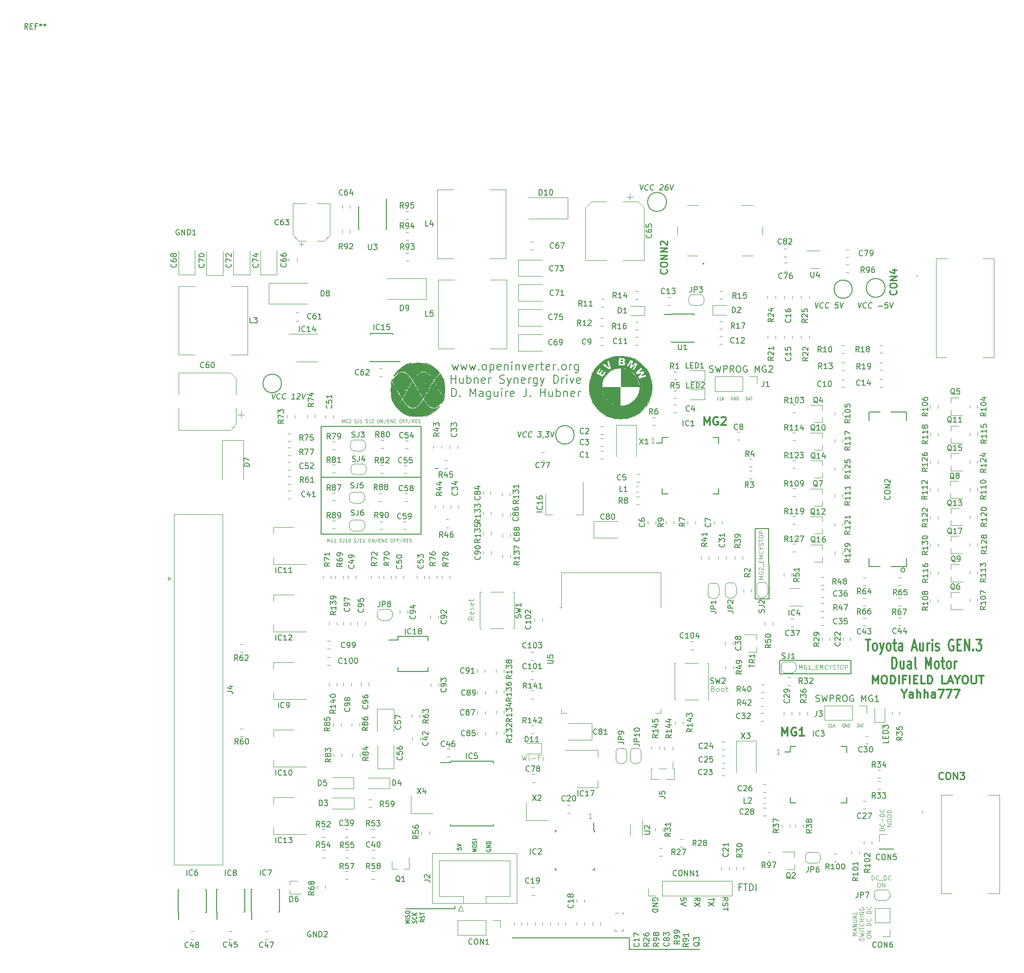
<source format=gto>
G04 #@! TF.GenerationSoftware,KiCad,Pcbnew,5.1.8-5.1.8*
G04 #@! TF.CreationDate,2022-04-25T14:02:17+03:00*
G04 #@! TF.ProjectId,auris,61757269-732e-46b6-9963-61645f706362,rev?*
G04 #@! TF.SameCoordinates,Original*
G04 #@! TF.FileFunction,Legend,Top*
G04 #@! TF.FilePolarity,Positive*
%FSLAX46Y46*%
G04 Gerber Fmt 4.6, Leading zero omitted, Abs format (unit mm)*
G04 Created by KiCad (PCBNEW 5.1.8-5.1.8) date 2022-04-25 14:02:17*
%MOMM*%
%LPD*%
G01*
G04 APERTURE LIST*
%ADD10C,0.100000*%
%ADD11C,0.150000*%
%ADD12C,0.200000*%
%ADD13C,0.300000*%
%ADD14C,0.120000*%
%ADD15C,0.010000*%
%ADD16C,0.152400*%
%ADD17C,0.254000*%
%ADD18C,2.000000*%
%ADD19C,2.540000*%
%ADD20C,9.102000*%
%ADD21C,9.302000*%
%ADD22O,1.802000X1.802000*%
%ADD23C,1.622000*%
%ADD24C,5.562000*%
%ADD25C,1.802000*%
G04 APERTURE END LIST*
D10*
X89057619Y-133882380D02*
X89295714Y-134882380D01*
X89486190Y-134168095D01*
X89676666Y-134882380D01*
X89914761Y-133882380D01*
X90295714Y-134882380D02*
X90295714Y-134215714D01*
X90295714Y-133882380D02*
X90248095Y-133930000D01*
X90295714Y-133977619D01*
X90343333Y-133930000D01*
X90295714Y-133882380D01*
X90295714Y-133977619D01*
X90771904Y-134501428D02*
X91533809Y-134501428D01*
X92343333Y-134358571D02*
X92010000Y-134358571D01*
X92010000Y-134882380D02*
X92010000Y-133882380D01*
X92486190Y-133882380D01*
X92867142Y-134882380D02*
X92867142Y-134215714D01*
X92867142Y-133882380D02*
X92819523Y-133930000D01*
X92867142Y-133977619D01*
X92914761Y-133930000D01*
X92867142Y-133882380D01*
X92867142Y-133977619D01*
X124010952Y-121738571D02*
X124153809Y-121786190D01*
X124201428Y-121833809D01*
X124249047Y-121929047D01*
X124249047Y-122071904D01*
X124201428Y-122167142D01*
X124153809Y-122214761D01*
X124058571Y-122262380D01*
X123677619Y-122262380D01*
X123677619Y-121262380D01*
X124010952Y-121262380D01*
X124106190Y-121310000D01*
X124153809Y-121357619D01*
X124201428Y-121452857D01*
X124201428Y-121548095D01*
X124153809Y-121643333D01*
X124106190Y-121690952D01*
X124010952Y-121738571D01*
X123677619Y-121738571D01*
X124820476Y-122262380D02*
X124725238Y-122214761D01*
X124677619Y-122167142D01*
X124630000Y-122071904D01*
X124630000Y-121786190D01*
X124677619Y-121690952D01*
X124725238Y-121643333D01*
X124820476Y-121595714D01*
X124963333Y-121595714D01*
X125058571Y-121643333D01*
X125106190Y-121690952D01*
X125153809Y-121786190D01*
X125153809Y-122071904D01*
X125106190Y-122167142D01*
X125058571Y-122214761D01*
X124963333Y-122262380D01*
X124820476Y-122262380D01*
X125725238Y-122262380D02*
X125630000Y-122214761D01*
X125582380Y-122167142D01*
X125534761Y-122071904D01*
X125534761Y-121786190D01*
X125582380Y-121690952D01*
X125630000Y-121643333D01*
X125725238Y-121595714D01*
X125868095Y-121595714D01*
X125963333Y-121643333D01*
X126010952Y-121690952D01*
X126058571Y-121786190D01*
X126058571Y-122071904D01*
X126010952Y-122167142D01*
X125963333Y-122214761D01*
X125868095Y-122262380D01*
X125725238Y-122262380D01*
X126344285Y-121595714D02*
X126725238Y-121595714D01*
X126487142Y-121262380D02*
X126487142Y-122119523D01*
X126534761Y-122214761D01*
X126630000Y-122262380D01*
X126725238Y-122262380D01*
X80252380Y-108508095D02*
X79776190Y-108841428D01*
X80252380Y-109079523D02*
X79252380Y-109079523D01*
X79252380Y-108698571D01*
X79300000Y-108603333D01*
X79347619Y-108555714D01*
X79442857Y-108508095D01*
X79585714Y-108508095D01*
X79680952Y-108555714D01*
X79728571Y-108603333D01*
X79776190Y-108698571D01*
X79776190Y-109079523D01*
X80204761Y-107698571D02*
X80252380Y-107793809D01*
X80252380Y-107984285D01*
X80204761Y-108079523D01*
X80109523Y-108127142D01*
X79728571Y-108127142D01*
X79633333Y-108079523D01*
X79585714Y-107984285D01*
X79585714Y-107793809D01*
X79633333Y-107698571D01*
X79728571Y-107650952D01*
X79823809Y-107650952D01*
X79919047Y-108127142D01*
X80204761Y-107270000D02*
X80252380Y-107174761D01*
X80252380Y-106984285D01*
X80204761Y-106889047D01*
X80109523Y-106841428D01*
X80061904Y-106841428D01*
X79966666Y-106889047D01*
X79919047Y-106984285D01*
X79919047Y-107127142D01*
X79871428Y-107222380D01*
X79776190Y-107270000D01*
X79728571Y-107270000D01*
X79633333Y-107222380D01*
X79585714Y-107127142D01*
X79585714Y-106984285D01*
X79633333Y-106889047D01*
X80204761Y-106031904D02*
X80252380Y-106127142D01*
X80252380Y-106317619D01*
X80204761Y-106412857D01*
X80109523Y-106460476D01*
X79728571Y-106460476D01*
X79633333Y-106412857D01*
X79585714Y-106317619D01*
X79585714Y-106127142D01*
X79633333Y-106031904D01*
X79728571Y-105984285D01*
X79823809Y-105984285D01*
X79919047Y-106460476D01*
X79585714Y-105698571D02*
X79585714Y-105317619D01*
X79252380Y-105555714D02*
X80109523Y-105555714D01*
X80204761Y-105508095D01*
X80252380Y-105412857D01*
X80252380Y-105317619D01*
D11*
X108740000Y-167330000D02*
X87310000Y-167330000D01*
X108740000Y-169470000D02*
X108740000Y-167330000D01*
X121570000Y-169470000D02*
X108740000Y-169470000D01*
X125777619Y-160552380D02*
X126253809Y-160219047D01*
X125777619Y-159980952D02*
X126777619Y-159980952D01*
X126777619Y-160361904D01*
X126730000Y-160457142D01*
X126682380Y-160504761D01*
X126587142Y-160552380D01*
X126444285Y-160552380D01*
X126349047Y-160504761D01*
X126301428Y-160457142D01*
X126253809Y-160361904D01*
X126253809Y-159980952D01*
X125825238Y-160933333D02*
X125777619Y-161076190D01*
X125777619Y-161314285D01*
X125825238Y-161409523D01*
X125872857Y-161457142D01*
X125968095Y-161504761D01*
X126063333Y-161504761D01*
X126158571Y-161457142D01*
X126206190Y-161409523D01*
X126253809Y-161314285D01*
X126301428Y-161123809D01*
X126349047Y-161028571D01*
X126396666Y-160980952D01*
X126491904Y-160933333D01*
X126587142Y-160933333D01*
X126682380Y-160980952D01*
X126730000Y-161028571D01*
X126777619Y-161123809D01*
X126777619Y-161361904D01*
X126730000Y-161504761D01*
X126777619Y-161790476D02*
X126777619Y-162361904D01*
X125777619Y-162076190D02*
X126777619Y-162076190D01*
X76780000Y-162010000D02*
X76780000Y-161490000D01*
X76780000Y-162020000D02*
X76780000Y-162010000D01*
X67790000Y-162020000D02*
X76780000Y-162020000D01*
X77181904Y-150863333D02*
X77181904Y-151196666D01*
X77562857Y-151230000D01*
X77524761Y-151196666D01*
X77486666Y-151130000D01*
X77486666Y-150963333D01*
X77524761Y-150896666D01*
X77562857Y-150863333D01*
X77639047Y-150830000D01*
X77829523Y-150830000D01*
X77905714Y-150863333D01*
X77943809Y-150896666D01*
X77981904Y-150963333D01*
X77981904Y-151130000D01*
X77943809Y-151196666D01*
X77905714Y-151230000D01*
X77181904Y-150630000D02*
X77981904Y-150396666D01*
X77181904Y-150163333D01*
X80801904Y-151540000D02*
X80001904Y-151540000D01*
X80573333Y-151306666D01*
X80001904Y-151073333D01*
X80801904Y-151073333D01*
X80001904Y-150606666D02*
X80001904Y-150473333D01*
X80040000Y-150406666D01*
X80116190Y-150340000D01*
X80268571Y-150306666D01*
X80535238Y-150306666D01*
X80687619Y-150340000D01*
X80763809Y-150406666D01*
X80801904Y-150473333D01*
X80801904Y-150606666D01*
X80763809Y-150673333D01*
X80687619Y-150740000D01*
X80535238Y-150773333D01*
X80268571Y-150773333D01*
X80116190Y-150740000D01*
X80040000Y-150673333D01*
X80001904Y-150606666D01*
X80763809Y-150040000D02*
X80801904Y-149940000D01*
X80801904Y-149773333D01*
X80763809Y-149706666D01*
X80725714Y-149673333D01*
X80649523Y-149640000D01*
X80573333Y-149640000D01*
X80497142Y-149673333D01*
X80459047Y-149706666D01*
X80420952Y-149773333D01*
X80382857Y-149906666D01*
X80344761Y-149973333D01*
X80306666Y-150006666D01*
X80230476Y-150040000D01*
X80154285Y-150040000D01*
X80078095Y-150006666D01*
X80040000Y-149973333D01*
X80001904Y-149906666D01*
X80001904Y-149740000D01*
X80040000Y-149640000D01*
X80801904Y-149340000D02*
X80001904Y-149340000D01*
X82600000Y-151183333D02*
X82561904Y-151250000D01*
X82561904Y-151350000D01*
X82600000Y-151450000D01*
X82676190Y-151516666D01*
X82752380Y-151550000D01*
X82904761Y-151583333D01*
X83019047Y-151583333D01*
X83171428Y-151550000D01*
X83247619Y-151516666D01*
X83323809Y-151450000D01*
X83361904Y-151350000D01*
X83361904Y-151283333D01*
X83323809Y-151183333D01*
X83285714Y-151150000D01*
X83019047Y-151150000D01*
X83019047Y-151283333D01*
X83361904Y-150850000D02*
X82561904Y-150850000D01*
X83361904Y-150450000D01*
X82561904Y-150450000D01*
X83361904Y-150116666D02*
X82561904Y-150116666D01*
X82561904Y-149950000D01*
X82600000Y-149850000D01*
X82676190Y-149783333D01*
X82752380Y-149750000D01*
X82904761Y-149716666D01*
X83019047Y-149716666D01*
X83171428Y-149750000D01*
X83247619Y-149783333D01*
X83323809Y-149850000D01*
X83361904Y-149950000D01*
X83361904Y-150116666D01*
X71211904Y-164003333D02*
X70830952Y-164236666D01*
X71211904Y-164403333D02*
X70411904Y-164403333D01*
X70411904Y-164136666D01*
X70450000Y-164070000D01*
X70488095Y-164036666D01*
X70564285Y-164003333D01*
X70678571Y-164003333D01*
X70754761Y-164036666D01*
X70792857Y-164070000D01*
X70830952Y-164136666D01*
X70830952Y-164403333D01*
X71173809Y-163736666D02*
X71211904Y-163636666D01*
X71211904Y-163470000D01*
X71173809Y-163403333D01*
X71135714Y-163370000D01*
X71059523Y-163336666D01*
X70983333Y-163336666D01*
X70907142Y-163370000D01*
X70869047Y-163403333D01*
X70830952Y-163470000D01*
X70792857Y-163603333D01*
X70754761Y-163670000D01*
X70716666Y-163703333D01*
X70640476Y-163736666D01*
X70564285Y-163736666D01*
X70488095Y-163703333D01*
X70450000Y-163670000D01*
X70411904Y-163603333D01*
X70411904Y-163436666D01*
X70450000Y-163336666D01*
X70411904Y-163136666D02*
X70411904Y-162736666D01*
X71211904Y-162936666D02*
X70411904Y-162936666D01*
X69783809Y-164620000D02*
X69821904Y-164520000D01*
X69821904Y-164353333D01*
X69783809Y-164286666D01*
X69745714Y-164253333D01*
X69669523Y-164220000D01*
X69593333Y-164220000D01*
X69517142Y-164253333D01*
X69479047Y-164286666D01*
X69440952Y-164353333D01*
X69402857Y-164486666D01*
X69364761Y-164553333D01*
X69326666Y-164586666D01*
X69250476Y-164620000D01*
X69174285Y-164620000D01*
X69098095Y-164586666D01*
X69060000Y-164553333D01*
X69021904Y-164486666D01*
X69021904Y-164320000D01*
X69060000Y-164220000D01*
X69745714Y-163520000D02*
X69783809Y-163553333D01*
X69821904Y-163653333D01*
X69821904Y-163720000D01*
X69783809Y-163820000D01*
X69707619Y-163886666D01*
X69631428Y-163920000D01*
X69479047Y-163953333D01*
X69364761Y-163953333D01*
X69212380Y-163920000D01*
X69136190Y-163886666D01*
X69060000Y-163820000D01*
X69021904Y-163720000D01*
X69021904Y-163653333D01*
X69060000Y-163553333D01*
X69098095Y-163520000D01*
X69821904Y-163220000D02*
X69021904Y-163220000D01*
X69821904Y-162820000D02*
X69364761Y-163120000D01*
X69021904Y-162820000D02*
X69479047Y-163220000D01*
X68561904Y-164670000D02*
X67761904Y-164670000D01*
X68333333Y-164436666D01*
X67761904Y-164203333D01*
X68561904Y-164203333D01*
X68561904Y-163870000D02*
X67761904Y-163870000D01*
X68523809Y-163570000D02*
X68561904Y-163470000D01*
X68561904Y-163303333D01*
X68523809Y-163236666D01*
X68485714Y-163203333D01*
X68409523Y-163170000D01*
X68333333Y-163170000D01*
X68257142Y-163203333D01*
X68219047Y-163236666D01*
X68180952Y-163303333D01*
X68142857Y-163436666D01*
X68104761Y-163503333D01*
X68066666Y-163536666D01*
X67990476Y-163570000D01*
X67914285Y-163570000D01*
X67838095Y-163536666D01*
X67800000Y-163503333D01*
X67761904Y-163436666D01*
X67761904Y-163270000D01*
X67800000Y-163170000D01*
X67761904Y-162736666D02*
X67761904Y-162603333D01*
X67800000Y-162536666D01*
X67876190Y-162470000D01*
X68028571Y-162436666D01*
X68295238Y-162436666D01*
X68447619Y-162470000D01*
X68523809Y-162536666D01*
X68561904Y-162603333D01*
X68561904Y-162736666D01*
X68523809Y-162803333D01*
X68447619Y-162870000D01*
X68295238Y-162903333D01*
X68028571Y-162903333D01*
X67876190Y-162870000D01*
X67800000Y-162803333D01*
X67761904Y-162736666D01*
X124187619Y-159998095D02*
X124187619Y-160569523D01*
X123187619Y-160283809D02*
X124187619Y-160283809D01*
X124187619Y-160807619D02*
X123187619Y-161474285D01*
X124187619Y-161474285D02*
X123187619Y-160807619D01*
X120647619Y-160613333D02*
X121123809Y-160280000D01*
X120647619Y-160041904D02*
X121647619Y-160041904D01*
X121647619Y-160422857D01*
X121600000Y-160518095D01*
X121552380Y-160565714D01*
X121457142Y-160613333D01*
X121314285Y-160613333D01*
X121219047Y-160565714D01*
X121171428Y-160518095D01*
X121123809Y-160422857D01*
X121123809Y-160041904D01*
X121647619Y-160946666D02*
X120647619Y-161613333D01*
X121647619Y-161613333D02*
X120647619Y-160946666D01*
X119117619Y-160509523D02*
X119117619Y-160033333D01*
X118641428Y-159985714D01*
X118689047Y-160033333D01*
X118736666Y-160128571D01*
X118736666Y-160366666D01*
X118689047Y-160461904D01*
X118641428Y-160509523D01*
X118546190Y-160557142D01*
X118308095Y-160557142D01*
X118212857Y-160509523D01*
X118165238Y-160461904D01*
X118117619Y-160366666D01*
X118117619Y-160128571D01*
X118165238Y-160033333D01*
X118212857Y-159985714D01*
X119117619Y-160842857D02*
X118117619Y-161176190D01*
X119117619Y-161509523D01*
X113880000Y-160568095D02*
X113927619Y-160472857D01*
X113927619Y-160330000D01*
X113880000Y-160187142D01*
X113784761Y-160091904D01*
X113689523Y-160044285D01*
X113499047Y-159996666D01*
X113356190Y-159996666D01*
X113165714Y-160044285D01*
X113070476Y-160091904D01*
X112975238Y-160187142D01*
X112927619Y-160330000D01*
X112927619Y-160425238D01*
X112975238Y-160568095D01*
X113022857Y-160615714D01*
X113356190Y-160615714D01*
X113356190Y-160425238D01*
X112927619Y-161044285D02*
X113927619Y-161044285D01*
X112927619Y-161615714D01*
X113927619Y-161615714D01*
X112927619Y-162091904D02*
X113927619Y-162091904D01*
X113927619Y-162330000D01*
X113880000Y-162472857D01*
X113784761Y-162568095D01*
X113689523Y-162615714D01*
X113499047Y-162663333D01*
X113356190Y-162663333D01*
X113165714Y-162615714D01*
X113070476Y-162568095D01*
X112975238Y-162472857D01*
X112927619Y-162330000D01*
X112927619Y-162091904D01*
D10*
X101855714Y-145542380D02*
X101284285Y-145542380D01*
X101570000Y-145542380D02*
X101570000Y-144542380D01*
X101474761Y-144685238D01*
X101379523Y-144780476D01*
X101284285Y-144828095D01*
X136245714Y-133742380D02*
X135674285Y-133742380D01*
X135960000Y-133742380D02*
X135960000Y-132742380D01*
X135864761Y-132885238D01*
X135769523Y-132980476D01*
X135674285Y-133028095D01*
X113315714Y-76772380D02*
X112744285Y-76772380D01*
X113030000Y-76772380D02*
X113030000Y-75772380D01*
X112934761Y-75915238D01*
X112839523Y-76010476D01*
X112744285Y-76058095D01*
D12*
X131720000Y-92420000D02*
X134230000Y-92420000D01*
X131730000Y-105280000D02*
X131720000Y-92420000D01*
X134250000Y-105280000D02*
X134230000Y-92420000D01*
X131750000Y-105280000D02*
X134250000Y-105280000D01*
X136180000Y-116540000D02*
X149290000Y-116550000D01*
X149290000Y-116570000D02*
X149300000Y-119050000D01*
X136180000Y-119040000D02*
X149300000Y-119050000D01*
X136180000Y-116550000D02*
X136180000Y-119040000D01*
D10*
X145442380Y-128684285D02*
X145418571Y-128712857D01*
X145347142Y-128741428D01*
X145299523Y-128741428D01*
X145228095Y-128712857D01*
X145180476Y-128655714D01*
X145156666Y-128598571D01*
X145132857Y-128484285D01*
X145132857Y-128398571D01*
X145156666Y-128284285D01*
X145180476Y-128227142D01*
X145228095Y-128170000D01*
X145299523Y-128141428D01*
X145347142Y-128141428D01*
X145418571Y-128170000D01*
X145442380Y-128198571D01*
X145894761Y-128741428D02*
X145656666Y-128741428D01*
X145656666Y-128141428D01*
X146061428Y-128741428D02*
X146061428Y-128141428D01*
X146347142Y-128741428D02*
X146132857Y-128398571D01*
X146347142Y-128141428D02*
X146061428Y-128484285D01*
X147949047Y-128170000D02*
X147901428Y-128141428D01*
X147830000Y-128141428D01*
X147758571Y-128170000D01*
X147710952Y-128227142D01*
X147687142Y-128284285D01*
X147663333Y-128398571D01*
X147663333Y-128484285D01*
X147687142Y-128598571D01*
X147710952Y-128655714D01*
X147758571Y-128712857D01*
X147830000Y-128741428D01*
X147877619Y-128741428D01*
X147949047Y-128712857D01*
X147972857Y-128684285D01*
X147972857Y-128484285D01*
X147877619Y-128484285D01*
X148187142Y-128741428D02*
X148187142Y-128141428D01*
X148472857Y-128741428D01*
X148472857Y-128141428D01*
X148710952Y-128741428D02*
X148710952Y-128141428D01*
X148830000Y-128141428D01*
X148901428Y-128170000D01*
X148949047Y-128227142D01*
X148972857Y-128284285D01*
X148996666Y-128398571D01*
X148996666Y-128484285D01*
X148972857Y-128598571D01*
X148949047Y-128655714D01*
X148901428Y-128712857D01*
X148830000Y-128741428D01*
X148710952Y-128741428D01*
X150404285Y-128741428D02*
X150404285Y-128141428D01*
X150523333Y-128141428D01*
X150594761Y-128170000D01*
X150642380Y-128227142D01*
X150666190Y-128284285D01*
X150690000Y-128398571D01*
X150690000Y-128484285D01*
X150666190Y-128598571D01*
X150642380Y-128655714D01*
X150594761Y-128712857D01*
X150523333Y-128741428D01*
X150404285Y-128741428D01*
X150880476Y-128570000D02*
X151118571Y-128570000D01*
X150832857Y-128741428D02*
X150999523Y-128141428D01*
X151166190Y-128741428D01*
X151261428Y-128141428D02*
X151547142Y-128141428D01*
X151404285Y-128741428D02*
X151404285Y-128141428D01*
X127579047Y-68290000D02*
X127531428Y-68261428D01*
X127460000Y-68261428D01*
X127388571Y-68290000D01*
X127340952Y-68347142D01*
X127317142Y-68404285D01*
X127293333Y-68518571D01*
X127293333Y-68604285D01*
X127317142Y-68718571D01*
X127340952Y-68775714D01*
X127388571Y-68832857D01*
X127460000Y-68861428D01*
X127507619Y-68861428D01*
X127579047Y-68832857D01*
X127602857Y-68804285D01*
X127602857Y-68604285D01*
X127507619Y-68604285D01*
X127817142Y-68861428D02*
X127817142Y-68261428D01*
X128102857Y-68861428D01*
X128102857Y-68261428D01*
X128340952Y-68861428D02*
X128340952Y-68261428D01*
X128460000Y-68261428D01*
X128531428Y-68290000D01*
X128579047Y-68347142D01*
X128602857Y-68404285D01*
X128626666Y-68518571D01*
X128626666Y-68604285D01*
X128602857Y-68718571D01*
X128579047Y-68775714D01*
X128531428Y-68832857D01*
X128460000Y-68861428D01*
X128340952Y-68861428D01*
X125072380Y-68804285D02*
X125048571Y-68832857D01*
X124977142Y-68861428D01*
X124929523Y-68861428D01*
X124858095Y-68832857D01*
X124810476Y-68775714D01*
X124786666Y-68718571D01*
X124762857Y-68604285D01*
X124762857Y-68518571D01*
X124786666Y-68404285D01*
X124810476Y-68347142D01*
X124858095Y-68290000D01*
X124929523Y-68261428D01*
X124977142Y-68261428D01*
X125048571Y-68290000D01*
X125072380Y-68318571D01*
X125524761Y-68861428D02*
X125286666Y-68861428D01*
X125286666Y-68261428D01*
X125691428Y-68861428D02*
X125691428Y-68261428D01*
X125977142Y-68861428D02*
X125762857Y-68518571D01*
X125977142Y-68261428D02*
X125691428Y-68604285D01*
X130034285Y-68861428D02*
X130034285Y-68261428D01*
X130153333Y-68261428D01*
X130224761Y-68290000D01*
X130272380Y-68347142D01*
X130296190Y-68404285D01*
X130320000Y-68518571D01*
X130320000Y-68604285D01*
X130296190Y-68718571D01*
X130272380Y-68775714D01*
X130224761Y-68832857D01*
X130153333Y-68861428D01*
X130034285Y-68861428D01*
X130510476Y-68690000D02*
X130748571Y-68690000D01*
X130462857Y-68861428D02*
X130629523Y-68261428D01*
X130796190Y-68861428D01*
X130891428Y-68261428D02*
X131177142Y-68261428D01*
X131034285Y-68861428D02*
X131034285Y-68261428D01*
X153055714Y-156751904D02*
X153055714Y-155951904D01*
X153246190Y-155951904D01*
X153360476Y-155990000D01*
X153436666Y-156066190D01*
X153474761Y-156142380D01*
X153512857Y-156294761D01*
X153512857Y-156409047D01*
X153474761Y-156561428D01*
X153436666Y-156637619D01*
X153360476Y-156713809D01*
X153246190Y-156751904D01*
X153055714Y-156751904D01*
X154312857Y-156675714D02*
X154274761Y-156713809D01*
X154160476Y-156751904D01*
X154084285Y-156751904D01*
X153970000Y-156713809D01*
X153893809Y-156637619D01*
X153855714Y-156561428D01*
X153817619Y-156409047D01*
X153817619Y-156294761D01*
X153855714Y-156142380D01*
X153893809Y-156066190D01*
X153970000Y-155990000D01*
X154084285Y-155951904D01*
X154160476Y-155951904D01*
X154274761Y-155990000D01*
X154312857Y-156028095D01*
X154465238Y-156828095D02*
X155074761Y-156828095D01*
X155265238Y-156751904D02*
X155265238Y-155951904D01*
X155455714Y-155951904D01*
X155570000Y-155990000D01*
X155646190Y-156066190D01*
X155684285Y-156142380D01*
X155722380Y-156294761D01*
X155722380Y-156409047D01*
X155684285Y-156561428D01*
X155646190Y-156637619D01*
X155570000Y-156713809D01*
X155455714Y-156751904D01*
X155265238Y-156751904D01*
X156522380Y-156675714D02*
X156484285Y-156713809D01*
X156370000Y-156751904D01*
X156293809Y-156751904D01*
X156179523Y-156713809D01*
X156103333Y-156637619D01*
X156065238Y-156561428D01*
X156027142Y-156409047D01*
X156027142Y-156294761D01*
X156065238Y-156142380D01*
X156103333Y-156066190D01*
X156179523Y-155990000D01*
X156293809Y-155951904D01*
X156370000Y-155951904D01*
X156484285Y-155990000D01*
X156522380Y-156028095D01*
X154274761Y-157251904D02*
X154427142Y-157251904D01*
X154503333Y-157290000D01*
X154579523Y-157366190D01*
X154617619Y-157518571D01*
X154617619Y-157785238D01*
X154579523Y-157937619D01*
X154503333Y-158013809D01*
X154427142Y-158051904D01*
X154274761Y-158051904D01*
X154198571Y-158013809D01*
X154122380Y-157937619D01*
X154084285Y-157785238D01*
X154084285Y-157518571D01*
X154122380Y-157366190D01*
X154198571Y-157290000D01*
X154274761Y-157251904D01*
X154960476Y-158051904D02*
X154960476Y-157251904D01*
X155417619Y-158051904D01*
X155417619Y-157251904D01*
X150321904Y-166929047D02*
X149521904Y-166929047D01*
X150093333Y-166662380D01*
X149521904Y-166395714D01*
X150321904Y-166395714D01*
X150093333Y-166052857D02*
X150093333Y-165671904D01*
X150321904Y-166129047D02*
X149521904Y-165862380D01*
X150321904Y-165595714D01*
X150321904Y-165329047D02*
X149521904Y-165329047D01*
X150321904Y-164871904D01*
X149521904Y-164871904D01*
X149521904Y-164490952D02*
X150169523Y-164490952D01*
X150245714Y-164452857D01*
X150283809Y-164414761D01*
X150321904Y-164338571D01*
X150321904Y-164186190D01*
X150283809Y-164110000D01*
X150245714Y-164071904D01*
X150169523Y-164033809D01*
X149521904Y-164033809D01*
X150093333Y-163690952D02*
X150093333Y-163310000D01*
X150321904Y-163767142D02*
X149521904Y-163500476D01*
X150321904Y-163233809D01*
X150321904Y-162586190D02*
X150321904Y-162967142D01*
X149521904Y-162967142D01*
X151583809Y-167824285D02*
X151621904Y-167710000D01*
X151621904Y-167519523D01*
X151583809Y-167443333D01*
X151545714Y-167405238D01*
X151469523Y-167367142D01*
X151393333Y-167367142D01*
X151317142Y-167405238D01*
X151279047Y-167443333D01*
X151240952Y-167519523D01*
X151202857Y-167671904D01*
X151164761Y-167748095D01*
X151126666Y-167786190D01*
X151050476Y-167824285D01*
X150974285Y-167824285D01*
X150898095Y-167786190D01*
X150860000Y-167748095D01*
X150821904Y-167671904D01*
X150821904Y-167481428D01*
X150860000Y-167367142D01*
X150821904Y-167100476D02*
X151621904Y-166910000D01*
X151050476Y-166757619D01*
X151621904Y-166605238D01*
X150821904Y-166414761D01*
X151621904Y-166110000D02*
X150821904Y-166110000D01*
X150821904Y-165843333D02*
X150821904Y-165386190D01*
X151621904Y-165614761D02*
X150821904Y-165614761D01*
X151545714Y-164662380D02*
X151583809Y-164700476D01*
X151621904Y-164814761D01*
X151621904Y-164890952D01*
X151583809Y-165005238D01*
X151507619Y-165081428D01*
X151431428Y-165119523D01*
X151279047Y-165157619D01*
X151164761Y-165157619D01*
X151012380Y-165119523D01*
X150936190Y-165081428D01*
X150860000Y-165005238D01*
X150821904Y-164890952D01*
X150821904Y-164814761D01*
X150860000Y-164700476D01*
X150898095Y-164662380D01*
X151621904Y-164319523D02*
X150821904Y-164319523D01*
X151202857Y-164319523D02*
X151202857Y-163862380D01*
X151621904Y-163862380D02*
X150821904Y-163862380D01*
X151621904Y-163481428D02*
X150821904Y-163481428D01*
X151621904Y-163100476D02*
X150821904Y-163100476D01*
X151621904Y-162643333D01*
X150821904Y-162643333D01*
X150860000Y-161843333D02*
X150821904Y-161919523D01*
X150821904Y-162033809D01*
X150860000Y-162148095D01*
X150936190Y-162224285D01*
X151012380Y-162262380D01*
X151164761Y-162300476D01*
X151279047Y-162300476D01*
X151431428Y-162262380D01*
X151507619Y-162224285D01*
X151583809Y-162148095D01*
X151621904Y-162033809D01*
X151621904Y-161957619D01*
X151583809Y-161843333D01*
X151545714Y-161805238D01*
X151279047Y-161805238D01*
X151279047Y-161957619D01*
X152121904Y-167214761D02*
X152121904Y-167062380D01*
X152160000Y-166986190D01*
X152236190Y-166910000D01*
X152388571Y-166871904D01*
X152655238Y-166871904D01*
X152807619Y-166910000D01*
X152883809Y-166986190D01*
X152921904Y-167062380D01*
X152921904Y-167214761D01*
X152883809Y-167290952D01*
X152807619Y-167367142D01*
X152655238Y-167405238D01*
X152388571Y-167405238D01*
X152236190Y-167367142D01*
X152160000Y-167290952D01*
X152121904Y-167214761D01*
X152921904Y-166529047D02*
X152121904Y-166529047D01*
X152921904Y-166071904D01*
X152121904Y-166071904D01*
X152921904Y-165081428D02*
X152121904Y-165081428D01*
X152121904Y-164890952D01*
X152160000Y-164776666D01*
X152236190Y-164700476D01*
X152312380Y-164662380D01*
X152464761Y-164624285D01*
X152579047Y-164624285D01*
X152731428Y-164662380D01*
X152807619Y-164700476D01*
X152883809Y-164776666D01*
X152921904Y-164890952D01*
X152921904Y-165081428D01*
X152845714Y-163824285D02*
X152883809Y-163862380D01*
X152921904Y-163976666D01*
X152921904Y-164052857D01*
X152883809Y-164167142D01*
X152807619Y-164243333D01*
X152731428Y-164281428D01*
X152579047Y-164319523D01*
X152464761Y-164319523D01*
X152312380Y-164281428D01*
X152236190Y-164243333D01*
X152160000Y-164167142D01*
X152121904Y-164052857D01*
X152121904Y-163976666D01*
X152160000Y-163862380D01*
X152198095Y-163824285D01*
X152921904Y-162871904D02*
X152121904Y-162871904D01*
X152121904Y-162681428D01*
X152160000Y-162567142D01*
X152236190Y-162490952D01*
X152312380Y-162452857D01*
X152464761Y-162414761D01*
X152579047Y-162414761D01*
X152731428Y-162452857D01*
X152807619Y-162490952D01*
X152883809Y-162567142D01*
X152921904Y-162681428D01*
X152921904Y-162871904D01*
X152845714Y-161614761D02*
X152883809Y-161652857D01*
X152921904Y-161767142D01*
X152921904Y-161843333D01*
X152883809Y-161957619D01*
X152807619Y-162033809D01*
X152731428Y-162071904D01*
X152579047Y-162110000D01*
X152464761Y-162110000D01*
X152312380Y-162071904D01*
X152236190Y-162033809D01*
X152160000Y-161957619D01*
X152121904Y-161843333D01*
X152121904Y-161767142D01*
X152160000Y-161652857D01*
X152198095Y-161614761D01*
D12*
X98622997Y-75262997D02*
G75*
G03*
X98622997Y-75262997I-1702997J0D01*
G01*
X155515724Y-48362000D02*
G75*
G03*
X155515724Y-48362000I-1725862J0D01*
G01*
X115530001Y-32620000D02*
G75*
G03*
X115530001Y-32620000I-1743474J0D01*
G01*
X45080001Y-65850000D02*
G75*
G03*
X45080001Y-65850000I-1706605J0D01*
G01*
X149510000Y-48590000D02*
G75*
G03*
X149510000Y-48590000I-1672991J0D01*
G01*
X73730000Y-81420000D02*
X73230000Y-81420000D01*
D10*
X53390000Y-94881428D02*
X53390000Y-94281428D01*
X53590000Y-94710000D01*
X53790000Y-94281428D01*
X53790000Y-94881428D01*
X54390000Y-94310000D02*
X54332857Y-94281428D01*
X54247142Y-94281428D01*
X54161428Y-94310000D01*
X54104285Y-94367142D01*
X54075714Y-94424285D01*
X54047142Y-94538571D01*
X54047142Y-94624285D01*
X54075714Y-94738571D01*
X54104285Y-94795714D01*
X54161428Y-94852857D01*
X54247142Y-94881428D01*
X54304285Y-94881428D01*
X54390000Y-94852857D01*
X54418571Y-94824285D01*
X54418571Y-94624285D01*
X54304285Y-94624285D01*
X54990000Y-94881428D02*
X54647142Y-94881428D01*
X54818571Y-94881428D02*
X54818571Y-94281428D01*
X54761428Y-94367142D01*
X54704285Y-94424285D01*
X54647142Y-94452857D01*
X55675714Y-94852857D02*
X55761428Y-94881428D01*
X55904285Y-94881428D01*
X55961428Y-94852857D01*
X55990000Y-94824285D01*
X56018571Y-94767142D01*
X56018571Y-94710000D01*
X55990000Y-94652857D01*
X55961428Y-94624285D01*
X55904285Y-94595714D01*
X55790000Y-94567142D01*
X55732857Y-94538571D01*
X55704285Y-94510000D01*
X55675714Y-94452857D01*
X55675714Y-94395714D01*
X55704285Y-94338571D01*
X55732857Y-94310000D01*
X55790000Y-94281428D01*
X55932857Y-94281428D01*
X56018571Y-94310000D01*
X56447142Y-94281428D02*
X56447142Y-94710000D01*
X56418571Y-94795714D01*
X56361428Y-94852857D01*
X56275714Y-94881428D01*
X56218571Y-94881428D01*
X57047142Y-94881428D02*
X56704285Y-94881428D01*
X56875714Y-94881428D02*
X56875714Y-94281428D01*
X56818571Y-94367142D01*
X56761428Y-94424285D01*
X56704285Y-94452857D01*
X57418571Y-94281428D02*
X57475714Y-94281428D01*
X57532857Y-94310000D01*
X57561428Y-94338571D01*
X57590000Y-94395714D01*
X57618571Y-94510000D01*
X57618571Y-94652857D01*
X57590000Y-94767142D01*
X57561428Y-94824285D01*
X57532857Y-94852857D01*
X57475714Y-94881428D01*
X57418571Y-94881428D01*
X57361428Y-94852857D01*
X57332857Y-94824285D01*
X57304285Y-94767142D01*
X57275714Y-94652857D01*
X57275714Y-94510000D01*
X57304285Y-94395714D01*
X57332857Y-94338571D01*
X57361428Y-94310000D01*
X57418571Y-94281428D01*
X58304285Y-94852857D02*
X58390000Y-94881428D01*
X58532857Y-94881428D01*
X58590000Y-94852857D01*
X58618571Y-94824285D01*
X58647142Y-94767142D01*
X58647142Y-94710000D01*
X58618571Y-94652857D01*
X58590000Y-94624285D01*
X58532857Y-94595714D01*
X58418571Y-94567142D01*
X58361428Y-94538571D01*
X58332857Y-94510000D01*
X58304285Y-94452857D01*
X58304285Y-94395714D01*
X58332857Y-94338571D01*
X58361428Y-94310000D01*
X58418571Y-94281428D01*
X58561428Y-94281428D01*
X58647142Y-94310000D01*
X59075714Y-94281428D02*
X59075714Y-94710000D01*
X59047142Y-94795714D01*
X58990000Y-94852857D01*
X58904285Y-94881428D01*
X58847142Y-94881428D01*
X59675714Y-94881428D02*
X59332857Y-94881428D01*
X59504285Y-94881428D02*
X59504285Y-94281428D01*
X59447142Y-94367142D01*
X59390000Y-94424285D01*
X59332857Y-94452857D01*
X60247142Y-94881428D02*
X59904285Y-94881428D01*
X60075714Y-94881428D02*
X60075714Y-94281428D01*
X60018571Y-94367142D01*
X59961428Y-94424285D01*
X59904285Y-94452857D01*
X61075714Y-94281428D02*
X61190000Y-94281428D01*
X61247142Y-94310000D01*
X61304285Y-94367142D01*
X61332857Y-94481428D01*
X61332857Y-94681428D01*
X61304285Y-94795714D01*
X61247142Y-94852857D01*
X61190000Y-94881428D01*
X61075714Y-94881428D01*
X61018571Y-94852857D01*
X60961428Y-94795714D01*
X60932857Y-94681428D01*
X60932857Y-94481428D01*
X60961428Y-94367142D01*
X61018571Y-94310000D01*
X61075714Y-94281428D01*
X61590000Y-94881428D02*
X61590000Y-94281428D01*
X61932857Y-94881428D01*
X61932857Y-94281428D01*
X62647142Y-94252857D02*
X62132857Y-95024285D01*
X62847142Y-94567142D02*
X63047142Y-94567142D01*
X63132857Y-94881428D02*
X62847142Y-94881428D01*
X62847142Y-94281428D01*
X63132857Y-94281428D01*
X63390000Y-94881428D02*
X63390000Y-94281428D01*
X63732857Y-94881428D01*
X63732857Y-94281428D01*
X64361428Y-94824285D02*
X64332857Y-94852857D01*
X64247142Y-94881428D01*
X64190000Y-94881428D01*
X64104285Y-94852857D01*
X64047142Y-94795714D01*
X64018571Y-94738571D01*
X63990000Y-94624285D01*
X63990000Y-94538571D01*
X64018571Y-94424285D01*
X64047142Y-94367142D01*
X64104285Y-94310000D01*
X64190000Y-94281428D01*
X64247142Y-94281428D01*
X64332857Y-94310000D01*
X64361428Y-94338571D01*
X65190000Y-94281428D02*
X65304285Y-94281428D01*
X65361428Y-94310000D01*
X65418571Y-94367142D01*
X65447142Y-94481428D01*
X65447142Y-94681428D01*
X65418571Y-94795714D01*
X65361428Y-94852857D01*
X65304285Y-94881428D01*
X65190000Y-94881428D01*
X65132857Y-94852857D01*
X65075714Y-94795714D01*
X65047142Y-94681428D01*
X65047142Y-94481428D01*
X65075714Y-94367142D01*
X65132857Y-94310000D01*
X65190000Y-94281428D01*
X65904285Y-94567142D02*
X65704285Y-94567142D01*
X65704285Y-94881428D02*
X65704285Y-94281428D01*
X65990000Y-94281428D01*
X66418571Y-94567142D02*
X66218571Y-94567142D01*
X66218571Y-94881428D02*
X66218571Y-94281428D01*
X66504285Y-94281428D01*
X67161428Y-94252857D02*
X66647142Y-95024285D01*
X67704285Y-94881428D02*
X67504285Y-94595714D01*
X67361428Y-94881428D02*
X67361428Y-94281428D01*
X67590000Y-94281428D01*
X67647142Y-94310000D01*
X67675714Y-94338571D01*
X67704285Y-94395714D01*
X67704285Y-94481428D01*
X67675714Y-94538571D01*
X67647142Y-94567142D01*
X67590000Y-94595714D01*
X67361428Y-94595714D01*
X67961428Y-94567142D02*
X68161428Y-94567142D01*
X68247142Y-94881428D02*
X67961428Y-94881428D01*
X67961428Y-94281428D01*
X68247142Y-94281428D01*
X68475714Y-94852857D02*
X68561428Y-94881428D01*
X68704285Y-94881428D01*
X68761428Y-94852857D01*
X68790000Y-94824285D01*
X68818571Y-94767142D01*
X68818571Y-94710000D01*
X68790000Y-94652857D01*
X68761428Y-94624285D01*
X68704285Y-94595714D01*
X68590000Y-94567142D01*
X68532857Y-94538571D01*
X68504285Y-94510000D01*
X68475714Y-94452857D01*
X68475714Y-94395714D01*
X68504285Y-94338571D01*
X68532857Y-94310000D01*
X68590000Y-94281428D01*
X68732857Y-94281428D01*
X68818571Y-94310000D01*
D12*
X70434200Y-93472000D02*
X70586600Y-93472000D01*
X70612000Y-83007200D02*
X70612000Y-93446600D01*
X52324000Y-93472000D02*
X70434200Y-93472000D01*
X52324000Y-83058000D02*
X52324000Y-93472000D01*
D10*
X56131428Y-73051428D02*
X56131428Y-72451428D01*
X56331428Y-72880000D01*
X56531428Y-72451428D01*
X56531428Y-73051428D01*
X57131428Y-72480000D02*
X57074285Y-72451428D01*
X56988571Y-72451428D01*
X56902857Y-72480000D01*
X56845714Y-72537142D01*
X56817142Y-72594285D01*
X56788571Y-72708571D01*
X56788571Y-72794285D01*
X56817142Y-72908571D01*
X56845714Y-72965714D01*
X56902857Y-73022857D01*
X56988571Y-73051428D01*
X57045714Y-73051428D01*
X57131428Y-73022857D01*
X57160000Y-72994285D01*
X57160000Y-72794285D01*
X57045714Y-72794285D01*
X57388571Y-72508571D02*
X57417142Y-72480000D01*
X57474285Y-72451428D01*
X57617142Y-72451428D01*
X57674285Y-72480000D01*
X57702857Y-72508571D01*
X57731428Y-72565714D01*
X57731428Y-72622857D01*
X57702857Y-72708571D01*
X57360000Y-73051428D01*
X57731428Y-73051428D01*
X58417142Y-73022857D02*
X58502857Y-73051428D01*
X58645714Y-73051428D01*
X58702857Y-73022857D01*
X58731428Y-72994285D01*
X58760000Y-72937142D01*
X58760000Y-72880000D01*
X58731428Y-72822857D01*
X58702857Y-72794285D01*
X58645714Y-72765714D01*
X58531428Y-72737142D01*
X58474285Y-72708571D01*
X58445714Y-72680000D01*
X58417142Y-72622857D01*
X58417142Y-72565714D01*
X58445714Y-72508571D01*
X58474285Y-72480000D01*
X58531428Y-72451428D01*
X58674285Y-72451428D01*
X58760000Y-72480000D01*
X59188571Y-72451428D02*
X59188571Y-72880000D01*
X59160000Y-72965714D01*
X59102857Y-73022857D01*
X59017142Y-73051428D01*
X58960000Y-73051428D01*
X59788571Y-73051428D02*
X59445714Y-73051428D01*
X59617142Y-73051428D02*
X59617142Y-72451428D01*
X59560000Y-72537142D01*
X59502857Y-72594285D01*
X59445714Y-72622857D01*
X60474285Y-73022857D02*
X60560000Y-73051428D01*
X60702857Y-73051428D01*
X60760000Y-73022857D01*
X60788571Y-72994285D01*
X60817142Y-72937142D01*
X60817142Y-72880000D01*
X60788571Y-72822857D01*
X60760000Y-72794285D01*
X60702857Y-72765714D01*
X60588571Y-72737142D01*
X60531428Y-72708571D01*
X60502857Y-72680000D01*
X60474285Y-72622857D01*
X60474285Y-72565714D01*
X60502857Y-72508571D01*
X60531428Y-72480000D01*
X60588571Y-72451428D01*
X60731428Y-72451428D01*
X60817142Y-72480000D01*
X61245714Y-72451428D02*
X61245714Y-72880000D01*
X61217142Y-72965714D01*
X61159999Y-73022857D01*
X61074285Y-73051428D01*
X61017142Y-73051428D01*
X61502857Y-72508571D02*
X61531428Y-72480000D01*
X61588571Y-72451428D01*
X61731428Y-72451428D01*
X61788571Y-72480000D01*
X61817142Y-72508571D01*
X61845714Y-72565714D01*
X61845714Y-72622857D01*
X61817142Y-72708571D01*
X61474285Y-73051428D01*
X61845714Y-73051428D01*
X62674285Y-72451428D02*
X62788571Y-72451428D01*
X62845714Y-72480000D01*
X62902857Y-72537142D01*
X62931428Y-72651428D01*
X62931428Y-72851428D01*
X62902857Y-72965714D01*
X62845714Y-73022857D01*
X62788571Y-73051428D01*
X62674285Y-73051428D01*
X62617142Y-73022857D01*
X62560000Y-72965714D01*
X62531428Y-72851428D01*
X62531428Y-72651428D01*
X62560000Y-72537142D01*
X62617142Y-72480000D01*
X62674285Y-72451428D01*
X63188571Y-73051428D02*
X63188571Y-72451428D01*
X63531428Y-73051428D01*
X63531428Y-72451428D01*
X64245714Y-72422857D02*
X63731428Y-73194285D01*
X64445714Y-72737142D02*
X64645714Y-72737142D01*
X64731428Y-73051428D02*
X64445714Y-73051428D01*
X64445714Y-72451428D01*
X64731428Y-72451428D01*
X64988571Y-73051428D02*
X64988571Y-72451428D01*
X65331428Y-73051428D01*
X65331428Y-72451428D01*
X65960000Y-72994285D02*
X65931428Y-73022857D01*
X65845714Y-73051428D01*
X65788571Y-73051428D01*
X65702857Y-73022857D01*
X65645714Y-72965714D01*
X65617142Y-72908571D01*
X65588571Y-72794285D01*
X65588571Y-72708571D01*
X65617142Y-72594285D01*
X65645714Y-72537142D01*
X65702857Y-72480000D01*
X65788571Y-72451428D01*
X65845714Y-72451428D01*
X65931428Y-72480000D01*
X65960000Y-72508571D01*
X66788571Y-72451428D02*
X66902857Y-72451428D01*
X66960000Y-72480000D01*
X67017142Y-72537142D01*
X67045714Y-72651428D01*
X67045714Y-72851428D01*
X67017142Y-72965714D01*
X66960000Y-73022857D01*
X66902857Y-73051428D01*
X66788571Y-73051428D01*
X66731428Y-73022857D01*
X66674285Y-72965714D01*
X66645714Y-72851428D01*
X66645714Y-72651428D01*
X66674285Y-72537142D01*
X66731428Y-72480000D01*
X66788571Y-72451428D01*
X67502857Y-72737142D02*
X67302857Y-72737142D01*
X67302857Y-73051428D02*
X67302857Y-72451428D01*
X67588571Y-72451428D01*
X68017142Y-72737142D02*
X67817142Y-72737142D01*
X67817142Y-73051428D02*
X67817142Y-72451428D01*
X68102857Y-72451428D01*
X68760000Y-72422857D02*
X68245714Y-73194285D01*
X69302857Y-73051428D02*
X69102857Y-72765714D01*
X68960000Y-73051428D02*
X68960000Y-72451428D01*
X69188571Y-72451428D01*
X69245714Y-72480000D01*
X69274285Y-72508571D01*
X69302857Y-72565714D01*
X69302857Y-72651428D01*
X69274285Y-72708571D01*
X69245714Y-72737142D01*
X69188571Y-72765714D01*
X68960000Y-72765714D01*
X69560000Y-72737142D02*
X69760000Y-72737142D01*
X69845714Y-73051428D02*
X69560000Y-73051428D01*
X69560000Y-72451428D01*
X69845714Y-72451428D01*
X70074285Y-73022857D02*
X70160000Y-73051428D01*
X70302857Y-73051428D01*
X70360000Y-73022857D01*
X70388571Y-72994285D01*
X70417142Y-72937142D01*
X70417142Y-72880000D01*
X70388571Y-72822857D01*
X70360000Y-72794285D01*
X70302857Y-72765714D01*
X70188571Y-72737142D01*
X70131428Y-72708571D01*
X70102857Y-72680000D01*
X70074285Y-72622857D01*
X70074285Y-72565714D01*
X70102857Y-72508571D01*
X70131428Y-72480000D01*
X70188571Y-72451428D01*
X70331428Y-72451428D01*
X70417142Y-72480000D01*
D12*
X52324000Y-73736200D02*
X52324000Y-73863200D01*
X70612000Y-73710800D02*
X52324000Y-73736200D01*
X70612000Y-83058000D02*
X70612000Y-73710800D01*
X52324000Y-83058000D02*
X70612000Y-83058000D01*
X52324000Y-73914000D02*
X52324000Y-83058000D01*
D10*
X133203904Y-101701047D02*
X132403904Y-101701047D01*
X132975333Y-101434380D01*
X132403904Y-101167714D01*
X133203904Y-101167714D01*
X132442000Y-100367714D02*
X132403904Y-100443904D01*
X132403904Y-100558190D01*
X132442000Y-100672476D01*
X132518190Y-100748666D01*
X132594380Y-100786761D01*
X132746761Y-100824857D01*
X132861047Y-100824857D01*
X133013428Y-100786761D01*
X133089619Y-100748666D01*
X133165809Y-100672476D01*
X133203904Y-100558190D01*
X133203904Y-100482000D01*
X133165809Y-100367714D01*
X133127714Y-100329619D01*
X132861047Y-100329619D01*
X132861047Y-100482000D01*
X132480095Y-100024857D02*
X132442000Y-99986761D01*
X132403904Y-99910571D01*
X132403904Y-99720095D01*
X132442000Y-99643904D01*
X132480095Y-99605809D01*
X132556285Y-99567714D01*
X132632476Y-99567714D01*
X132746761Y-99605809D01*
X133203904Y-100062952D01*
X133203904Y-99567714D01*
X133280095Y-99415333D02*
X133280095Y-98805809D01*
X132784857Y-98615333D02*
X132784857Y-98348666D01*
X133203904Y-98234380D02*
X133203904Y-98615333D01*
X132403904Y-98615333D01*
X132403904Y-98234380D01*
X133203904Y-97891523D02*
X132403904Y-97891523D01*
X132975333Y-97624857D01*
X132403904Y-97358190D01*
X133203904Y-97358190D01*
X133127714Y-96520095D02*
X133165809Y-96558190D01*
X133203904Y-96672476D01*
X133203904Y-96748666D01*
X133165809Y-96862952D01*
X133089619Y-96939142D01*
X133013428Y-96977238D01*
X132861047Y-97015333D01*
X132746761Y-97015333D01*
X132594380Y-96977238D01*
X132518190Y-96939142D01*
X132442000Y-96862952D01*
X132403904Y-96748666D01*
X132403904Y-96672476D01*
X132442000Y-96558190D01*
X132480095Y-96520095D01*
X132822952Y-96024857D02*
X133203904Y-96024857D01*
X132403904Y-96291523D02*
X132822952Y-96024857D01*
X132403904Y-95758190D01*
X133165809Y-95529619D02*
X133203904Y-95415333D01*
X133203904Y-95224857D01*
X133165809Y-95148666D01*
X133127714Y-95110571D01*
X133051523Y-95072476D01*
X132975333Y-95072476D01*
X132899142Y-95110571D01*
X132861047Y-95148666D01*
X132822952Y-95224857D01*
X132784857Y-95377238D01*
X132746761Y-95453428D01*
X132708666Y-95491523D01*
X132632476Y-95529619D01*
X132556285Y-95529619D01*
X132480095Y-95491523D01*
X132442000Y-95453428D01*
X132403904Y-95377238D01*
X132403904Y-95186761D01*
X132442000Y-95072476D01*
X132403904Y-94843904D02*
X132403904Y-94386761D01*
X133203904Y-94615333D02*
X132403904Y-94615333D01*
X132403904Y-93967714D02*
X132403904Y-93815333D01*
X132442000Y-93739142D01*
X132518190Y-93662952D01*
X132670571Y-93624857D01*
X132937238Y-93624857D01*
X133089619Y-93662952D01*
X133165809Y-93739142D01*
X133203904Y-93815333D01*
X133203904Y-93967714D01*
X133165809Y-94043904D01*
X133089619Y-94120095D01*
X132937238Y-94158190D01*
X132670571Y-94158190D01*
X132518190Y-94120095D01*
X132442000Y-94043904D01*
X132403904Y-93967714D01*
X133203904Y-93282000D02*
X132403904Y-93282000D01*
X132403904Y-92977238D01*
X132442000Y-92901047D01*
X132480095Y-92862952D01*
X132556285Y-92824857D01*
X132670571Y-92824857D01*
X132746761Y-92862952D01*
X132784857Y-92901047D01*
X132822952Y-92977238D01*
X132822952Y-93282000D01*
X139772952Y-118177904D02*
X139772952Y-117377904D01*
X140039619Y-117949333D01*
X140306285Y-117377904D01*
X140306285Y-118177904D01*
X141106285Y-117416000D02*
X141030095Y-117377904D01*
X140915809Y-117377904D01*
X140801523Y-117416000D01*
X140725333Y-117492190D01*
X140687238Y-117568380D01*
X140649142Y-117720761D01*
X140649142Y-117835047D01*
X140687238Y-117987428D01*
X140725333Y-118063619D01*
X140801523Y-118139809D01*
X140915809Y-118177904D01*
X140992000Y-118177904D01*
X141106285Y-118139809D01*
X141144380Y-118101714D01*
X141144380Y-117835047D01*
X140992000Y-117835047D01*
X141906285Y-118177904D02*
X141449142Y-118177904D01*
X141677714Y-118177904D02*
X141677714Y-117377904D01*
X141601523Y-117492190D01*
X141525333Y-117568380D01*
X141449142Y-117606476D01*
X142058666Y-118254095D02*
X142668190Y-118254095D01*
X142858666Y-117758857D02*
X143125333Y-117758857D01*
X143239619Y-118177904D02*
X142858666Y-118177904D01*
X142858666Y-117377904D01*
X143239619Y-117377904D01*
X143582476Y-118177904D02*
X143582476Y-117377904D01*
X143849142Y-117949333D01*
X144115809Y-117377904D01*
X144115809Y-118177904D01*
X144953904Y-118101714D02*
X144915809Y-118139809D01*
X144801523Y-118177904D01*
X144725333Y-118177904D01*
X144611047Y-118139809D01*
X144534857Y-118063619D01*
X144496761Y-117987428D01*
X144458666Y-117835047D01*
X144458666Y-117720761D01*
X144496761Y-117568380D01*
X144534857Y-117492190D01*
X144611047Y-117416000D01*
X144725333Y-117377904D01*
X144801523Y-117377904D01*
X144915809Y-117416000D01*
X144953904Y-117454095D01*
X145449142Y-117796952D02*
X145449142Y-118177904D01*
X145182476Y-117377904D02*
X145449142Y-117796952D01*
X145715809Y-117377904D01*
X145944380Y-118139809D02*
X146058666Y-118177904D01*
X146249142Y-118177904D01*
X146325333Y-118139809D01*
X146363428Y-118101714D01*
X146401523Y-118025523D01*
X146401523Y-117949333D01*
X146363428Y-117873142D01*
X146325333Y-117835047D01*
X146249142Y-117796952D01*
X146096761Y-117758857D01*
X146020571Y-117720761D01*
X145982476Y-117682666D01*
X145944380Y-117606476D01*
X145944380Y-117530285D01*
X145982476Y-117454095D01*
X146020571Y-117416000D01*
X146096761Y-117377904D01*
X146287238Y-117377904D01*
X146401523Y-117416000D01*
X146630095Y-117377904D02*
X147087238Y-117377904D01*
X146858666Y-118177904D02*
X146858666Y-117377904D01*
X147506285Y-117377904D02*
X147658666Y-117377904D01*
X147734857Y-117416000D01*
X147811047Y-117492190D01*
X147849142Y-117644571D01*
X147849142Y-117911238D01*
X147811047Y-118063619D01*
X147734857Y-118139809D01*
X147658666Y-118177904D01*
X147506285Y-118177904D01*
X147430095Y-118139809D01*
X147353904Y-118063619D01*
X147315809Y-117911238D01*
X147315809Y-117644571D01*
X147353904Y-117492190D01*
X147430095Y-117416000D01*
X147506285Y-117377904D01*
X148192000Y-118177904D02*
X148192000Y-117377904D01*
X148496761Y-117377904D01*
X148572952Y-117416000D01*
X148611047Y-117454095D01*
X148649142Y-117530285D01*
X148649142Y-117644571D01*
X148611047Y-117720761D01*
X148572952Y-117758857D01*
X148496761Y-117796952D01*
X148192000Y-117796952D01*
X155351904Y-147669523D02*
X154551904Y-147669523D01*
X154551904Y-147479047D01*
X154590000Y-147364761D01*
X154666190Y-147288571D01*
X154742380Y-147250476D01*
X154894761Y-147212380D01*
X155009047Y-147212380D01*
X155161428Y-147250476D01*
X155237619Y-147288571D01*
X155313809Y-147364761D01*
X155351904Y-147479047D01*
X155351904Y-147669523D01*
X155275714Y-146412380D02*
X155313809Y-146450476D01*
X155351904Y-146564761D01*
X155351904Y-146640952D01*
X155313809Y-146755238D01*
X155237619Y-146831428D01*
X155161428Y-146869523D01*
X155009047Y-146907619D01*
X154894761Y-146907619D01*
X154742380Y-146869523D01*
X154666190Y-146831428D01*
X154590000Y-146755238D01*
X154551904Y-146640952D01*
X154551904Y-146564761D01*
X154590000Y-146450476D01*
X154628095Y-146412380D01*
X155047142Y-146069523D02*
X155047142Y-145460000D01*
X155351904Y-145079047D02*
X154551904Y-145079047D01*
X154551904Y-144888571D01*
X154590000Y-144774285D01*
X154666190Y-144698095D01*
X154742380Y-144660000D01*
X154894761Y-144621904D01*
X155009047Y-144621904D01*
X155161428Y-144660000D01*
X155237619Y-144698095D01*
X155313809Y-144774285D01*
X155351904Y-144888571D01*
X155351904Y-145079047D01*
X155275714Y-143821904D02*
X155313809Y-143860000D01*
X155351904Y-143974285D01*
X155351904Y-144050476D01*
X155313809Y-144164761D01*
X155237619Y-144240952D01*
X155161428Y-144279047D01*
X155009047Y-144317142D01*
X154894761Y-144317142D01*
X154742380Y-144279047D01*
X154666190Y-144240952D01*
X154590000Y-144164761D01*
X154551904Y-144050476D01*
X154551904Y-143974285D01*
X154590000Y-143860000D01*
X154628095Y-143821904D01*
X156651904Y-146907619D02*
X155851904Y-146907619D01*
X156651904Y-146450476D01*
X155851904Y-146450476D01*
X155851904Y-145917142D02*
X155851904Y-145764761D01*
X155890000Y-145688571D01*
X155966190Y-145612380D01*
X156118571Y-145574285D01*
X156385238Y-145574285D01*
X156537619Y-145612380D01*
X156613809Y-145688571D01*
X156651904Y-145764761D01*
X156651904Y-145917142D01*
X156613809Y-145993333D01*
X156537619Y-146069523D01*
X156385238Y-146107619D01*
X156118571Y-146107619D01*
X155966190Y-146069523D01*
X155890000Y-145993333D01*
X155851904Y-145917142D01*
X156651904Y-145231428D02*
X155851904Y-145231428D01*
X155851904Y-145040952D01*
X155890000Y-144926666D01*
X155966190Y-144850476D01*
X156042380Y-144812380D01*
X156194761Y-144774285D01*
X156309047Y-144774285D01*
X156461428Y-144812380D01*
X156537619Y-144850476D01*
X156613809Y-144926666D01*
X156651904Y-145040952D01*
X156651904Y-145231428D01*
X156651904Y-144431428D02*
X155851904Y-144431428D01*
X155851904Y-144240952D01*
X155890000Y-144126666D01*
X155966190Y-144050476D01*
X156042380Y-144012380D01*
X156194761Y-143974285D01*
X156309047Y-143974285D01*
X156461428Y-144012380D01*
X156537619Y-144050476D01*
X156613809Y-144126666D01*
X156651904Y-144240952D01*
X156651904Y-144431428D01*
D12*
X129178571Y-158054285D02*
X128778571Y-158054285D01*
X128778571Y-158682857D02*
X128778571Y-157482857D01*
X129350000Y-157482857D01*
X129635714Y-157482857D02*
X130321428Y-157482857D01*
X129978571Y-158682857D02*
X129978571Y-157482857D01*
X130721428Y-158682857D02*
X130721428Y-157482857D01*
X131007142Y-157482857D01*
X131178571Y-157540000D01*
X131292857Y-157654285D01*
X131350000Y-157768571D01*
X131407142Y-157997142D01*
X131407142Y-158168571D01*
X131350000Y-158397142D01*
X131292857Y-158511428D01*
X131178571Y-158625714D01*
X131007142Y-158682857D01*
X130721428Y-158682857D01*
X131921428Y-158682857D02*
X131921428Y-157482857D01*
D13*
X122415714Y-73478571D02*
X122415714Y-71978571D01*
X122915714Y-73050000D01*
X123415714Y-71978571D01*
X123415714Y-73478571D01*
X124915714Y-72050000D02*
X124772857Y-71978571D01*
X124558571Y-71978571D01*
X124344285Y-72050000D01*
X124201428Y-72192857D01*
X124130000Y-72335714D01*
X124058571Y-72621428D01*
X124058571Y-72835714D01*
X124130000Y-73121428D01*
X124201428Y-73264285D01*
X124344285Y-73407142D01*
X124558571Y-73478571D01*
X124701428Y-73478571D01*
X124915714Y-73407142D01*
X124987142Y-73335714D01*
X124987142Y-72835714D01*
X124701428Y-72835714D01*
X125558571Y-72121428D02*
X125630000Y-72050000D01*
X125772857Y-71978571D01*
X126130000Y-71978571D01*
X126272857Y-72050000D01*
X126344285Y-72121428D01*
X126415714Y-72264285D01*
X126415714Y-72407142D01*
X126344285Y-72621428D01*
X125487142Y-73478571D01*
X126415714Y-73478571D01*
X136685714Y-130358571D02*
X136685714Y-128858571D01*
X137185714Y-129930000D01*
X137685714Y-128858571D01*
X137685714Y-130358571D01*
X139185714Y-128930000D02*
X139042857Y-128858571D01*
X138828571Y-128858571D01*
X138614285Y-128930000D01*
X138471428Y-129072857D01*
X138400000Y-129215714D01*
X138328571Y-129501428D01*
X138328571Y-129715714D01*
X138400000Y-130001428D01*
X138471428Y-130144285D01*
X138614285Y-130287142D01*
X138828571Y-130358571D01*
X138971428Y-130358571D01*
X139185714Y-130287142D01*
X139257142Y-130215714D01*
X139257142Y-129715714D01*
X138971428Y-129715714D01*
X140685714Y-130358571D02*
X139828571Y-130358571D01*
X140257142Y-130358571D02*
X140257142Y-128858571D01*
X140114285Y-129072857D01*
X139971428Y-129215714D01*
X139828571Y-129287142D01*
D12*
X142838571Y-124035714D02*
X143010000Y-124092857D01*
X143295714Y-124092857D01*
X143410000Y-124035714D01*
X143467142Y-123978571D01*
X143524285Y-123864285D01*
X143524285Y-123750000D01*
X143467142Y-123635714D01*
X143410000Y-123578571D01*
X143295714Y-123521428D01*
X143067142Y-123464285D01*
X142952857Y-123407142D01*
X142895714Y-123350000D01*
X142838571Y-123235714D01*
X142838571Y-123121428D01*
X142895714Y-123007142D01*
X142952857Y-122950000D01*
X143067142Y-122892857D01*
X143352857Y-122892857D01*
X143524285Y-122950000D01*
X143924285Y-122892857D02*
X144210000Y-124092857D01*
X144438571Y-123235714D01*
X144667142Y-124092857D01*
X144952857Y-122892857D01*
X145410000Y-124092857D02*
X145410000Y-122892857D01*
X145867142Y-122892857D01*
X145981428Y-122950000D01*
X146038571Y-123007142D01*
X146095714Y-123121428D01*
X146095714Y-123292857D01*
X146038571Y-123407142D01*
X145981428Y-123464285D01*
X145867142Y-123521428D01*
X145410000Y-123521428D01*
X147295714Y-124092857D02*
X146895714Y-123521428D01*
X146610000Y-124092857D02*
X146610000Y-122892857D01*
X147067142Y-122892857D01*
X147181428Y-122950000D01*
X147238571Y-123007142D01*
X147295714Y-123121428D01*
X147295714Y-123292857D01*
X147238571Y-123407142D01*
X147181428Y-123464285D01*
X147067142Y-123521428D01*
X146610000Y-123521428D01*
X148038571Y-122892857D02*
X148267142Y-122892857D01*
X148381428Y-122950000D01*
X148495714Y-123064285D01*
X148552857Y-123292857D01*
X148552857Y-123692857D01*
X148495714Y-123921428D01*
X148381428Y-124035714D01*
X148267142Y-124092857D01*
X148038571Y-124092857D01*
X147924285Y-124035714D01*
X147810000Y-123921428D01*
X147752857Y-123692857D01*
X147752857Y-123292857D01*
X147810000Y-123064285D01*
X147924285Y-122950000D01*
X148038571Y-122892857D01*
X149695714Y-122950000D02*
X149581428Y-122892857D01*
X149410000Y-122892857D01*
X149238571Y-122950000D01*
X149124285Y-123064285D01*
X149067142Y-123178571D01*
X149010000Y-123407142D01*
X149010000Y-123578571D01*
X149067142Y-123807142D01*
X149124285Y-123921428D01*
X149238571Y-124035714D01*
X149410000Y-124092857D01*
X149524285Y-124092857D01*
X149695714Y-124035714D01*
X149752857Y-123978571D01*
X149752857Y-123578571D01*
X149524285Y-123578571D01*
X151181428Y-124092857D02*
X151181428Y-122892857D01*
X151581428Y-123750000D01*
X151981428Y-122892857D01*
X151981428Y-124092857D01*
X153181428Y-122950000D02*
X153067142Y-122892857D01*
X152895714Y-122892857D01*
X152724285Y-122950000D01*
X152610000Y-123064285D01*
X152552857Y-123178571D01*
X152495714Y-123407142D01*
X152495714Y-123578571D01*
X152552857Y-123807142D01*
X152610000Y-123921428D01*
X152724285Y-124035714D01*
X152895714Y-124092857D01*
X153010000Y-124092857D01*
X153181428Y-124035714D01*
X153238571Y-123978571D01*
X153238571Y-123578571D01*
X153010000Y-123578571D01*
X154381428Y-124092857D02*
X153695714Y-124092857D01*
X154038571Y-124092857D02*
X154038571Y-122892857D01*
X153924285Y-123064285D01*
X153810000Y-123178571D01*
X153695714Y-123235714D01*
X123378571Y-63735714D02*
X123550000Y-63792857D01*
X123835714Y-63792857D01*
X123950000Y-63735714D01*
X124007142Y-63678571D01*
X124064285Y-63564285D01*
X124064285Y-63450000D01*
X124007142Y-63335714D01*
X123950000Y-63278571D01*
X123835714Y-63221428D01*
X123607142Y-63164285D01*
X123492857Y-63107142D01*
X123435714Y-63050000D01*
X123378571Y-62935714D01*
X123378571Y-62821428D01*
X123435714Y-62707142D01*
X123492857Y-62650000D01*
X123607142Y-62592857D01*
X123892857Y-62592857D01*
X124064285Y-62650000D01*
X124464285Y-62592857D02*
X124750000Y-63792857D01*
X124978571Y-62935714D01*
X125207142Y-63792857D01*
X125492857Y-62592857D01*
X125950000Y-63792857D02*
X125950000Y-62592857D01*
X126407142Y-62592857D01*
X126521428Y-62650000D01*
X126578571Y-62707142D01*
X126635714Y-62821428D01*
X126635714Y-62992857D01*
X126578571Y-63107142D01*
X126521428Y-63164285D01*
X126407142Y-63221428D01*
X125950000Y-63221428D01*
X127835714Y-63792857D02*
X127435714Y-63221428D01*
X127150000Y-63792857D02*
X127150000Y-62592857D01*
X127607142Y-62592857D01*
X127721428Y-62650000D01*
X127778571Y-62707142D01*
X127835714Y-62821428D01*
X127835714Y-62992857D01*
X127778571Y-63107142D01*
X127721428Y-63164285D01*
X127607142Y-63221428D01*
X127150000Y-63221428D01*
X128578571Y-62592857D02*
X128807142Y-62592857D01*
X128921428Y-62650000D01*
X129035714Y-62764285D01*
X129092857Y-62992857D01*
X129092857Y-63392857D01*
X129035714Y-63621428D01*
X128921428Y-63735714D01*
X128807142Y-63792857D01*
X128578571Y-63792857D01*
X128464285Y-63735714D01*
X128350000Y-63621428D01*
X128292857Y-63392857D01*
X128292857Y-62992857D01*
X128350000Y-62764285D01*
X128464285Y-62650000D01*
X128578571Y-62592857D01*
X130235714Y-62650000D02*
X130121428Y-62592857D01*
X129950000Y-62592857D01*
X129778571Y-62650000D01*
X129664285Y-62764285D01*
X129607142Y-62878571D01*
X129550000Y-63107142D01*
X129550000Y-63278571D01*
X129607142Y-63507142D01*
X129664285Y-63621428D01*
X129778571Y-63735714D01*
X129950000Y-63792857D01*
X130064285Y-63792857D01*
X130235714Y-63735714D01*
X130292857Y-63678571D01*
X130292857Y-63278571D01*
X130064285Y-63278571D01*
X131721428Y-63792857D02*
X131721428Y-62592857D01*
X132121428Y-63450000D01*
X132521428Y-62592857D01*
X132521428Y-63792857D01*
X133721428Y-62650000D02*
X133607142Y-62592857D01*
X133435714Y-62592857D01*
X133264285Y-62650000D01*
X133150000Y-62764285D01*
X133092857Y-62878571D01*
X133035714Y-63107142D01*
X133035714Y-63278571D01*
X133092857Y-63507142D01*
X133150000Y-63621428D01*
X133264285Y-63735714D01*
X133435714Y-63792857D01*
X133550000Y-63792857D01*
X133721428Y-63735714D01*
X133778571Y-63678571D01*
X133778571Y-63278571D01*
X133550000Y-63278571D01*
X134235714Y-62707142D02*
X134292857Y-62650000D01*
X134407142Y-62592857D01*
X134692857Y-62592857D01*
X134807142Y-62650000D01*
X134864285Y-62707142D01*
X134921428Y-62821428D01*
X134921428Y-62935714D01*
X134864285Y-63107142D01*
X134178571Y-63792857D01*
X134921428Y-63792857D01*
D13*
X153239285Y-120818571D02*
X153239285Y-119318571D01*
X153739285Y-120390000D01*
X154239285Y-119318571D01*
X154239285Y-120818571D01*
X155239285Y-119318571D02*
X155525000Y-119318571D01*
X155667857Y-119390000D01*
X155810714Y-119532857D01*
X155882142Y-119818571D01*
X155882142Y-120318571D01*
X155810714Y-120604285D01*
X155667857Y-120747142D01*
X155525000Y-120818571D01*
X155239285Y-120818571D01*
X155096428Y-120747142D01*
X154953571Y-120604285D01*
X154882142Y-120318571D01*
X154882142Y-119818571D01*
X154953571Y-119532857D01*
X155096428Y-119390000D01*
X155239285Y-119318571D01*
X156525000Y-120818571D02*
X156525000Y-119318571D01*
X156882142Y-119318571D01*
X157096428Y-119390000D01*
X157239285Y-119532857D01*
X157310714Y-119675714D01*
X157382142Y-119961428D01*
X157382142Y-120175714D01*
X157310714Y-120461428D01*
X157239285Y-120604285D01*
X157096428Y-120747142D01*
X156882142Y-120818571D01*
X156525000Y-120818571D01*
X158025000Y-120818571D02*
X158025000Y-119318571D01*
X159239285Y-120032857D02*
X158739285Y-120032857D01*
X158739285Y-120818571D02*
X158739285Y-119318571D01*
X159453571Y-119318571D01*
X160025000Y-120818571D02*
X160025000Y-119318571D01*
X160739285Y-120032857D02*
X161239285Y-120032857D01*
X161453571Y-120818571D02*
X160739285Y-120818571D01*
X160739285Y-119318571D01*
X161453571Y-119318571D01*
X162810714Y-120818571D02*
X162096428Y-120818571D01*
X162096428Y-119318571D01*
X163310714Y-120818571D02*
X163310714Y-119318571D01*
X163667857Y-119318571D01*
X163882142Y-119390000D01*
X164025000Y-119532857D01*
X164096428Y-119675714D01*
X164167857Y-119961428D01*
X164167857Y-120175714D01*
X164096428Y-120461428D01*
X164025000Y-120604285D01*
X163882142Y-120747142D01*
X163667857Y-120818571D01*
X163310714Y-120818571D01*
X166667857Y-120818571D02*
X165953571Y-120818571D01*
X165953571Y-119318571D01*
X167096428Y-120390000D02*
X167810714Y-120390000D01*
X166953571Y-120818571D02*
X167453571Y-119318571D01*
X167953571Y-120818571D01*
X168739285Y-120104285D02*
X168739285Y-120818571D01*
X168239285Y-119318571D02*
X168739285Y-120104285D01*
X169239285Y-119318571D01*
X170025000Y-119318571D02*
X170310714Y-119318571D01*
X170453571Y-119390000D01*
X170596428Y-119532857D01*
X170667857Y-119818571D01*
X170667857Y-120318571D01*
X170596428Y-120604285D01*
X170453571Y-120747142D01*
X170310714Y-120818571D01*
X170025000Y-120818571D01*
X169882142Y-120747142D01*
X169739285Y-120604285D01*
X169667857Y-120318571D01*
X169667857Y-119818571D01*
X169739285Y-119532857D01*
X169882142Y-119390000D01*
X170025000Y-119318571D01*
X171310714Y-119318571D02*
X171310714Y-120532857D01*
X171382142Y-120675714D01*
X171453571Y-120747142D01*
X171596428Y-120818571D01*
X171882142Y-120818571D01*
X172025000Y-120747142D01*
X172096428Y-120675714D01*
X172167857Y-120532857D01*
X172167857Y-119318571D01*
X172667857Y-119318571D02*
X173525000Y-119318571D01*
X173096428Y-120818571D02*
X173096428Y-119318571D01*
X158989285Y-122654285D02*
X158989285Y-123368571D01*
X158489285Y-121868571D02*
X158989285Y-122654285D01*
X159489285Y-121868571D01*
X160632142Y-123368571D02*
X160632142Y-122582857D01*
X160560714Y-122440000D01*
X160417857Y-122368571D01*
X160132142Y-122368571D01*
X159989285Y-122440000D01*
X160632142Y-123297142D02*
X160489285Y-123368571D01*
X160132142Y-123368571D01*
X159989285Y-123297142D01*
X159917857Y-123154285D01*
X159917857Y-123011428D01*
X159989285Y-122868571D01*
X160132142Y-122797142D01*
X160489285Y-122797142D01*
X160632142Y-122725714D01*
X161346428Y-123368571D02*
X161346428Y-121868571D01*
X161989285Y-123368571D02*
X161989285Y-122582857D01*
X161917857Y-122440000D01*
X161775000Y-122368571D01*
X161560714Y-122368571D01*
X161417857Y-122440000D01*
X161346428Y-122511428D01*
X162703571Y-123368571D02*
X162703571Y-121868571D01*
X163346428Y-123368571D02*
X163346428Y-122582857D01*
X163275000Y-122440000D01*
X163132142Y-122368571D01*
X162917857Y-122368571D01*
X162775000Y-122440000D01*
X162703571Y-122511428D01*
X164703571Y-123368571D02*
X164703571Y-122582857D01*
X164632142Y-122440000D01*
X164489285Y-122368571D01*
X164203571Y-122368571D01*
X164060714Y-122440000D01*
X164703571Y-123297142D02*
X164560714Y-123368571D01*
X164203571Y-123368571D01*
X164060714Y-123297142D01*
X163989285Y-123154285D01*
X163989285Y-123011428D01*
X164060714Y-122868571D01*
X164203571Y-122797142D01*
X164560714Y-122797142D01*
X164703571Y-122725714D01*
X165275000Y-121868571D02*
X166275000Y-121868571D01*
X165632142Y-123368571D01*
X166703571Y-121868571D02*
X167703571Y-121868571D01*
X167060714Y-123368571D01*
X168132142Y-121868571D02*
X169132142Y-121868571D01*
X168489285Y-123368571D01*
X151982142Y-112744761D02*
X152839285Y-112744761D01*
X152410714Y-114744761D02*
X152410714Y-112744761D01*
X153553571Y-114744761D02*
X153410714Y-114649523D01*
X153339285Y-114554285D01*
X153267857Y-114363809D01*
X153267857Y-113792380D01*
X153339285Y-113601904D01*
X153410714Y-113506666D01*
X153553571Y-113411428D01*
X153767857Y-113411428D01*
X153910714Y-113506666D01*
X153982142Y-113601904D01*
X154053571Y-113792380D01*
X154053571Y-114363809D01*
X153982142Y-114554285D01*
X153910714Y-114649523D01*
X153767857Y-114744761D01*
X153553571Y-114744761D01*
X154553571Y-113411428D02*
X154910714Y-114744761D01*
X155267857Y-113411428D02*
X154910714Y-114744761D01*
X154767857Y-115220952D01*
X154696428Y-115316190D01*
X154553571Y-115411428D01*
X156053571Y-114744761D02*
X155910714Y-114649523D01*
X155839285Y-114554285D01*
X155767857Y-114363809D01*
X155767857Y-113792380D01*
X155839285Y-113601904D01*
X155910714Y-113506666D01*
X156053571Y-113411428D01*
X156267857Y-113411428D01*
X156410714Y-113506666D01*
X156482142Y-113601904D01*
X156553571Y-113792380D01*
X156553571Y-114363809D01*
X156482142Y-114554285D01*
X156410714Y-114649523D01*
X156267857Y-114744761D01*
X156053571Y-114744761D01*
X156982142Y-113411428D02*
X157553571Y-113411428D01*
X157196428Y-112744761D02*
X157196428Y-114459047D01*
X157267857Y-114649523D01*
X157410714Y-114744761D01*
X157553571Y-114744761D01*
X158696428Y-114744761D02*
X158696428Y-113697142D01*
X158625000Y-113506666D01*
X158482142Y-113411428D01*
X158196428Y-113411428D01*
X158053571Y-113506666D01*
X158696428Y-114649523D02*
X158553571Y-114744761D01*
X158196428Y-114744761D01*
X158053571Y-114649523D01*
X157982142Y-114459047D01*
X157982142Y-114268571D01*
X158053571Y-114078095D01*
X158196428Y-113982857D01*
X158553571Y-113982857D01*
X158696428Y-113887619D01*
X160482142Y-114173333D02*
X161196428Y-114173333D01*
X160339285Y-114744761D02*
X160839285Y-112744761D01*
X161339285Y-114744761D01*
X162482142Y-113411428D02*
X162482142Y-114744761D01*
X161839285Y-113411428D02*
X161839285Y-114459047D01*
X161910714Y-114649523D01*
X162053571Y-114744761D01*
X162267857Y-114744761D01*
X162410714Y-114649523D01*
X162482142Y-114554285D01*
X163196428Y-114744761D02*
X163196428Y-113411428D01*
X163196428Y-113792380D02*
X163267857Y-113601904D01*
X163339285Y-113506666D01*
X163482142Y-113411428D01*
X163625000Y-113411428D01*
X164125000Y-114744761D02*
X164125000Y-113411428D01*
X164125000Y-112744761D02*
X164053571Y-112840000D01*
X164125000Y-112935238D01*
X164196428Y-112840000D01*
X164125000Y-112744761D01*
X164125000Y-112935238D01*
X164767857Y-114649523D02*
X164910714Y-114744761D01*
X165196428Y-114744761D01*
X165339285Y-114649523D01*
X165410714Y-114459047D01*
X165410714Y-114363809D01*
X165339285Y-114173333D01*
X165196428Y-114078095D01*
X164982142Y-114078095D01*
X164839285Y-113982857D01*
X164767857Y-113792380D01*
X164767857Y-113697142D01*
X164839285Y-113506666D01*
X164982142Y-113411428D01*
X165196428Y-113411428D01*
X165339285Y-113506666D01*
X167982142Y-112840000D02*
X167839285Y-112744761D01*
X167625000Y-112744761D01*
X167410714Y-112840000D01*
X167267857Y-113030476D01*
X167196428Y-113220952D01*
X167125000Y-113601904D01*
X167125000Y-113887619D01*
X167196428Y-114268571D01*
X167267857Y-114459047D01*
X167410714Y-114649523D01*
X167625000Y-114744761D01*
X167767857Y-114744761D01*
X167982142Y-114649523D01*
X168053571Y-114554285D01*
X168053571Y-113887619D01*
X167767857Y-113887619D01*
X168696428Y-113697142D02*
X169196428Y-113697142D01*
X169410714Y-114744761D02*
X168696428Y-114744761D01*
X168696428Y-112744761D01*
X169410714Y-112744761D01*
X170053571Y-114744761D02*
X170053571Y-112744761D01*
X170910714Y-114744761D01*
X170910714Y-112744761D01*
X171625000Y-114554285D02*
X171696428Y-114649523D01*
X171625000Y-114744761D01*
X171553571Y-114649523D01*
X171625000Y-114554285D01*
X171625000Y-114744761D01*
X172196428Y-112744761D02*
X173125000Y-112744761D01*
X172625000Y-113506666D01*
X172839285Y-113506666D01*
X172982142Y-113601904D01*
X173053571Y-113697142D01*
X173125000Y-113887619D01*
X173125000Y-114363809D01*
X173053571Y-114554285D01*
X172982142Y-114649523D01*
X172839285Y-114744761D01*
X172410714Y-114744761D01*
X172267857Y-114649523D01*
X172196428Y-114554285D01*
X156803571Y-118044761D02*
X156803571Y-116044761D01*
X157160714Y-116044761D01*
X157375000Y-116140000D01*
X157517857Y-116330476D01*
X157589285Y-116520952D01*
X157660714Y-116901904D01*
X157660714Y-117187619D01*
X157589285Y-117568571D01*
X157517857Y-117759047D01*
X157375000Y-117949523D01*
X157160714Y-118044761D01*
X156803571Y-118044761D01*
X158946428Y-116711428D02*
X158946428Y-118044761D01*
X158303571Y-116711428D02*
X158303571Y-117759047D01*
X158375000Y-117949523D01*
X158517857Y-118044761D01*
X158732142Y-118044761D01*
X158875000Y-117949523D01*
X158946428Y-117854285D01*
X160303571Y-118044761D02*
X160303571Y-116997142D01*
X160232142Y-116806666D01*
X160089285Y-116711428D01*
X159803571Y-116711428D01*
X159660714Y-116806666D01*
X160303571Y-117949523D02*
X160160714Y-118044761D01*
X159803571Y-118044761D01*
X159660714Y-117949523D01*
X159589285Y-117759047D01*
X159589285Y-117568571D01*
X159660714Y-117378095D01*
X159803571Y-117282857D01*
X160160714Y-117282857D01*
X160303571Y-117187619D01*
X161232142Y-118044761D02*
X161089285Y-117949523D01*
X161017857Y-117759047D01*
X161017857Y-116044761D01*
X162946428Y-118044761D02*
X162946428Y-116044761D01*
X163446428Y-117473333D01*
X163946428Y-116044761D01*
X163946428Y-118044761D01*
X164875000Y-118044761D02*
X164732142Y-117949523D01*
X164660714Y-117854285D01*
X164589285Y-117663809D01*
X164589285Y-117092380D01*
X164660714Y-116901904D01*
X164732142Y-116806666D01*
X164875000Y-116711428D01*
X165089285Y-116711428D01*
X165232142Y-116806666D01*
X165303571Y-116901904D01*
X165375000Y-117092380D01*
X165375000Y-117663809D01*
X165303571Y-117854285D01*
X165232142Y-117949523D01*
X165089285Y-118044761D01*
X164875000Y-118044761D01*
X165803571Y-116711428D02*
X166375000Y-116711428D01*
X166017857Y-116044761D02*
X166017857Y-117759047D01*
X166089285Y-117949523D01*
X166232142Y-118044761D01*
X166375000Y-118044761D01*
X167089285Y-118044761D02*
X166946428Y-117949523D01*
X166875000Y-117854285D01*
X166803571Y-117663809D01*
X166803571Y-117092380D01*
X166875000Y-116901904D01*
X166946428Y-116806666D01*
X167089285Y-116711428D01*
X167303571Y-116711428D01*
X167446428Y-116806666D01*
X167517857Y-116901904D01*
X167589285Y-117092380D01*
X167589285Y-117663809D01*
X167517857Y-117854285D01*
X167446428Y-117949523D01*
X167303571Y-118044761D01*
X167089285Y-118044761D01*
X168232142Y-118044761D02*
X168232142Y-116711428D01*
X168232142Y-117092380D02*
X168303571Y-116901904D01*
X168375000Y-116806666D01*
X168517857Y-116711428D01*
X168660714Y-116711428D01*
D12*
X76292857Y-62348571D02*
X76578571Y-63348571D01*
X76864285Y-62634285D01*
X77150000Y-63348571D01*
X77435714Y-62348571D01*
X77864285Y-62348571D02*
X78150000Y-63348571D01*
X78435714Y-62634285D01*
X78721428Y-63348571D01*
X79007142Y-62348571D01*
X79435714Y-62348571D02*
X79721428Y-63348571D01*
X80007142Y-62634285D01*
X80292857Y-63348571D01*
X80578571Y-62348571D01*
X81150000Y-63205714D02*
X81221428Y-63277142D01*
X81150000Y-63348571D01*
X81078571Y-63277142D01*
X81150000Y-63205714D01*
X81150000Y-63348571D01*
X82078571Y-63348571D02*
X81935714Y-63277142D01*
X81864285Y-63205714D01*
X81792857Y-63062857D01*
X81792857Y-62634285D01*
X81864285Y-62491428D01*
X81935714Y-62420000D01*
X82078571Y-62348571D01*
X82292857Y-62348571D01*
X82435714Y-62420000D01*
X82507142Y-62491428D01*
X82578571Y-62634285D01*
X82578571Y-63062857D01*
X82507142Y-63205714D01*
X82435714Y-63277142D01*
X82292857Y-63348571D01*
X82078571Y-63348571D01*
X83221428Y-62348571D02*
X83221428Y-63848571D01*
X83221428Y-62420000D02*
X83364285Y-62348571D01*
X83650000Y-62348571D01*
X83792857Y-62420000D01*
X83864285Y-62491428D01*
X83935714Y-62634285D01*
X83935714Y-63062857D01*
X83864285Y-63205714D01*
X83792857Y-63277142D01*
X83650000Y-63348571D01*
X83364285Y-63348571D01*
X83221428Y-63277142D01*
X85150000Y-63277142D02*
X85007142Y-63348571D01*
X84721428Y-63348571D01*
X84578571Y-63277142D01*
X84507142Y-63134285D01*
X84507142Y-62562857D01*
X84578571Y-62420000D01*
X84721428Y-62348571D01*
X85007142Y-62348571D01*
X85150000Y-62420000D01*
X85221428Y-62562857D01*
X85221428Y-62705714D01*
X84507142Y-62848571D01*
X85864285Y-62348571D02*
X85864285Y-63348571D01*
X85864285Y-62491428D02*
X85935714Y-62420000D01*
X86078571Y-62348571D01*
X86292857Y-62348571D01*
X86435714Y-62420000D01*
X86507142Y-62562857D01*
X86507142Y-63348571D01*
X87221428Y-63348571D02*
X87221428Y-62348571D01*
X87221428Y-61848571D02*
X87150000Y-61920000D01*
X87221428Y-61991428D01*
X87292857Y-61920000D01*
X87221428Y-61848571D01*
X87221428Y-61991428D01*
X87935714Y-62348571D02*
X87935714Y-63348571D01*
X87935714Y-62491428D02*
X88007142Y-62420000D01*
X88150000Y-62348571D01*
X88364285Y-62348571D01*
X88507142Y-62420000D01*
X88578571Y-62562857D01*
X88578571Y-63348571D01*
X89150000Y-62348571D02*
X89507142Y-63348571D01*
X89864285Y-62348571D01*
X91007142Y-63277142D02*
X90864285Y-63348571D01*
X90578571Y-63348571D01*
X90435714Y-63277142D01*
X90364285Y-63134285D01*
X90364285Y-62562857D01*
X90435714Y-62420000D01*
X90578571Y-62348571D01*
X90864285Y-62348571D01*
X91007142Y-62420000D01*
X91078571Y-62562857D01*
X91078571Y-62705714D01*
X90364285Y-62848571D01*
X91721428Y-63348571D02*
X91721428Y-62348571D01*
X91721428Y-62634285D02*
X91792857Y-62491428D01*
X91864285Y-62420000D01*
X92007142Y-62348571D01*
X92150000Y-62348571D01*
X92435714Y-62348571D02*
X93007142Y-62348571D01*
X92650000Y-61848571D02*
X92650000Y-63134285D01*
X92721428Y-63277142D01*
X92864285Y-63348571D01*
X93007142Y-63348571D01*
X94078571Y-63277142D02*
X93935714Y-63348571D01*
X93650000Y-63348571D01*
X93507142Y-63277142D01*
X93435714Y-63134285D01*
X93435714Y-62562857D01*
X93507142Y-62420000D01*
X93650000Y-62348571D01*
X93935714Y-62348571D01*
X94078571Y-62420000D01*
X94150000Y-62562857D01*
X94150000Y-62705714D01*
X93435714Y-62848571D01*
X94792857Y-63348571D02*
X94792857Y-62348571D01*
X94792857Y-62634285D02*
X94864285Y-62491428D01*
X94935714Y-62420000D01*
X95078571Y-62348571D01*
X95221428Y-62348571D01*
X95721428Y-63205714D02*
X95792857Y-63277142D01*
X95721428Y-63348571D01*
X95650000Y-63277142D01*
X95721428Y-63205714D01*
X95721428Y-63348571D01*
X96650000Y-63348571D02*
X96507142Y-63277142D01*
X96435714Y-63205714D01*
X96364285Y-63062857D01*
X96364285Y-62634285D01*
X96435714Y-62491428D01*
X96507142Y-62420000D01*
X96650000Y-62348571D01*
X96864285Y-62348571D01*
X97007142Y-62420000D01*
X97078571Y-62491428D01*
X97150000Y-62634285D01*
X97150000Y-63062857D01*
X97078571Y-63205714D01*
X97007142Y-63277142D01*
X96864285Y-63348571D01*
X96650000Y-63348571D01*
X97792857Y-63348571D02*
X97792857Y-62348571D01*
X97792857Y-62634285D02*
X97864285Y-62491428D01*
X97935714Y-62420000D01*
X98078571Y-62348571D01*
X98221428Y-62348571D01*
X99364285Y-62348571D02*
X99364285Y-63562857D01*
X99292857Y-63705714D01*
X99221428Y-63777142D01*
X99078571Y-63848571D01*
X98864285Y-63848571D01*
X98721428Y-63777142D01*
X99364285Y-63277142D02*
X99221428Y-63348571D01*
X98935714Y-63348571D01*
X98792857Y-63277142D01*
X98721428Y-63205714D01*
X98650000Y-63062857D01*
X98650000Y-62634285D01*
X98721428Y-62491428D01*
X98792857Y-62420000D01*
X98935714Y-62348571D01*
X99221428Y-62348571D01*
X99364285Y-62420000D01*
X76078571Y-65798571D02*
X76078571Y-64298571D01*
X76078571Y-65012857D02*
X76935714Y-65012857D01*
X76935714Y-65798571D02*
X76935714Y-64298571D01*
X78292857Y-64798571D02*
X78292857Y-65798571D01*
X77650000Y-64798571D02*
X77650000Y-65584285D01*
X77721428Y-65727142D01*
X77864285Y-65798571D01*
X78078571Y-65798571D01*
X78221428Y-65727142D01*
X78292857Y-65655714D01*
X79007142Y-65798571D02*
X79007142Y-64298571D01*
X79007142Y-64870000D02*
X79150000Y-64798571D01*
X79435714Y-64798571D01*
X79578571Y-64870000D01*
X79650000Y-64941428D01*
X79721428Y-65084285D01*
X79721428Y-65512857D01*
X79650000Y-65655714D01*
X79578571Y-65727142D01*
X79435714Y-65798571D01*
X79150000Y-65798571D01*
X79007142Y-65727142D01*
X80364285Y-64798571D02*
X80364285Y-65798571D01*
X80364285Y-64941428D02*
X80435714Y-64870000D01*
X80578571Y-64798571D01*
X80792857Y-64798571D01*
X80935714Y-64870000D01*
X81007142Y-65012857D01*
X81007142Y-65798571D01*
X82292857Y-65727142D02*
X82150000Y-65798571D01*
X81864285Y-65798571D01*
X81721428Y-65727142D01*
X81650000Y-65584285D01*
X81650000Y-65012857D01*
X81721428Y-64870000D01*
X81864285Y-64798571D01*
X82150000Y-64798571D01*
X82292857Y-64870000D01*
X82364285Y-65012857D01*
X82364285Y-65155714D01*
X81650000Y-65298571D01*
X83007142Y-65798571D02*
X83007142Y-64798571D01*
X83007142Y-65084285D02*
X83078571Y-64941428D01*
X83150000Y-64870000D01*
X83292857Y-64798571D01*
X83435714Y-64798571D01*
X85007142Y-65727142D02*
X85221428Y-65798571D01*
X85578571Y-65798571D01*
X85721428Y-65727142D01*
X85792857Y-65655714D01*
X85864285Y-65512857D01*
X85864285Y-65370000D01*
X85792857Y-65227142D01*
X85721428Y-65155714D01*
X85578571Y-65084285D01*
X85292857Y-65012857D01*
X85150000Y-64941428D01*
X85078571Y-64870000D01*
X85007142Y-64727142D01*
X85007142Y-64584285D01*
X85078571Y-64441428D01*
X85150000Y-64370000D01*
X85292857Y-64298571D01*
X85650000Y-64298571D01*
X85864285Y-64370000D01*
X86364285Y-64798571D02*
X86721428Y-65798571D01*
X87078571Y-64798571D02*
X86721428Y-65798571D01*
X86578571Y-66155714D01*
X86507142Y-66227142D01*
X86364285Y-66298571D01*
X87650000Y-64798571D02*
X87650000Y-65798571D01*
X87650000Y-64941428D02*
X87721428Y-64870000D01*
X87864285Y-64798571D01*
X88078571Y-64798571D01*
X88221428Y-64870000D01*
X88292857Y-65012857D01*
X88292857Y-65798571D01*
X89578571Y-65727142D02*
X89435714Y-65798571D01*
X89150000Y-65798571D01*
X89007142Y-65727142D01*
X88935714Y-65584285D01*
X88935714Y-65012857D01*
X89007142Y-64870000D01*
X89150000Y-64798571D01*
X89435714Y-64798571D01*
X89578571Y-64870000D01*
X89650000Y-65012857D01*
X89650000Y-65155714D01*
X88935714Y-65298571D01*
X90292857Y-65798571D02*
X90292857Y-64798571D01*
X90292857Y-65084285D02*
X90364285Y-64941428D01*
X90435714Y-64870000D01*
X90578571Y-64798571D01*
X90721428Y-64798571D01*
X91864285Y-64798571D02*
X91864285Y-66012857D01*
X91792857Y-66155714D01*
X91721428Y-66227142D01*
X91578571Y-66298571D01*
X91364285Y-66298571D01*
X91221428Y-66227142D01*
X91864285Y-65727142D02*
X91721428Y-65798571D01*
X91435714Y-65798571D01*
X91292857Y-65727142D01*
X91221428Y-65655714D01*
X91150000Y-65512857D01*
X91150000Y-65084285D01*
X91221428Y-64941428D01*
X91292857Y-64870000D01*
X91435714Y-64798571D01*
X91721428Y-64798571D01*
X91864285Y-64870000D01*
X92435714Y-64798571D02*
X92792857Y-65798571D01*
X93150000Y-64798571D02*
X92792857Y-65798571D01*
X92650000Y-66155714D01*
X92578571Y-66227142D01*
X92435714Y-66298571D01*
X94864285Y-65798571D02*
X94864285Y-64298571D01*
X95221428Y-64298571D01*
X95435714Y-64370000D01*
X95578571Y-64512857D01*
X95650000Y-64655714D01*
X95721428Y-64941428D01*
X95721428Y-65155714D01*
X95650000Y-65441428D01*
X95578571Y-65584285D01*
X95435714Y-65727142D01*
X95221428Y-65798571D01*
X94864285Y-65798571D01*
X96364285Y-65798571D02*
X96364285Y-64798571D01*
X96364285Y-65084285D02*
X96435714Y-64941428D01*
X96507142Y-64870000D01*
X96650000Y-64798571D01*
X96792857Y-64798571D01*
X97292857Y-65798571D02*
X97292857Y-64798571D01*
X97292857Y-64298571D02*
X97221428Y-64370000D01*
X97292857Y-64441428D01*
X97364285Y-64370000D01*
X97292857Y-64298571D01*
X97292857Y-64441428D01*
X97864285Y-64798571D02*
X98221428Y-65798571D01*
X98578571Y-64798571D01*
X99721428Y-65727142D02*
X99578571Y-65798571D01*
X99292857Y-65798571D01*
X99150000Y-65727142D01*
X99078571Y-65584285D01*
X99078571Y-65012857D01*
X99150000Y-64870000D01*
X99292857Y-64798571D01*
X99578571Y-64798571D01*
X99721428Y-64870000D01*
X99792857Y-65012857D01*
X99792857Y-65155714D01*
X99078571Y-65298571D01*
X76221428Y-68248571D02*
X76221428Y-66748571D01*
X76578571Y-66748571D01*
X76792857Y-66820000D01*
X76935714Y-66962857D01*
X77007142Y-67105714D01*
X77078571Y-67391428D01*
X77078571Y-67605714D01*
X77007142Y-67891428D01*
X76935714Y-68034285D01*
X76792857Y-68177142D01*
X76578571Y-68248571D01*
X76221428Y-68248571D01*
X77721428Y-68105714D02*
X77792857Y-68177142D01*
X77721428Y-68248571D01*
X77650000Y-68177142D01*
X77721428Y-68105714D01*
X77721428Y-68248571D01*
X79578571Y-68248571D02*
X79578571Y-66748571D01*
X80078571Y-67820000D01*
X80578571Y-66748571D01*
X80578571Y-68248571D01*
X81935714Y-68248571D02*
X81935714Y-67462857D01*
X81864285Y-67320000D01*
X81721428Y-67248571D01*
X81435714Y-67248571D01*
X81292857Y-67320000D01*
X81935714Y-68177142D02*
X81792857Y-68248571D01*
X81435714Y-68248571D01*
X81292857Y-68177142D01*
X81221428Y-68034285D01*
X81221428Y-67891428D01*
X81292857Y-67748571D01*
X81435714Y-67677142D01*
X81792857Y-67677142D01*
X81935714Y-67605714D01*
X83292857Y-67248571D02*
X83292857Y-68462857D01*
X83221428Y-68605714D01*
X83150000Y-68677142D01*
X83007142Y-68748571D01*
X82792857Y-68748571D01*
X82650000Y-68677142D01*
X83292857Y-68177142D02*
X83150000Y-68248571D01*
X82864285Y-68248571D01*
X82721428Y-68177142D01*
X82650000Y-68105714D01*
X82578571Y-67962857D01*
X82578571Y-67534285D01*
X82650000Y-67391428D01*
X82721428Y-67320000D01*
X82864285Y-67248571D01*
X83150000Y-67248571D01*
X83292857Y-67320000D01*
X84650000Y-67248571D02*
X84650000Y-68248571D01*
X84007142Y-67248571D02*
X84007142Y-68034285D01*
X84078571Y-68177142D01*
X84221428Y-68248571D01*
X84435714Y-68248571D01*
X84578571Y-68177142D01*
X84650000Y-68105714D01*
X85364285Y-68248571D02*
X85364285Y-67248571D01*
X85364285Y-66748571D02*
X85292857Y-66820000D01*
X85364285Y-66891428D01*
X85435714Y-66820000D01*
X85364285Y-66748571D01*
X85364285Y-66891428D01*
X86078571Y-68248571D02*
X86078571Y-67248571D01*
X86078571Y-67534285D02*
X86150000Y-67391428D01*
X86221428Y-67320000D01*
X86364285Y-67248571D01*
X86507142Y-67248571D01*
X87578571Y-68177142D02*
X87435714Y-68248571D01*
X87150000Y-68248571D01*
X87007142Y-68177142D01*
X86935714Y-68034285D01*
X86935714Y-67462857D01*
X87007142Y-67320000D01*
X87150000Y-67248571D01*
X87435714Y-67248571D01*
X87578571Y-67320000D01*
X87650000Y-67462857D01*
X87650000Y-67605714D01*
X86935714Y-67748571D01*
X89864285Y-66748571D02*
X89864285Y-67820000D01*
X89792857Y-68034285D01*
X89650000Y-68177142D01*
X89435714Y-68248571D01*
X89292857Y-68248571D01*
X90578571Y-68105714D02*
X90650000Y-68177142D01*
X90578571Y-68248571D01*
X90507142Y-68177142D01*
X90578571Y-68105714D01*
X90578571Y-68248571D01*
X92435714Y-68248571D02*
X92435714Y-66748571D01*
X92435714Y-67462857D02*
X93292857Y-67462857D01*
X93292857Y-68248571D02*
X93292857Y-66748571D01*
X94650000Y-67248571D02*
X94650000Y-68248571D01*
X94007142Y-67248571D02*
X94007142Y-68034285D01*
X94078571Y-68177142D01*
X94221428Y-68248571D01*
X94435714Y-68248571D01*
X94578571Y-68177142D01*
X94650000Y-68105714D01*
X95364285Y-68248571D02*
X95364285Y-66748571D01*
X95364285Y-67320000D02*
X95507142Y-67248571D01*
X95792857Y-67248571D01*
X95935714Y-67320000D01*
X96007142Y-67391428D01*
X96078571Y-67534285D01*
X96078571Y-67962857D01*
X96007142Y-68105714D01*
X95935714Y-68177142D01*
X95792857Y-68248571D01*
X95507142Y-68248571D01*
X95364285Y-68177142D01*
X96721428Y-67248571D02*
X96721428Y-68248571D01*
X96721428Y-67391428D02*
X96792857Y-67320000D01*
X96935714Y-67248571D01*
X97150000Y-67248571D01*
X97292857Y-67320000D01*
X97364285Y-67462857D01*
X97364285Y-68248571D01*
X98650000Y-68177142D02*
X98507142Y-68248571D01*
X98221428Y-68248571D01*
X98078571Y-68177142D01*
X98007142Y-68034285D01*
X98007142Y-67462857D01*
X98078571Y-67320000D01*
X98221428Y-67248571D01*
X98507142Y-67248571D01*
X98650000Y-67320000D01*
X98721428Y-67462857D01*
X98721428Y-67605714D01*
X98007142Y-67748571D01*
X99364285Y-68248571D02*
X99364285Y-67248571D01*
X99364285Y-67534285D02*
X99435714Y-67391428D01*
X99507142Y-67320000D01*
X99650000Y-67248571D01*
X99792857Y-67248571D01*
D14*
X114245000Y-132847064D02*
X114245000Y-132392936D01*
X112775000Y-132847064D02*
X112775000Y-132392936D01*
X116635000Y-132867064D02*
X116635000Y-132412936D01*
X115165000Y-132867064D02*
X115165000Y-132412936D01*
X111110000Y-148690000D02*
X111110000Y-145690000D01*
X108910000Y-148690000D02*
X108910000Y-146490000D01*
X113405000Y-147312936D02*
X113405000Y-147767064D01*
X114875000Y-147312936D02*
X114875000Y-147767064D01*
X118548578Y-149280000D02*
X118031422Y-149280000D01*
X118548578Y-150700000D02*
X118031422Y-150700000D01*
X114748578Y-150930000D02*
X114231422Y-150930000D01*
X114748578Y-152350000D02*
X114231422Y-152350000D01*
X151625000Y-150137064D02*
X151625000Y-149682936D01*
X153095000Y-150137064D02*
X153095000Y-149682936D01*
X149335000Y-151977064D02*
X149335000Y-151522936D01*
X150805000Y-151977064D02*
X150805000Y-151522936D01*
X146607064Y-153405000D02*
X146152936Y-153405000D01*
X146607064Y-151935000D02*
X146152936Y-151935000D01*
X134447064Y-153135000D02*
X133992936Y-153135000D01*
X134447064Y-151665000D02*
X133992936Y-151665000D01*
X138920000Y-154780000D02*
X138920000Y-153850000D01*
X138920000Y-151620000D02*
X138920000Y-152550000D01*
X138920000Y-151620000D02*
X136760000Y-151620000D01*
X138920000Y-154780000D02*
X137460000Y-154780000D01*
X140880000Y-152970000D02*
X140880000Y-152370000D01*
X142980000Y-153670000D02*
X141580000Y-153670000D01*
X143680000Y-152370000D02*
X143680000Y-152970000D01*
X141580000Y-151670000D02*
X142980000Y-151670000D01*
X140880000Y-152370000D02*
G75*
G02*
X141580000Y-151670000I700000J0D01*
G01*
X141580000Y-153670000D02*
G75*
G02*
X140880000Y-152970000I0J700000D01*
G01*
X143680000Y-152970000D02*
G75*
G02*
X142980000Y-153670000I-700000J0D01*
G01*
X142980000Y-151670000D02*
G75*
G02*
X143680000Y-152370000I0J-700000D01*
G01*
X117341252Y-71165000D02*
X116818748Y-71165000D01*
X117341252Y-69695000D02*
X116818748Y-69695000D01*
X128260000Y-103010000D02*
X128260000Y-104410000D01*
X127560000Y-105110000D02*
X126960000Y-105110000D01*
X126260000Y-104410000D02*
X126260000Y-103010000D01*
X126960000Y-102310000D02*
X127560000Y-102310000D01*
X127560000Y-102310000D02*
G75*
G02*
X128260000Y-103010000I0J-700000D01*
G01*
X126260000Y-103010000D02*
G75*
G02*
X126960000Y-102310000I700000J0D01*
G01*
X126960000Y-105110000D02*
G75*
G02*
X126260000Y-104410000I0J700000D01*
G01*
X128260000Y-104410000D02*
G75*
G02*
X127560000Y-105110000I-700000J0D01*
G01*
X125090000Y-103080000D02*
X125090000Y-104480000D01*
X124390000Y-105180000D02*
X123790000Y-105180000D01*
X123090000Y-104480000D02*
X123090000Y-103080000D01*
X123790000Y-102380000D02*
X124390000Y-102380000D01*
X124390000Y-102380000D02*
G75*
G02*
X125090000Y-103080000I0J-700000D01*
G01*
X123090000Y-103080000D02*
G75*
G02*
X123790000Y-102380000I700000J0D01*
G01*
X123790000Y-105180000D02*
G75*
G02*
X123090000Y-104480000I0J700000D01*
G01*
X125090000Y-104480000D02*
G75*
G02*
X124390000Y-105180000I-700000J0D01*
G01*
X138148578Y-119690000D02*
X137631422Y-119690000D01*
X138148578Y-121110000D02*
X137631422Y-121110000D01*
X108864000Y-134708000D02*
X108864000Y-133308000D01*
X109564000Y-132608000D02*
X110164000Y-132608000D01*
X110864000Y-133308000D02*
X110864000Y-134708000D01*
X110164000Y-135408000D02*
X109564000Y-135408000D01*
X109564000Y-135408000D02*
G75*
G02*
X108864000Y-134708000I0J700000D01*
G01*
X110864000Y-134708000D02*
G75*
G02*
X110164000Y-135408000I-700000J0D01*
G01*
X110164000Y-132608000D02*
G75*
G02*
X110864000Y-133308000I0J-700000D01*
G01*
X108864000Y-133308000D02*
G75*
G02*
X109564000Y-132608000I700000J0D01*
G01*
X106234000Y-134708000D02*
X106234000Y-133308000D01*
X106934000Y-132608000D02*
X107534000Y-132608000D01*
X108234000Y-133308000D02*
X108234000Y-134708000D01*
X107534000Y-135408000D02*
X106934000Y-135408000D01*
X106934000Y-135408000D02*
G75*
G02*
X106234000Y-134708000I0J700000D01*
G01*
X108234000Y-134708000D02*
G75*
G02*
X107534000Y-135408000I-700000J0D01*
G01*
X107534000Y-132608000D02*
G75*
G02*
X108234000Y-133308000I0J-700000D01*
G01*
X106234000Y-133308000D02*
G75*
G02*
X106934000Y-132608000I700000J0D01*
G01*
X116990000Y-117050000D02*
X117190000Y-117050000D01*
X123190000Y-117050000D02*
X122990000Y-117050000D01*
X123190000Y-123750000D02*
X122990000Y-123750000D01*
X116990000Y-123750000D02*
X117190000Y-123750000D01*
X118890000Y-123750000D02*
X121290000Y-123750000D01*
X118890000Y-117050000D02*
X121290000Y-117050000D01*
X116990000Y-117050000D02*
X116990000Y-123750000D01*
X123190000Y-123750000D02*
X123190000Y-117050000D01*
X117065000Y-128217064D02*
X117065000Y-127762936D01*
X118535000Y-128217064D02*
X118535000Y-127762936D01*
X91187064Y-129889000D02*
X90732936Y-129889000D01*
X91187064Y-128419000D02*
X90732936Y-128419000D01*
X46580000Y-157610000D02*
X46580000Y-156950000D01*
X46580000Y-159270000D02*
X46580000Y-158610000D01*
X46580000Y-159270000D02*
X48610000Y-159270000D01*
X47990000Y-156950000D02*
X46580000Y-156950000D01*
X89940000Y-133630000D02*
X92625000Y-133630000D01*
X92625000Y-133630000D02*
X92625000Y-131710000D01*
X92625000Y-131710000D02*
X89940000Y-131710000D01*
X120461252Y-114575000D02*
X119938748Y-114575000D01*
X120461252Y-113105000D02*
X119938748Y-113105000D01*
X96260000Y-125430000D02*
X96260000Y-126210000D01*
X96260000Y-126210000D02*
X97260000Y-126210000D01*
X114500000Y-125430000D02*
X114500000Y-126210000D01*
X114500000Y-126210000D02*
X113500000Y-126210000D01*
X96260000Y-100465000D02*
X114500000Y-100465000D01*
X114500000Y-100465000D02*
X114500000Y-106885000D01*
X96260000Y-100465000D02*
X96260000Y-106885000D01*
X96260000Y-106885000D02*
X95880000Y-106885000D01*
X87590000Y-110700000D02*
X87390000Y-110700000D01*
X81390000Y-110700000D02*
X81590000Y-110700000D01*
X81390000Y-104000000D02*
X81590000Y-104000000D01*
X87590000Y-104000000D02*
X87390000Y-104000000D01*
X85690000Y-104000000D02*
X83290000Y-104000000D01*
X85690000Y-110700000D02*
X83290000Y-110700000D01*
X87590000Y-110700000D02*
X87590000Y-104000000D01*
X81390000Y-104000000D02*
X81390000Y-110700000D01*
X91177064Y-123557000D02*
X90722936Y-123557000D01*
X91177064Y-122087000D02*
X90722936Y-122087000D01*
X116950000Y-136350000D02*
X116950000Y-138270000D01*
X116950000Y-138270000D02*
X115395000Y-138270000D01*
X114225000Y-138270000D02*
X112670000Y-138270000D01*
X112670000Y-136350000D02*
X112670000Y-138270000D01*
X116950000Y-136350000D02*
X116665000Y-136350000D01*
X115495000Y-136350000D02*
X114125000Y-136350000D01*
X112955000Y-136350000D02*
X112670000Y-136350000D01*
X116665000Y-135120000D02*
X116665000Y-136350000D01*
X91211252Y-116525000D02*
X90688748Y-116525000D01*
X91211252Y-115055000D02*
X90688748Y-115055000D01*
X91335000Y-109451252D02*
X91335000Y-108928748D01*
X92805000Y-109451252D02*
X92805000Y-108928748D01*
X90688748Y-118586000D02*
X91211252Y-118586000D01*
X90688748Y-120056000D02*
X91211252Y-120056000D01*
D15*
G36*
X71451550Y-62095963D02*
G01*
X71495750Y-62114000D01*
X71567318Y-62157308D01*
X71527500Y-62172064D01*
X71391943Y-62142079D01*
X71337000Y-62113999D01*
X71287127Y-62066380D01*
X71333294Y-62060368D01*
X71451550Y-62095963D01*
G37*
X71451550Y-62095963D02*
X71495750Y-62114000D01*
X71567318Y-62157308D01*
X71527500Y-62172064D01*
X71391943Y-62142079D01*
X71337000Y-62113999D01*
X71287127Y-62066380D01*
X71333294Y-62060368D01*
X71451550Y-62095963D01*
G36*
X68632183Y-62095963D02*
G01*
X68606500Y-62113999D01*
X68470943Y-62166650D01*
X68416000Y-62172064D01*
X68378026Y-62153933D01*
X68447750Y-62114000D01*
X68582378Y-62066380D01*
X68651840Y-62060368D01*
X68632183Y-62095963D01*
G37*
X68632183Y-62095963D02*
X68606500Y-62113999D01*
X68470943Y-62166650D01*
X68416000Y-62172064D01*
X68378026Y-62153933D01*
X68447750Y-62114000D01*
X68582378Y-62066380D01*
X68651840Y-62060368D01*
X68632183Y-62095963D01*
G36*
X71724137Y-62209050D02*
G01*
X71799141Y-62235635D01*
X71988657Y-62315509D01*
X72168078Y-62403633D01*
X72301492Y-62481025D01*
X72353000Y-62528380D01*
X72351944Y-62547655D01*
X72330622Y-62548012D01*
X72261798Y-62519257D01*
X72118240Y-62451199D01*
X72016881Y-62402580D01*
X71820456Y-62303539D01*
X71698961Y-62232727D01*
X71663240Y-62198459D01*
X71724137Y-62209050D01*
G37*
X71724137Y-62209050D02*
X71799141Y-62235635D01*
X71988657Y-62315509D01*
X72168078Y-62403633D01*
X72301492Y-62481025D01*
X72353000Y-62528380D01*
X72351944Y-62547655D01*
X72330622Y-62548012D01*
X72261798Y-62519257D01*
X72118240Y-62451199D01*
X72016881Y-62402580D01*
X71820456Y-62303539D01*
X71698961Y-62232727D01*
X71663240Y-62198459D01*
X71724137Y-62209050D01*
G36*
X68276899Y-62210671D02*
G01*
X68275245Y-62212421D01*
X68198794Y-62261549D01*
X68057613Y-62334303D01*
X67889126Y-62413575D01*
X67730753Y-62482257D01*
X67619918Y-62523241D01*
X67590500Y-62525459D01*
X67642967Y-62479279D01*
X67775918Y-62403283D01*
X67952671Y-62316666D01*
X68136546Y-62238622D01*
X68144358Y-62235635D01*
X68252606Y-62201911D01*
X68276899Y-62210671D01*
G37*
X68276899Y-62210671D02*
X68275245Y-62212421D01*
X68198794Y-62261549D01*
X68057613Y-62334303D01*
X67889126Y-62413575D01*
X67730753Y-62482257D01*
X67619918Y-62523241D01*
X67590500Y-62525459D01*
X67642967Y-62479279D01*
X67775918Y-62403283D01*
X67952671Y-62316666D01*
X68136546Y-62238622D01*
X68144358Y-62235635D01*
X68252606Y-62201911D01*
X68276899Y-62210671D01*
G36*
X72561657Y-62604705D02*
G01*
X72575250Y-62622000D01*
X72597600Y-62679112D01*
X72537522Y-62657602D01*
X72480000Y-62622000D01*
X72431182Y-62571023D01*
X72460377Y-62559472D01*
X72561657Y-62604705D01*
G37*
X72561657Y-62604705D02*
X72575250Y-62622000D01*
X72597600Y-62679112D01*
X72537522Y-62657602D01*
X72480000Y-62622000D01*
X72431182Y-62571023D01*
X72460377Y-62559472D01*
X72561657Y-62604705D01*
G36*
X67496930Y-62570763D02*
G01*
X67477874Y-62617999D01*
X67418613Y-62649667D01*
X67344427Y-62669000D01*
X67374862Y-62622483D01*
X67383066Y-62614120D01*
X67466322Y-62563962D01*
X67496930Y-62570763D01*
G37*
X67496930Y-62570763D02*
X67477874Y-62617999D01*
X67418613Y-62649667D01*
X67344427Y-62669000D01*
X67374862Y-62622483D01*
X67383066Y-62614120D01*
X67466322Y-62563962D01*
X67496930Y-62570763D01*
G36*
X72701792Y-62701037D02*
G01*
X72765750Y-62746906D01*
X72872799Y-62824909D01*
X72919208Y-62858031D01*
X72898337Y-62875138D01*
X72879358Y-62876000D01*
X72790879Y-62831012D01*
X72725900Y-62764875D01*
X72671791Y-62690607D01*
X72701792Y-62701037D01*
G37*
X72701792Y-62701037D02*
X72765750Y-62746906D01*
X72872799Y-62824909D01*
X72919208Y-62858031D01*
X72898337Y-62875138D01*
X72879358Y-62876000D01*
X72790879Y-62831012D01*
X72725900Y-62764875D01*
X72671791Y-62690607D01*
X72701792Y-62701037D01*
G36*
X67260001Y-62709286D02*
G01*
X67217599Y-62764875D01*
X67120836Y-62854028D01*
X67064141Y-62876000D01*
X67019392Y-62863518D01*
X67024291Y-62858031D01*
X67090449Y-62810608D01*
X67177750Y-62746906D01*
X67264108Y-62687180D01*
X67260001Y-62709286D01*
G37*
X67260001Y-62709286D02*
X67217599Y-62764875D01*
X67120836Y-62854028D01*
X67064141Y-62876000D01*
X67019392Y-62863518D01*
X67024291Y-62858031D01*
X67090449Y-62810608D01*
X67177750Y-62746906D01*
X67264108Y-62687180D01*
X67260001Y-62709286D01*
G36*
X74046333Y-63976666D02*
G01*
X74053933Y-64052026D01*
X74046333Y-64061333D01*
X74008582Y-64052616D01*
X74004000Y-64019000D01*
X74027233Y-63966732D01*
X74046333Y-63976666D01*
G37*
X74046333Y-63976666D02*
X74053933Y-64052026D01*
X74046333Y-64061333D01*
X74008582Y-64052616D01*
X74004000Y-64019000D01*
X74027233Y-63966732D01*
X74046333Y-63976666D01*
G36*
X65622000Y-64431750D02*
G01*
X65590250Y-64463500D01*
X65558500Y-64431750D01*
X65590250Y-64400000D01*
X65622000Y-64431750D01*
G37*
X65622000Y-64431750D02*
X65590250Y-64463500D01*
X65558500Y-64431750D01*
X65590250Y-64400000D01*
X65622000Y-64431750D01*
G36*
X70754457Y-62103437D02*
G01*
X71476295Y-62259699D01*
X72153955Y-62527433D01*
X72804130Y-62912606D01*
X73188640Y-63203099D01*
X73395068Y-63371001D01*
X73507727Y-63460275D01*
X73530910Y-63472999D01*
X73468909Y-63411251D01*
X73326015Y-63277109D01*
X73309281Y-63261508D01*
X73150851Y-63108175D01*
X73044941Y-62994470D01*
X73010556Y-62941109D01*
X73013830Y-62939499D01*
X73081941Y-62981632D01*
X73212260Y-63092015D01*
X73380143Y-63246628D01*
X73560942Y-63421450D01*
X73730012Y-63592459D01*
X73862707Y-63735635D01*
X73934380Y-63826957D01*
X73940500Y-63842665D01*
X73898944Y-63867618D01*
X73861125Y-63851808D01*
X73813670Y-63832590D01*
X73853546Y-63892843D01*
X73859362Y-63900068D01*
X73887724Y-63968141D01*
X73854078Y-64053885D01*
X73744451Y-64182485D01*
X73649995Y-64277383D01*
X73444910Y-64497900D01*
X73235278Y-64753145D01*
X73133202Y-64892125D01*
X73013119Y-65063666D01*
X72925390Y-65183995D01*
X72890633Y-65225500D01*
X72851654Y-65177591D01*
X72765964Y-65055084D01*
X72701453Y-64958907D01*
X72480829Y-64663969D01*
X72207263Y-64353894D01*
X71921406Y-64072061D01*
X71692597Y-63882320D01*
X71444945Y-63701499D01*
X72608055Y-63701500D01*
X72973680Y-63699743D01*
X73288468Y-63694860D01*
X73533326Y-63687427D01*
X73689162Y-63678023D01*
X73737015Y-63667348D01*
X73668577Y-63660640D01*
X73485610Y-63654627D01*
X73200587Y-63649421D01*
X72825977Y-63645135D01*
X72374251Y-63641883D01*
X71857881Y-63639777D01*
X71289336Y-63638931D01*
X70681088Y-63639457D01*
X70662557Y-63639494D01*
X69822248Y-63641224D01*
X69099868Y-63642634D01*
X68486348Y-63643659D01*
X67972618Y-63644235D01*
X67549606Y-63644297D01*
X67208244Y-63643780D01*
X66939460Y-63642619D01*
X66734185Y-63640751D01*
X66583349Y-63638111D01*
X66477882Y-63634634D01*
X66408712Y-63630255D01*
X66366771Y-63624910D01*
X66342988Y-63618534D01*
X66328293Y-63611063D01*
X66324308Y-63608604D01*
X66243283Y-63616914D01*
X66225890Y-63636964D01*
X66251000Y-63682926D01*
X66379106Y-63704394D01*
X66396127Y-63704830D01*
X66606250Y-63708161D01*
X66447500Y-63812377D01*
X66323826Y-63909268D01*
X66149261Y-64065129D01*
X65960588Y-64247052D01*
X65951995Y-64255687D01*
X65802929Y-64399365D01*
X65704933Y-64480974D01*
X65674148Y-64487566D01*
X65679885Y-64473989D01*
X65716679Y-64362563D01*
X65707416Y-64316083D01*
X65710038Y-64302142D01*
X65771338Y-64302142D01*
X65774867Y-64324676D01*
X65843289Y-64240113D01*
X65975312Y-64050805D01*
X66051999Y-63925923D01*
X66066339Y-63874289D01*
X66038261Y-63889085D01*
X65934275Y-64008098D01*
X65833159Y-64170825D01*
X65831987Y-64173125D01*
X65771338Y-64302142D01*
X65710038Y-64302142D01*
X65720618Y-64245902D01*
X65806726Y-64107508D01*
X65947637Y-63921268D01*
X66125247Y-63707546D01*
X66321451Y-63486709D01*
X66518146Y-63279122D01*
X66697228Y-63105150D01*
X66840593Y-62985159D01*
X66930137Y-62939514D01*
X66931129Y-62939500D01*
X66912281Y-62978624D01*
X66818329Y-63082179D01*
X66668388Y-63229434D01*
X66634218Y-63261508D01*
X66484232Y-63402083D01*
X66414752Y-63470452D01*
X66430069Y-63464536D01*
X66534475Y-63382258D01*
X66732261Y-63221539D01*
X66754859Y-63203099D01*
X67396546Y-62744469D01*
X68055685Y-62406866D01*
X68748970Y-62184323D01*
X69493092Y-62070869D01*
X69971750Y-62052676D01*
X70754457Y-62103437D01*
G37*
X70754457Y-62103437D02*
X71476295Y-62259699D01*
X72153955Y-62527433D01*
X72804130Y-62912606D01*
X73188640Y-63203099D01*
X73395068Y-63371001D01*
X73507727Y-63460275D01*
X73530910Y-63472999D01*
X73468909Y-63411251D01*
X73326015Y-63277109D01*
X73309281Y-63261508D01*
X73150851Y-63108175D01*
X73044941Y-62994470D01*
X73010556Y-62941109D01*
X73013830Y-62939499D01*
X73081941Y-62981632D01*
X73212260Y-63092015D01*
X73380143Y-63246628D01*
X73560942Y-63421450D01*
X73730012Y-63592459D01*
X73862707Y-63735635D01*
X73934380Y-63826957D01*
X73940500Y-63842665D01*
X73898944Y-63867618D01*
X73861125Y-63851808D01*
X73813670Y-63832590D01*
X73853546Y-63892843D01*
X73859362Y-63900068D01*
X73887724Y-63968141D01*
X73854078Y-64053885D01*
X73744451Y-64182485D01*
X73649995Y-64277383D01*
X73444910Y-64497900D01*
X73235278Y-64753145D01*
X73133202Y-64892125D01*
X73013119Y-65063666D01*
X72925390Y-65183995D01*
X72890633Y-65225500D01*
X72851654Y-65177591D01*
X72765964Y-65055084D01*
X72701453Y-64958907D01*
X72480829Y-64663969D01*
X72207263Y-64353894D01*
X71921406Y-64072061D01*
X71692597Y-63882320D01*
X71444945Y-63701499D01*
X72608055Y-63701500D01*
X72973680Y-63699743D01*
X73288468Y-63694860D01*
X73533326Y-63687427D01*
X73689162Y-63678023D01*
X73737015Y-63667348D01*
X73668577Y-63660640D01*
X73485610Y-63654627D01*
X73200587Y-63649421D01*
X72825977Y-63645135D01*
X72374251Y-63641883D01*
X71857881Y-63639777D01*
X71289336Y-63638931D01*
X70681088Y-63639457D01*
X70662557Y-63639494D01*
X69822248Y-63641224D01*
X69099868Y-63642634D01*
X68486348Y-63643659D01*
X67972618Y-63644235D01*
X67549606Y-63644297D01*
X67208244Y-63643780D01*
X66939460Y-63642619D01*
X66734185Y-63640751D01*
X66583349Y-63638111D01*
X66477882Y-63634634D01*
X66408712Y-63630255D01*
X66366771Y-63624910D01*
X66342988Y-63618534D01*
X66328293Y-63611063D01*
X66324308Y-63608604D01*
X66243283Y-63616914D01*
X66225890Y-63636964D01*
X66251000Y-63682926D01*
X66379106Y-63704394D01*
X66396127Y-63704830D01*
X66606250Y-63708161D01*
X66447500Y-63812377D01*
X66323826Y-63909268D01*
X66149261Y-64065129D01*
X65960588Y-64247052D01*
X65951995Y-64255687D01*
X65802929Y-64399365D01*
X65704933Y-64480974D01*
X65674148Y-64487566D01*
X65679885Y-64473989D01*
X65716679Y-64362563D01*
X65707416Y-64316083D01*
X65710038Y-64302142D01*
X65771338Y-64302142D01*
X65774867Y-64324676D01*
X65843289Y-64240113D01*
X65975312Y-64050805D01*
X66051999Y-63925923D01*
X66066339Y-63874289D01*
X66038261Y-63889085D01*
X65934275Y-64008098D01*
X65833159Y-64170825D01*
X65831987Y-64173125D01*
X65771338Y-64302142D01*
X65710038Y-64302142D01*
X65720618Y-64245902D01*
X65806726Y-64107508D01*
X65947637Y-63921268D01*
X66125247Y-63707546D01*
X66321451Y-63486709D01*
X66518146Y-63279122D01*
X66697228Y-63105150D01*
X66840593Y-62985159D01*
X66930137Y-62939514D01*
X66931129Y-62939500D01*
X66912281Y-62978624D01*
X66818329Y-63082179D01*
X66668388Y-63229434D01*
X66634218Y-63261508D01*
X66484232Y-63402083D01*
X66414752Y-63470452D01*
X66430069Y-63464536D01*
X66534475Y-63382258D01*
X66732261Y-63221539D01*
X66754859Y-63203099D01*
X67396546Y-62744469D01*
X68055685Y-62406866D01*
X68748970Y-62184323D01*
X69493092Y-62070869D01*
X69971750Y-62052676D01*
X70754457Y-62103437D01*
G36*
X69448752Y-63702304D02*
G01*
X69809747Y-63704557D01*
X70106392Y-63708018D01*
X70320624Y-63712447D01*
X70434381Y-63717604D01*
X70448000Y-63720201D01*
X70401717Y-63765176D01*
X70280986Y-63864004D01*
X70129530Y-63981771D01*
X69944946Y-64145593D01*
X69725922Y-64374163D01*
X69509865Y-64627506D01*
X69434030Y-64724996D01*
X69057000Y-65225353D01*
X68849814Y-64923801D01*
X68562168Y-64546102D01*
X68245954Y-64199619D01*
X67937323Y-63923294D01*
X67882597Y-63881991D01*
X67634945Y-63701499D01*
X69041472Y-63701499D01*
X69448752Y-63702304D01*
G37*
X69448752Y-63702304D02*
X69809747Y-63704557D01*
X70106392Y-63708018D01*
X70320624Y-63712447D01*
X70434381Y-63717604D01*
X70448000Y-63720201D01*
X70401717Y-63765176D01*
X70280986Y-63864004D01*
X70129530Y-63981771D01*
X69944946Y-64145593D01*
X69725922Y-64374163D01*
X69509865Y-64627506D01*
X69434030Y-64724996D01*
X69057000Y-65225353D01*
X68849814Y-64923801D01*
X68562168Y-64546102D01*
X68245954Y-64199619D01*
X67937323Y-63923294D01*
X67882597Y-63881991D01*
X67634945Y-63701499D01*
X69041472Y-63701499D01*
X69448752Y-63702304D01*
G36*
X71172220Y-63783540D02*
G01*
X71536582Y-63920857D01*
X71903063Y-64182777D01*
X71943903Y-64219646D01*
X72089032Y-64367427D01*
X72259566Y-64561781D01*
X72435214Y-64776717D01*
X72595684Y-64986247D01*
X72720685Y-65164379D01*
X72789924Y-65285125D01*
X72797500Y-65312938D01*
X72736629Y-65323003D01*
X72564534Y-65332124D01*
X72296986Y-65339964D01*
X71949761Y-65346183D01*
X71538631Y-65350443D01*
X71079369Y-65352407D01*
X70952949Y-65352500D01*
X69108398Y-65352500D01*
X69314473Y-65050875D01*
X69522330Y-64774830D01*
X69766872Y-64493495D01*
X70021348Y-64234054D01*
X70259008Y-64023694D01*
X70453104Y-63889600D01*
X70461345Y-63885303D01*
X70812851Y-63771473D01*
X71172220Y-63783540D01*
G37*
X71172220Y-63783540D02*
X71536582Y-63920857D01*
X71903063Y-64182777D01*
X71943903Y-64219646D01*
X72089032Y-64367427D01*
X72259566Y-64561781D01*
X72435214Y-64776717D01*
X72595684Y-64986247D01*
X72720685Y-65164379D01*
X72789924Y-65285125D01*
X72797500Y-65312938D01*
X72736629Y-65323003D01*
X72564534Y-65332124D01*
X72296986Y-65339964D01*
X71949761Y-65346183D01*
X71538631Y-65350443D01*
X71079369Y-65352407D01*
X70952949Y-65352500D01*
X69108398Y-65352500D01*
X69314473Y-65050875D01*
X69522330Y-64774830D01*
X69766872Y-64493495D01*
X70021348Y-64234054D01*
X70259008Y-64023694D01*
X70453104Y-63889600D01*
X70461345Y-63885303D01*
X70812851Y-63771473D01*
X71172220Y-63783540D01*
G36*
X67370407Y-63812100D02*
G01*
X67652091Y-63940120D01*
X67942112Y-64129135D01*
X68206040Y-64359219D01*
X68262974Y-64419779D01*
X68436333Y-64621895D01*
X68608393Y-64838006D01*
X68759730Y-65041766D01*
X68870918Y-65206827D01*
X68922531Y-65306845D01*
X68924000Y-65316316D01*
X68863187Y-65325717D01*
X68691500Y-65334209D01*
X68425062Y-65341462D01*
X68079996Y-65347145D01*
X67672425Y-65350927D01*
X67218474Y-65352479D01*
X67158700Y-65352500D01*
X66597892Y-65350962D01*
X66153349Y-65346045D01*
X65814366Y-65337289D01*
X65570242Y-65324234D01*
X65410273Y-65306422D01*
X65323758Y-65283395D01*
X65307854Y-65273125D01*
X65247628Y-65230116D01*
X65256838Y-65291635D01*
X65261411Y-65304875D01*
X65259522Y-65398532D01*
X65205626Y-65416000D01*
X65148626Y-65401850D01*
X65155594Y-65337731D01*
X65209249Y-65225500D01*
X65286884Y-65093433D01*
X65338372Y-65036142D01*
X65347878Y-65066388D01*
X65327463Y-65130250D01*
X65305929Y-65210612D01*
X65337972Y-65205612D01*
X65428909Y-65110046D01*
X65584057Y-64918708D01*
X65710739Y-64755038D01*
X66084172Y-64320926D01*
X66444113Y-64011901D01*
X66792037Y-63826936D01*
X67129419Y-63765002D01*
X67131492Y-63765000D01*
X67370407Y-63812100D01*
G37*
X67370407Y-63812100D02*
X67652091Y-63940120D01*
X67942112Y-64129135D01*
X68206040Y-64359219D01*
X68262974Y-64419779D01*
X68436333Y-64621895D01*
X68608393Y-64838006D01*
X68759730Y-65041766D01*
X68870918Y-65206827D01*
X68922531Y-65306845D01*
X68924000Y-65316316D01*
X68863187Y-65325717D01*
X68691500Y-65334209D01*
X68425062Y-65341462D01*
X68079996Y-65347145D01*
X67672425Y-65350927D01*
X67218474Y-65352479D01*
X67158700Y-65352500D01*
X66597892Y-65350962D01*
X66153349Y-65346045D01*
X65814366Y-65337289D01*
X65570242Y-65324234D01*
X65410273Y-65306422D01*
X65323758Y-65283395D01*
X65307854Y-65273125D01*
X65247628Y-65230116D01*
X65256838Y-65291635D01*
X65261411Y-65304875D01*
X65259522Y-65398532D01*
X65205626Y-65416000D01*
X65148626Y-65401850D01*
X65155594Y-65337731D01*
X65209249Y-65225500D01*
X65286884Y-65093433D01*
X65338372Y-65036142D01*
X65347878Y-65066388D01*
X65327463Y-65130250D01*
X65305929Y-65210612D01*
X65337972Y-65205612D01*
X65428909Y-65110046D01*
X65584057Y-64918708D01*
X65710739Y-64755038D01*
X66084172Y-64320926D01*
X66444113Y-64011901D01*
X66792037Y-63826936D01*
X67129419Y-63765002D01*
X67131492Y-63765000D01*
X67370407Y-63812100D01*
G36*
X65092833Y-65564166D02*
G01*
X65100433Y-65639526D01*
X65092833Y-65648833D01*
X65055082Y-65640116D01*
X65050500Y-65606500D01*
X65073733Y-65554232D01*
X65092833Y-65564166D01*
G37*
X65092833Y-65564166D02*
X65100433Y-65639526D01*
X65092833Y-65648833D01*
X65055082Y-65640116D01*
X65050500Y-65606500D01*
X65073733Y-65554232D01*
X65092833Y-65564166D01*
G36*
X74206844Y-64220577D02*
G01*
X74247009Y-64271779D01*
X74238923Y-64322170D01*
X74192926Y-64303777D01*
X74141240Y-64288439D01*
X74157326Y-64327724D01*
X74231533Y-64375107D01*
X74259201Y-64367507D01*
X74327713Y-64388066D01*
X74384048Y-64461721D01*
X74418199Y-64566856D01*
X74389227Y-64590499D01*
X74354715Y-64637842D01*
X74366896Y-64698414D01*
X74407231Y-64764177D01*
X74436980Y-64720308D01*
X74475236Y-64727947D01*
X74548257Y-64830150D01*
X74640396Y-65004916D01*
X74642453Y-65009268D01*
X74724056Y-65202542D01*
X74766396Y-65345220D01*
X74760876Y-65405416D01*
X74703373Y-65466482D01*
X74740189Y-65529464D01*
X74797750Y-65543000D01*
X74882222Y-65579269D01*
X74893000Y-65610247D01*
X74854097Y-65648172D01*
X74829500Y-65638250D01*
X74775703Y-65653329D01*
X74766000Y-65701750D01*
X74788887Y-65775512D01*
X74813625Y-65775500D01*
X74835594Y-65821741D01*
X74856784Y-65969584D01*
X74874279Y-66193651D01*
X74882522Y-66375002D01*
X74903795Y-67003500D01*
X73908531Y-67003500D01*
X73762939Y-66729056D01*
X73663067Y-66547686D01*
X73522448Y-66300996D01*
X73365944Y-66032406D01*
X73308474Y-65935306D01*
X72999600Y-65416000D01*
X73815552Y-65416000D01*
X74144604Y-65411275D01*
X74411057Y-65398155D01*
X74593472Y-65378218D01*
X74670412Y-65353046D01*
X74670439Y-65353002D01*
X74672460Y-65253921D01*
X74639404Y-65178377D01*
X74592014Y-65111556D01*
X74594096Y-65154611D01*
X74608497Y-65209625D01*
X74647558Y-65352500D01*
X72981898Y-65352500D01*
X73188688Y-65050875D01*
X73336506Y-64850938D01*
X74466488Y-64850938D01*
X74479812Y-64914566D01*
X74484332Y-64926613D01*
X74534636Y-65004372D01*
X74563236Y-65004930D01*
X74556113Y-64937756D01*
X74519879Y-64891066D01*
X74466488Y-64850938D01*
X73336506Y-64850938D01*
X73411705Y-64749226D01*
X73630737Y-64495250D01*
X74258000Y-64495250D01*
X74289750Y-64527000D01*
X74321500Y-64495250D01*
X74289750Y-64463500D01*
X74258000Y-64495250D01*
X73630737Y-64495250D01*
X73631341Y-64494550D01*
X73831080Y-64303048D01*
X73994407Y-64190926D01*
X74087299Y-64169200D01*
X74206844Y-64220577D01*
G37*
X74206844Y-64220577D02*
X74247009Y-64271779D01*
X74238923Y-64322170D01*
X74192926Y-64303777D01*
X74141240Y-64288439D01*
X74157326Y-64327724D01*
X74231533Y-64375107D01*
X74259201Y-64367507D01*
X74327713Y-64388066D01*
X74384048Y-64461721D01*
X74418199Y-64566856D01*
X74389227Y-64590499D01*
X74354715Y-64637842D01*
X74366896Y-64698414D01*
X74407231Y-64764177D01*
X74436980Y-64720308D01*
X74475236Y-64727947D01*
X74548257Y-64830150D01*
X74640396Y-65004916D01*
X74642453Y-65009268D01*
X74724056Y-65202542D01*
X74766396Y-65345220D01*
X74760876Y-65405416D01*
X74703373Y-65466482D01*
X74740189Y-65529464D01*
X74797750Y-65543000D01*
X74882222Y-65579269D01*
X74893000Y-65610247D01*
X74854097Y-65648172D01*
X74829500Y-65638250D01*
X74775703Y-65653329D01*
X74766000Y-65701750D01*
X74788887Y-65775512D01*
X74813625Y-65775500D01*
X74835594Y-65821741D01*
X74856784Y-65969584D01*
X74874279Y-66193651D01*
X74882522Y-66375002D01*
X74903795Y-67003500D01*
X73908531Y-67003500D01*
X73762939Y-66729056D01*
X73663067Y-66547686D01*
X73522448Y-66300996D01*
X73365944Y-66032406D01*
X73308474Y-65935306D01*
X72999600Y-65416000D01*
X73815552Y-65416000D01*
X74144604Y-65411275D01*
X74411057Y-65398155D01*
X74593472Y-65378218D01*
X74670412Y-65353046D01*
X74670439Y-65353002D01*
X74672460Y-65253921D01*
X74639404Y-65178377D01*
X74592014Y-65111556D01*
X74594096Y-65154611D01*
X74608497Y-65209625D01*
X74647558Y-65352500D01*
X72981898Y-65352500D01*
X73188688Y-65050875D01*
X73336506Y-64850938D01*
X74466488Y-64850938D01*
X74479812Y-64914566D01*
X74484332Y-64926613D01*
X74534636Y-65004372D01*
X74563236Y-65004930D01*
X74556113Y-64937756D01*
X74519879Y-64891066D01*
X74466488Y-64850938D01*
X73336506Y-64850938D01*
X73411705Y-64749226D01*
X73630737Y-64495250D01*
X74258000Y-64495250D01*
X74289750Y-64527000D01*
X74321500Y-64495250D01*
X74289750Y-64463500D01*
X74258000Y-64495250D01*
X73630737Y-64495250D01*
X73631341Y-64494550D01*
X73831080Y-64303048D01*
X73994407Y-64190926D01*
X74087299Y-64169200D01*
X74206844Y-64220577D01*
G36*
X73066483Y-65710206D02*
G01*
X73176747Y-65893924D01*
X73307238Y-66121254D01*
X73443199Y-66365131D01*
X73569869Y-66598489D01*
X73672490Y-66794262D01*
X73736303Y-66925385D01*
X73750000Y-66963692D01*
X73690347Y-66978200D01*
X73526763Y-66990342D01*
X73282312Y-66999053D01*
X72980056Y-67003269D01*
X72887284Y-67003500D01*
X72024569Y-67003500D01*
X72264021Y-66574875D01*
X72416792Y-66305180D01*
X72580180Y-66022552D01*
X72708507Y-65805456D01*
X72913540Y-65464662D01*
X73066483Y-65710206D01*
G37*
X73066483Y-65710206D02*
X73176747Y-65893924D01*
X73307238Y-66121254D01*
X73443199Y-66365131D01*
X73569869Y-66598489D01*
X73672490Y-66794262D01*
X73736303Y-66925385D01*
X73750000Y-66963692D01*
X73690347Y-66978200D01*
X73526763Y-66990342D01*
X73282312Y-66999053D01*
X72980056Y-67003269D01*
X72887284Y-67003500D01*
X72024569Y-67003500D01*
X72264021Y-66574875D01*
X72416792Y-66305180D01*
X72580180Y-66022552D01*
X72708507Y-65805456D01*
X72913540Y-65464662D01*
X73066483Y-65710206D01*
G36*
X71428238Y-65417886D02*
G01*
X71843477Y-65423219D01*
X72196139Y-65431509D01*
X72470658Y-65442265D01*
X72651466Y-65455000D01*
X72722999Y-65469222D01*
X72723416Y-65471280D01*
X72685996Y-65544574D01*
X72598520Y-65706151D01*
X72473244Y-65933634D01*
X72322427Y-66204644D01*
X72289500Y-66263488D01*
X71876750Y-67000415D01*
X70987159Y-67001957D01*
X70097568Y-67003500D01*
X69187394Y-65416000D01*
X70965988Y-65416000D01*
X71428238Y-65417886D01*
G37*
X71428238Y-65417886D02*
X71843477Y-65423219D01*
X72196139Y-65431509D01*
X72470658Y-65442265D01*
X72651466Y-65455000D01*
X72722999Y-65469222D01*
X72723416Y-65471280D01*
X72685996Y-65544574D01*
X72598520Y-65706151D01*
X72473244Y-65933634D01*
X72322427Y-66204644D01*
X72289500Y-66263488D01*
X71876750Y-67000415D01*
X70987159Y-67001957D01*
X70097568Y-67003500D01*
X69187394Y-65416000D01*
X70965988Y-65416000D01*
X71428238Y-65417886D01*
G36*
X69357327Y-66006442D02*
G01*
X69589282Y-66404684D01*
X69753381Y-66699062D01*
X69849141Y-66888680D01*
X69876500Y-66968596D01*
X69816846Y-66981317D01*
X69653261Y-66991963D01*
X69408807Y-66999601D01*
X69106548Y-67003298D01*
X69013784Y-67003500D01*
X68151069Y-67003500D01*
X68390521Y-66574875D01*
X68543133Y-66305449D01*
X68706209Y-66023339D01*
X68834321Y-65806595D01*
X69038668Y-65466940D01*
X69357327Y-66006442D01*
G37*
X69357327Y-66006442D02*
X69589282Y-66404684D01*
X69753381Y-66699062D01*
X69849141Y-66888680D01*
X69876500Y-66968596D01*
X69816846Y-66981317D01*
X69653261Y-66991963D01*
X69408807Y-66999601D01*
X69106548Y-67003298D01*
X69013784Y-67003500D01*
X68151069Y-67003500D01*
X68390521Y-66574875D01*
X68543133Y-66305449D01*
X68706209Y-66023339D01*
X68834321Y-65806595D01*
X69038668Y-65466940D01*
X69357327Y-66006442D01*
G36*
X66665015Y-65427132D02*
G01*
X67120111Y-65430444D01*
X67163396Y-65430853D01*
X68914417Y-65447750D01*
X68050069Y-66971750D01*
X67137659Y-66987124D01*
X66225250Y-67002498D01*
X65792733Y-66234306D01*
X65638268Y-65955047D01*
X65512008Y-65717307D01*
X65424510Y-65541720D01*
X65386334Y-65448918D01*
X65386296Y-65440036D01*
X65454103Y-65433812D01*
X65632389Y-65429324D01*
X65904643Y-65426658D01*
X66254355Y-65425899D01*
X66665015Y-65427132D01*
G37*
X66665015Y-65427132D02*
X67120111Y-65430444D01*
X67163396Y-65430853D01*
X68914417Y-65447750D01*
X68050069Y-66971750D01*
X67137659Y-66987124D01*
X66225250Y-67002498D01*
X65792733Y-66234306D01*
X65638268Y-65955047D01*
X65512008Y-65717307D01*
X65424510Y-65541720D01*
X65386334Y-65448918D01*
X65386296Y-65440036D01*
X65454103Y-65433812D01*
X65632389Y-65429324D01*
X65904643Y-65426658D01*
X66254355Y-65425899D01*
X66665015Y-65427132D01*
G36*
X65252345Y-65629195D02*
G01*
X65326503Y-65718301D01*
X65437794Y-65888206D01*
X65592863Y-66148489D01*
X65798358Y-66508729D01*
X65871198Y-66638375D01*
X66075820Y-67003500D01*
X65039705Y-67003500D01*
X65060977Y-66375002D01*
X65073919Y-66113489D01*
X65091811Y-65910712D01*
X65111924Y-65792205D01*
X65125335Y-65772694D01*
X65165827Y-65740783D01*
X65188835Y-65655066D01*
X65208671Y-65611310D01*
X65252345Y-65629195D01*
G37*
X65252345Y-65629195D02*
X65326503Y-65718301D01*
X65437794Y-65888206D01*
X65592863Y-66148489D01*
X65798358Y-66508729D01*
X65871198Y-66638375D01*
X66075820Y-67003500D01*
X65039705Y-67003500D01*
X65060977Y-66375002D01*
X65073919Y-66113489D01*
X65091811Y-65910712D01*
X65111924Y-65792205D01*
X65125335Y-65772694D01*
X65165827Y-65740783D01*
X65188835Y-65655066D01*
X65208671Y-65611310D01*
X65252345Y-65629195D01*
G36*
X74881660Y-67631883D02*
G01*
X74867771Y-67877715D01*
X74847680Y-68062640D01*
X74824760Y-68160073D01*
X74813625Y-68167886D01*
X74772972Y-68192620D01*
X74766000Y-68241750D01*
X74795868Y-68310335D01*
X74829500Y-68305250D01*
X74888014Y-68310284D01*
X74893000Y-68333252D01*
X74841831Y-68393378D01*
X74800550Y-68400500D01*
X74728381Y-68348757D01*
X74617096Y-68211014D01*
X74487026Y-68013499D01*
X74443705Y-67940125D01*
X74303228Y-67695253D01*
X74171940Y-67465942D01*
X74074569Y-67295391D01*
X74062046Y-67273375D01*
X73944783Y-67067000D01*
X74902071Y-67067000D01*
X74881660Y-67631883D01*
G37*
X74881660Y-67631883D02*
X74867771Y-67877715D01*
X74847680Y-68062640D01*
X74824760Y-68160073D01*
X74813625Y-68167886D01*
X74772972Y-68192620D01*
X74766000Y-68241750D01*
X74795868Y-68310335D01*
X74829500Y-68305250D01*
X74888014Y-68310284D01*
X74893000Y-68333252D01*
X74841831Y-68393378D01*
X74800550Y-68400500D01*
X74728381Y-68348757D01*
X74617096Y-68211014D01*
X74487026Y-68013499D01*
X74443705Y-67940125D01*
X74303228Y-67695253D01*
X74171940Y-67465942D01*
X74074569Y-67295391D01*
X74062046Y-67273375D01*
X73944783Y-67067000D01*
X74902071Y-67067000D01*
X74881660Y-67631883D01*
G36*
X71577842Y-67527375D02*
G01*
X71428956Y-67786828D01*
X71278397Y-68043582D01*
X71156189Y-68246502D01*
X71145193Y-68264262D01*
X70973259Y-68540775D01*
X70751841Y-68169012D01*
X70594534Y-67901250D01*
X70425219Y-67607600D01*
X70325801Y-67432125D01*
X70121179Y-67067000D01*
X71838556Y-67067000D01*
X71577842Y-67527375D01*
G37*
X71577842Y-67527375D02*
X71428956Y-67786828D01*
X71278397Y-68043582D01*
X71156189Y-68246502D01*
X71145193Y-68264262D01*
X70973259Y-68540775D01*
X70751841Y-68169012D01*
X70594534Y-67901250D01*
X70425219Y-67607600D01*
X70325801Y-67432125D01*
X70121179Y-67067000D01*
X71838556Y-67067000D01*
X71577842Y-67527375D01*
G36*
X67860446Y-67080574D02*
G01*
X67949302Y-67088904D01*
X67952819Y-67090653D01*
X67934550Y-67153083D01*
X67864385Y-67298578D01*
X67756732Y-67501880D01*
X67625998Y-67737736D01*
X67486590Y-67980889D01*
X67352914Y-68206084D01*
X67239377Y-68388066D01*
X67160387Y-68501579D01*
X67133584Y-68526778D01*
X67087591Y-68474917D01*
X66993286Y-68332589D01*
X66863690Y-68120536D01*
X66711827Y-67859498D01*
X66685514Y-67813125D01*
X66281609Y-67098750D01*
X67103484Y-67080971D01*
X67412858Y-67076326D01*
X67673405Y-67076287D01*
X67860446Y-67080574D01*
G37*
X67860446Y-67080574D02*
X67949302Y-67088904D01*
X67952819Y-67090653D01*
X67934550Y-67153083D01*
X67864385Y-67298578D01*
X67756732Y-67501880D01*
X67625998Y-67737736D01*
X67486590Y-67980889D01*
X67352914Y-68206084D01*
X67239377Y-68388066D01*
X67160387Y-68501579D01*
X67133584Y-68526778D01*
X67087591Y-68474917D01*
X66993286Y-68332589D01*
X66863690Y-68120536D01*
X66711827Y-67859498D01*
X66685514Y-67813125D01*
X66281609Y-67098750D01*
X67103484Y-67080971D01*
X67412858Y-67076326D01*
X67673405Y-67076287D01*
X67860446Y-67080574D01*
G36*
X69971750Y-67072082D02*
G01*
X70384500Y-67807857D01*
X70539126Y-68084767D01*
X70670685Y-68322761D01*
X70766895Y-68499447D01*
X70815477Y-68592435D01*
X70818416Y-68599066D01*
X70763215Y-68613533D01*
X70596356Y-68626548D01*
X70333179Y-68637630D01*
X69989023Y-68646297D01*
X69579227Y-68652068D01*
X69119130Y-68654461D01*
X69051635Y-68654500D01*
X68507089Y-68653336D01*
X68078426Y-68649512D01*
X67754547Y-68642530D01*
X67524353Y-68631891D01*
X67376746Y-68617097D01*
X67300627Y-68597649D01*
X67284218Y-68575125D01*
X67321935Y-68492309D01*
X67410260Y-68322979D01*
X67536542Y-68090742D01*
X67688131Y-67819208D01*
X67709535Y-67781375D01*
X68114320Y-67067000D01*
X69971750Y-67072082D01*
G37*
X69971750Y-67072082D02*
X70384500Y-67807857D01*
X70539126Y-68084767D01*
X70670685Y-68322761D01*
X70766895Y-68499447D01*
X70815477Y-68592435D01*
X70818416Y-68599066D01*
X70763215Y-68613533D01*
X70596356Y-68626548D01*
X70333179Y-68637630D01*
X69989023Y-68646297D01*
X69579227Y-68652068D01*
X69119130Y-68654461D01*
X69051635Y-68654500D01*
X68507089Y-68653336D01*
X68078426Y-68649512D01*
X67754547Y-68642530D01*
X67524353Y-68631891D01*
X67376746Y-68617097D01*
X67300627Y-68597649D01*
X67284218Y-68575125D01*
X67321935Y-68492309D01*
X67410260Y-68322979D01*
X67536542Y-68090742D01*
X67688131Y-67819208D01*
X67709535Y-67781375D01*
X68114320Y-67067000D01*
X69971750Y-67072082D01*
G36*
X74382241Y-69404852D02*
G01*
X74385000Y-69448250D01*
X74351768Y-69532769D01*
X74323492Y-69543500D01*
X74288554Y-69496954D01*
X74298536Y-69448250D01*
X74343608Y-69364698D01*
X74360043Y-69353000D01*
X74382241Y-69404852D01*
G37*
X74382241Y-69404852D02*
X74385000Y-69448250D01*
X74351768Y-69532769D01*
X74323492Y-69543500D01*
X74288554Y-69496954D01*
X74298536Y-69448250D01*
X74343608Y-69364698D01*
X74360043Y-69353000D01*
X74382241Y-69404852D01*
G36*
X74004000Y-70019750D02*
G01*
X73972250Y-70051500D01*
X73940500Y-70019750D01*
X73972250Y-69988000D01*
X74004000Y-70019750D01*
G37*
X74004000Y-70019750D02*
X73972250Y-70051500D01*
X73940500Y-70019750D01*
X73972250Y-69988000D01*
X74004000Y-70019750D01*
G36*
X73845250Y-67068432D02*
G01*
X74194500Y-67708976D01*
X74346809Y-67976348D01*
X74491760Y-68209745D01*
X74611398Y-68381435D01*
X74679292Y-68457755D01*
X74814834Y-68565991D01*
X74634255Y-68943620D01*
X74543873Y-69122001D01*
X74478257Y-69231301D01*
X74451169Y-69248699D01*
X74451088Y-69247371D01*
X74410042Y-69256793D01*
X74302078Y-69343344D01*
X74146327Y-69490747D01*
X74051625Y-69587268D01*
X73704830Y-69914659D01*
X73392210Y-70131453D01*
X73098225Y-70243917D01*
X72807333Y-70258320D01*
X72543500Y-70195541D01*
X72324266Y-70078770D01*
X72062865Y-69878907D01*
X71785178Y-69620091D01*
X71517084Y-69326462D01*
X71337146Y-69091072D01*
X74464999Y-69091072D01*
X74511516Y-69060637D01*
X74519879Y-69052433D01*
X74570037Y-68969177D01*
X74563236Y-68938569D01*
X74516000Y-68957625D01*
X74484332Y-69016886D01*
X74464999Y-69091072D01*
X71337146Y-69091072D01*
X71284466Y-69022158D01*
X71282735Y-69019625D01*
X71141900Y-68813250D01*
X74575500Y-68813250D01*
X74607250Y-68845000D01*
X74639000Y-68813250D01*
X74607250Y-68781500D01*
X74575500Y-68813250D01*
X71141900Y-68813250D01*
X71076898Y-68718000D01*
X72889699Y-68718000D01*
X73354748Y-68716401D01*
X73775667Y-68711884D01*
X74136543Y-68704867D01*
X74421467Y-68695767D01*
X74614527Y-68685002D01*
X74699810Y-68672992D01*
X74702538Y-68670375D01*
X74641706Y-68658760D01*
X74469790Y-68649393D01*
X74202690Y-68642534D01*
X73856306Y-68638445D01*
X73446539Y-68637388D01*
X72989289Y-68639624D01*
X72888045Y-68640543D01*
X71073513Y-68658337D01*
X71239037Y-68386543D01*
X71346691Y-68204269D01*
X71489624Y-67954909D01*
X71642434Y-67682942D01*
X71693423Y-67590875D01*
X71982284Y-67067000D01*
X73845250Y-67068432D01*
G37*
X73845250Y-67068432D02*
X74194500Y-67708976D01*
X74346809Y-67976348D01*
X74491760Y-68209745D01*
X74611398Y-68381435D01*
X74679292Y-68457755D01*
X74814834Y-68565991D01*
X74634255Y-68943620D01*
X74543873Y-69122001D01*
X74478257Y-69231301D01*
X74451169Y-69248699D01*
X74451088Y-69247371D01*
X74410042Y-69256793D01*
X74302078Y-69343344D01*
X74146327Y-69490747D01*
X74051625Y-69587268D01*
X73704830Y-69914659D01*
X73392210Y-70131453D01*
X73098225Y-70243917D01*
X72807333Y-70258320D01*
X72543500Y-70195541D01*
X72324266Y-70078770D01*
X72062865Y-69878907D01*
X71785178Y-69620091D01*
X71517084Y-69326462D01*
X71337146Y-69091072D01*
X74464999Y-69091072D01*
X74511516Y-69060637D01*
X74519879Y-69052433D01*
X74570037Y-68969177D01*
X74563236Y-68938569D01*
X74516000Y-68957625D01*
X74484332Y-69016886D01*
X74464999Y-69091072D01*
X71337146Y-69091072D01*
X71284466Y-69022158D01*
X71282735Y-69019625D01*
X71141900Y-68813250D01*
X74575500Y-68813250D01*
X74607250Y-68845000D01*
X74639000Y-68813250D01*
X74607250Y-68781500D01*
X74575500Y-68813250D01*
X71141900Y-68813250D01*
X71076898Y-68718000D01*
X72889699Y-68718000D01*
X73354748Y-68716401D01*
X73775667Y-68711884D01*
X74136543Y-68704867D01*
X74421467Y-68695767D01*
X74614527Y-68685002D01*
X74699810Y-68672992D01*
X74702538Y-68670375D01*
X74641706Y-68658760D01*
X74469790Y-68649393D01*
X74202690Y-68642534D01*
X73856306Y-68638445D01*
X73446539Y-68637388D01*
X72989289Y-68639624D01*
X72888045Y-68640543D01*
X71073513Y-68658337D01*
X71239037Y-68386543D01*
X71346691Y-68204269D01*
X71489624Y-67954909D01*
X71642434Y-67682942D01*
X71693423Y-67590875D01*
X71982284Y-67067000D01*
X73845250Y-67068432D01*
G36*
X71010168Y-68908706D02*
G01*
X71106965Y-69011157D01*
X71174637Y-69104930D01*
X71419351Y-69432002D01*
X71710504Y-69756163D01*
X72005733Y-70031910D01*
X72124402Y-70125008D01*
X72372054Y-70305500D01*
X69603445Y-70305500D01*
X69865917Y-70115365D01*
X70023600Y-69978953D01*
X70222975Y-69775185D01*
X70430613Y-69539110D01*
X70516998Y-69432740D01*
X70687391Y-69217678D01*
X70830103Y-69039182D01*
X70925658Y-68921527D01*
X70952418Y-68890060D01*
X71010168Y-68908706D01*
G37*
X71010168Y-68908706D02*
X71106965Y-69011157D01*
X71174637Y-69104930D01*
X71419351Y-69432002D01*
X71710504Y-69756163D01*
X72005733Y-70031910D01*
X72124402Y-70125008D01*
X72372054Y-70305500D01*
X69603445Y-70305500D01*
X69865917Y-70115365D01*
X70023600Y-69978953D01*
X70222975Y-69775185D01*
X70430613Y-69539110D01*
X70516998Y-69432740D01*
X70687391Y-69217678D01*
X70830103Y-69039182D01*
X70925658Y-68921527D01*
X70952418Y-68890060D01*
X71010168Y-68908706D01*
G36*
X69511375Y-68719237D02*
G01*
X69927462Y-68722733D01*
X70283196Y-68728159D01*
X70562509Y-68735188D01*
X70749337Y-68743495D01*
X70827614Y-68752751D01*
X70829000Y-68754183D01*
X70795928Y-68822917D01*
X70711392Y-68958885D01*
X70645633Y-69056882D01*
X70282497Y-69526457D01*
X69918447Y-69883687D01*
X69558323Y-70125694D01*
X69206963Y-70249601D01*
X68869210Y-70252532D01*
X68708484Y-70208311D01*
X68364805Y-70021911D01*
X68008148Y-69719768D01*
X67648962Y-69310960D01*
X67595959Y-69241597D01*
X67448936Y-69040656D01*
X67337029Y-68877810D01*
X67278277Y-68779694D01*
X67273610Y-68765625D01*
X67334269Y-68753294D01*
X67505867Y-68742149D01*
X67772345Y-68732620D01*
X68117647Y-68725139D01*
X68525712Y-68720134D01*
X68980483Y-68718037D01*
X69051000Y-68718000D01*
X69511375Y-68719237D01*
G37*
X69511375Y-68719237D02*
X69927462Y-68722733D01*
X70283196Y-68728159D01*
X70562509Y-68735188D01*
X70749337Y-68743495D01*
X70827614Y-68752751D01*
X70829000Y-68754183D01*
X70795928Y-68822917D01*
X70711392Y-68958885D01*
X70645633Y-69056882D01*
X70282497Y-69526457D01*
X69918447Y-69883687D01*
X69558323Y-70125694D01*
X69206963Y-70249601D01*
X68869210Y-70252532D01*
X68708484Y-70208311D01*
X68364805Y-70021911D01*
X68008148Y-69719768D01*
X67648962Y-69310960D01*
X67595959Y-69241597D01*
X67448936Y-69040656D01*
X67337029Y-68877810D01*
X67278277Y-68779694D01*
X67273610Y-68765625D01*
X67334269Y-68753294D01*
X67505867Y-68742149D01*
X67772345Y-68732620D01*
X68117647Y-68725139D01*
X68525712Y-68720134D01*
X68980483Y-68718037D01*
X69051000Y-68718000D01*
X69511375Y-68719237D01*
G36*
X72864654Y-71123924D02*
G01*
X72778737Y-71188125D01*
X72683450Y-71242350D01*
X72688327Y-71221972D01*
X72748363Y-71157751D01*
X72841263Y-71082062D01*
X72888350Y-71073683D01*
X72864654Y-71123924D01*
G37*
X72864654Y-71123924D02*
X72778737Y-71188125D01*
X72683450Y-71242350D01*
X72688327Y-71221972D01*
X72748363Y-71157751D01*
X72841263Y-71082062D01*
X72888350Y-71073683D01*
X72864654Y-71123924D01*
G36*
X67156187Y-71111464D02*
G01*
X67209500Y-71162750D01*
X67265529Y-71243388D01*
X67228632Y-71237957D01*
X67117988Y-71160730D01*
X67049153Y-71091818D01*
X67062588Y-71067500D01*
X67156187Y-71111464D01*
G37*
X67156187Y-71111464D02*
X67209500Y-71162750D01*
X67265529Y-71243388D01*
X67228632Y-71237957D01*
X67117988Y-71160730D01*
X67049153Y-71091818D01*
X67062588Y-71067500D01*
X67156187Y-71111464D01*
G36*
X72574800Y-71322227D02*
G01*
X72506883Y-71374866D01*
X72434099Y-71383700D01*
X72416500Y-71360043D01*
X72466309Y-71319261D01*
X72515048Y-71297271D01*
X72580597Y-71292833D01*
X72574800Y-71322227D01*
G37*
X72574800Y-71322227D02*
X72506883Y-71374866D01*
X72434099Y-71383700D01*
X72416500Y-71360043D01*
X72466309Y-71319261D01*
X72515048Y-71297271D01*
X72580597Y-71292833D01*
X72574800Y-71322227D01*
G36*
X67428451Y-71297271D02*
G01*
X67517832Y-71348512D01*
X67502859Y-71381647D01*
X67467247Y-71385000D01*
X67381140Y-71338881D01*
X67368699Y-71322227D01*
X67378920Y-71286143D01*
X67428451Y-71297271D01*
G37*
X67428451Y-71297271D02*
X67517832Y-71348512D01*
X67502859Y-71381647D01*
X67467247Y-71385000D01*
X67381140Y-71338881D01*
X67368699Y-71322227D01*
X67378920Y-71286143D01*
X67428451Y-71297271D01*
G36*
X72300532Y-71464220D02*
G01*
X72167581Y-71540216D01*
X71990828Y-71626833D01*
X71806953Y-71704877D01*
X71799141Y-71707864D01*
X71690893Y-71741588D01*
X71666600Y-71732828D01*
X71668254Y-71731078D01*
X71744705Y-71681950D01*
X71885886Y-71609196D01*
X72054373Y-71529924D01*
X72212746Y-71461242D01*
X72323581Y-71420258D01*
X72353000Y-71418040D01*
X72300532Y-71464220D01*
G37*
X72300532Y-71464220D02*
X72167581Y-71540216D01*
X71990828Y-71626833D01*
X71806953Y-71704877D01*
X71799141Y-71707864D01*
X71690893Y-71741588D01*
X71666600Y-71732828D01*
X71668254Y-71731078D01*
X71744705Y-71681950D01*
X71885886Y-71609196D01*
X72054373Y-71529924D01*
X72212746Y-71461242D01*
X72323581Y-71420258D01*
X72353000Y-71418040D01*
X72300532Y-71464220D01*
G36*
X67640938Y-71430108D02*
G01*
X67767144Y-71477896D01*
X67931456Y-71549108D01*
X68096211Y-71626899D01*
X68223748Y-71694420D01*
X68271288Y-71727122D01*
X68293084Y-71759940D01*
X68244115Y-71750759D01*
X68109142Y-71694423D01*
X67923875Y-71609550D01*
X67744656Y-71521100D01*
X67623639Y-71451781D01*
X67590500Y-71422592D01*
X67640938Y-71430108D01*
G37*
X67640938Y-71430108D02*
X67767144Y-71477896D01*
X67931456Y-71549108D01*
X68096211Y-71626899D01*
X68223748Y-71694420D01*
X68271288Y-71727122D01*
X68293084Y-71759940D01*
X68244115Y-71750759D01*
X68109142Y-71694423D01*
X67923875Y-71609550D01*
X67744656Y-71521100D01*
X67623639Y-71451781D01*
X67590500Y-71422592D01*
X67640938Y-71430108D01*
G36*
X71565473Y-71789566D02*
G01*
X71495750Y-71829500D01*
X71361121Y-71877119D01*
X71291659Y-71883131D01*
X71311316Y-71847536D01*
X71337000Y-71829500D01*
X71472556Y-71776849D01*
X71527500Y-71771435D01*
X71565473Y-71789566D01*
G37*
X71565473Y-71789566D02*
X71495750Y-71829500D01*
X71361121Y-71877119D01*
X71291659Y-71883131D01*
X71311316Y-71847536D01*
X71337000Y-71829500D01*
X71472556Y-71776849D01*
X71527500Y-71771435D01*
X71565473Y-71789566D01*
G36*
X66408576Y-67590875D02*
G01*
X66559008Y-67860525D01*
X66708585Y-68123353D01*
X66831829Y-68334744D01*
X66863854Y-68388039D01*
X67030270Y-68661328D01*
X66135532Y-68642039D01*
X65815017Y-68638306D01*
X65545348Y-68641221D01*
X65349151Y-68650066D01*
X65249051Y-68664126D01*
X65240897Y-68670375D01*
X65300660Y-68687426D01*
X65464784Y-68701775D01*
X65710641Y-68712220D01*
X66015601Y-68717559D01*
X66137303Y-68718000D01*
X67033606Y-68718000D01*
X66921993Y-68892625D01*
X66780753Y-69096209D01*
X66609167Y-69318224D01*
X66427670Y-69535294D01*
X66256699Y-69724046D01*
X66116691Y-69861108D01*
X66028082Y-69923106D01*
X66019770Y-69924500D01*
X65958478Y-69942676D01*
X65999462Y-70015483D01*
X66000830Y-70017135D01*
X66055607Y-70054422D01*
X66127369Y-70027079D01*
X66238938Y-69921106D01*
X66337257Y-69810760D01*
X66521451Y-69589912D01*
X66725753Y-69332221D01*
X66858325Y-69157403D01*
X67119846Y-68803056D01*
X67323456Y-69098387D01*
X67650052Y-69532925D01*
X67972561Y-69887504D01*
X68247153Y-70123385D01*
X68498554Y-70305500D01*
X67445025Y-70305500D01*
X66995523Y-70309860D01*
X66666542Y-70323558D01*
X66451885Y-70347516D01*
X66345352Y-70382657D01*
X66340743Y-70429903D01*
X66382964Y-70463609D01*
X66442231Y-70459789D01*
X66447500Y-70436676D01*
X66478628Y-70427093D01*
X73496000Y-70427093D01*
X73525667Y-70463383D01*
X73620014Y-70400611D01*
X73654499Y-70369235D01*
X73753695Y-70263458D01*
X73789545Y-70198915D01*
X73787683Y-70195016D01*
X73716950Y-70199535D01*
X73613928Y-70266425D01*
X73525266Y-70358569D01*
X73496000Y-70427093D01*
X66478628Y-70427093D01*
X66500302Y-70420421D01*
X66660603Y-70406777D01*
X66931245Y-70395696D01*
X67315070Y-70387128D01*
X67814919Y-70381024D01*
X68433635Y-70377335D01*
X69174058Y-70376011D01*
X69905783Y-70376718D01*
X73364067Y-70383578D01*
X73620612Y-70180391D01*
X73772133Y-70070887D01*
X73837669Y-70051140D01*
X73834537Y-70088268D01*
X73821287Y-70164544D01*
X73882083Y-70148298D01*
X73882576Y-70166440D01*
X73808257Y-70257843D01*
X73673584Y-70405434D01*
X73591250Y-70491739D01*
X73401588Y-70680587D01*
X73230702Y-70837500D01*
X73107737Y-70936124D01*
X73083250Y-70951079D01*
X73058488Y-70947176D01*
X73115985Y-70874439D01*
X73242000Y-70749854D01*
X73390048Y-70611166D01*
X73446941Y-70554030D01*
X73414865Y-70573884D01*
X73296009Y-70666166D01*
X73273750Y-70683676D01*
X72663748Y-71120225D01*
X72070947Y-71451432D01*
X71468765Y-71691170D01*
X71185765Y-71773394D01*
X70813435Y-71841474D01*
X70362560Y-71880175D01*
X69876292Y-71889556D01*
X69397786Y-71869672D01*
X68970194Y-71820582D01*
X68729035Y-71770146D01*
X68088771Y-71549834D01*
X67459887Y-71230360D01*
X66822486Y-70801224D01*
X66669750Y-70683676D01*
X66542718Y-70584747D01*
X66504077Y-70558994D01*
X66555873Y-70610284D01*
X66700150Y-70742483D01*
X66701500Y-70743710D01*
X66842229Y-70878727D01*
X66925563Y-70972772D01*
X66934910Y-71003828D01*
X66867801Y-70962850D01*
X66735011Y-70853636D01*
X66561389Y-70697020D01*
X66500658Y-70639716D01*
X66301064Y-70439159D01*
X66138146Y-70260201D01*
X66203735Y-70260201D01*
X66219186Y-70295688D01*
X66283124Y-70363858D01*
X66319881Y-70349874D01*
X66320500Y-70340997D01*
X66275397Y-70287288D01*
X66247188Y-70267686D01*
X66203735Y-70260201D01*
X66138146Y-70260201D01*
X66111193Y-70230595D01*
X65942946Y-70029985D01*
X65808223Y-69853288D01*
X65734572Y-69740438D01*
X65830488Y-69740438D01*
X65843812Y-69804066D01*
X65848332Y-69816113D01*
X65898636Y-69893872D01*
X65927236Y-69894430D01*
X65920113Y-69827256D01*
X65883879Y-69780566D01*
X65830488Y-69740438D01*
X65734572Y-69740438D01*
X65718924Y-69716463D01*
X65686950Y-69635471D01*
X65724200Y-69626271D01*
X65758811Y-69644813D01*
X65802193Y-69652384D01*
X65786173Y-69615775D01*
X65711966Y-69568392D01*
X65684298Y-69575992D01*
X65615786Y-69555433D01*
X65559451Y-69481778D01*
X65548561Y-69448250D01*
X65622000Y-69448250D01*
X65653750Y-69480000D01*
X65685500Y-69448250D01*
X65653750Y-69416500D01*
X65622000Y-69448250D01*
X65548561Y-69448250D01*
X65525300Y-69376643D01*
X65554272Y-69353000D01*
X65588784Y-69305657D01*
X65576603Y-69245085D01*
X65536268Y-69179322D01*
X65506519Y-69223191D01*
X65468263Y-69215552D01*
X65395242Y-69113349D01*
X65338475Y-69005674D01*
X65384423Y-69005674D01*
X65397138Y-69031275D01*
X65457688Y-69096925D01*
X65468826Y-69050627D01*
X65453412Y-69001011D01*
X65406662Y-68931856D01*
X65385546Y-68933286D01*
X65384423Y-69005674D01*
X65338475Y-69005674D01*
X65303103Y-68938583D01*
X65301046Y-68934231D01*
X65249967Y-68813250D01*
X65304500Y-68813250D01*
X65336250Y-68845000D01*
X65368000Y-68813250D01*
X65336250Y-68781500D01*
X65304500Y-68813250D01*
X65249967Y-68813250D01*
X65219443Y-68740957D01*
X65177103Y-68598279D01*
X65182623Y-68538083D01*
X65240126Y-68477017D01*
X65203310Y-68414035D01*
X65145750Y-68400500D01*
X65061277Y-68364230D01*
X65050500Y-68333252D01*
X65089402Y-68295327D01*
X65113999Y-68305250D01*
X65167796Y-68290170D01*
X65177499Y-68241750D01*
X65154607Y-68167929D01*
X65129874Y-68167886D01*
X65106799Y-68122499D01*
X65084913Y-67976717D01*
X65067592Y-67757125D01*
X65061839Y-67631883D01*
X65041429Y-67067000D01*
X66119715Y-67067000D01*
X66408576Y-67590875D01*
G37*
X66408576Y-67590875D02*
X66559008Y-67860525D01*
X66708585Y-68123353D01*
X66831829Y-68334744D01*
X66863854Y-68388039D01*
X67030270Y-68661328D01*
X66135532Y-68642039D01*
X65815017Y-68638306D01*
X65545348Y-68641221D01*
X65349151Y-68650066D01*
X65249051Y-68664126D01*
X65240897Y-68670375D01*
X65300660Y-68687426D01*
X65464784Y-68701775D01*
X65710641Y-68712220D01*
X66015601Y-68717559D01*
X66137303Y-68718000D01*
X67033606Y-68718000D01*
X66921993Y-68892625D01*
X66780753Y-69096209D01*
X66609167Y-69318224D01*
X66427670Y-69535294D01*
X66256699Y-69724046D01*
X66116691Y-69861108D01*
X66028082Y-69923106D01*
X66019770Y-69924500D01*
X65958478Y-69942676D01*
X65999462Y-70015483D01*
X66000830Y-70017135D01*
X66055607Y-70054422D01*
X66127369Y-70027079D01*
X66238938Y-69921106D01*
X66337257Y-69810760D01*
X66521451Y-69589912D01*
X66725753Y-69332221D01*
X66858325Y-69157403D01*
X67119846Y-68803056D01*
X67323456Y-69098387D01*
X67650052Y-69532925D01*
X67972561Y-69887504D01*
X68247153Y-70123385D01*
X68498554Y-70305500D01*
X67445025Y-70305500D01*
X66995523Y-70309860D01*
X66666542Y-70323558D01*
X66451885Y-70347516D01*
X66345352Y-70382657D01*
X66340743Y-70429903D01*
X66382964Y-70463609D01*
X66442231Y-70459789D01*
X66447500Y-70436676D01*
X66478628Y-70427093D01*
X73496000Y-70427093D01*
X73525667Y-70463383D01*
X73620014Y-70400611D01*
X73654499Y-70369235D01*
X73753695Y-70263458D01*
X73789545Y-70198915D01*
X73787683Y-70195016D01*
X73716950Y-70199535D01*
X73613928Y-70266425D01*
X73525266Y-70358569D01*
X73496000Y-70427093D01*
X66478628Y-70427093D01*
X66500302Y-70420421D01*
X66660603Y-70406777D01*
X66931245Y-70395696D01*
X67315070Y-70387128D01*
X67814919Y-70381024D01*
X68433635Y-70377335D01*
X69174058Y-70376011D01*
X69905783Y-70376718D01*
X73364067Y-70383578D01*
X73620612Y-70180391D01*
X73772133Y-70070887D01*
X73837669Y-70051140D01*
X73834537Y-70088268D01*
X73821287Y-70164544D01*
X73882083Y-70148298D01*
X73882576Y-70166440D01*
X73808257Y-70257843D01*
X73673584Y-70405434D01*
X73591250Y-70491739D01*
X73401588Y-70680587D01*
X73230702Y-70837500D01*
X73107737Y-70936124D01*
X73083250Y-70951079D01*
X73058488Y-70947176D01*
X73115985Y-70874439D01*
X73242000Y-70749854D01*
X73390048Y-70611166D01*
X73446941Y-70554030D01*
X73414865Y-70573884D01*
X73296009Y-70666166D01*
X73273750Y-70683676D01*
X72663748Y-71120225D01*
X72070947Y-71451432D01*
X71468765Y-71691170D01*
X71185765Y-71773394D01*
X70813435Y-71841474D01*
X70362560Y-71880175D01*
X69876292Y-71889556D01*
X69397786Y-71869672D01*
X68970194Y-71820582D01*
X68729035Y-71770146D01*
X68088771Y-71549834D01*
X67459887Y-71230360D01*
X66822486Y-70801224D01*
X66669750Y-70683676D01*
X66542718Y-70584747D01*
X66504077Y-70558994D01*
X66555873Y-70610284D01*
X66700150Y-70742483D01*
X66701500Y-70743710D01*
X66842229Y-70878727D01*
X66925563Y-70972772D01*
X66934910Y-71003828D01*
X66867801Y-70962850D01*
X66735011Y-70853636D01*
X66561389Y-70697020D01*
X66500658Y-70639716D01*
X66301064Y-70439159D01*
X66138146Y-70260201D01*
X66203735Y-70260201D01*
X66219186Y-70295688D01*
X66283124Y-70363858D01*
X66319881Y-70349874D01*
X66320500Y-70340997D01*
X66275397Y-70287288D01*
X66247188Y-70267686D01*
X66203735Y-70260201D01*
X66138146Y-70260201D01*
X66111193Y-70230595D01*
X65942946Y-70029985D01*
X65808223Y-69853288D01*
X65734572Y-69740438D01*
X65830488Y-69740438D01*
X65843812Y-69804066D01*
X65848332Y-69816113D01*
X65898636Y-69893872D01*
X65927236Y-69894430D01*
X65920113Y-69827256D01*
X65883879Y-69780566D01*
X65830488Y-69740438D01*
X65734572Y-69740438D01*
X65718924Y-69716463D01*
X65686950Y-69635471D01*
X65724200Y-69626271D01*
X65758811Y-69644813D01*
X65802193Y-69652384D01*
X65786173Y-69615775D01*
X65711966Y-69568392D01*
X65684298Y-69575992D01*
X65615786Y-69555433D01*
X65559451Y-69481778D01*
X65548561Y-69448250D01*
X65622000Y-69448250D01*
X65653750Y-69480000D01*
X65685500Y-69448250D01*
X65653750Y-69416500D01*
X65622000Y-69448250D01*
X65548561Y-69448250D01*
X65525300Y-69376643D01*
X65554272Y-69353000D01*
X65588784Y-69305657D01*
X65576603Y-69245085D01*
X65536268Y-69179322D01*
X65506519Y-69223191D01*
X65468263Y-69215552D01*
X65395242Y-69113349D01*
X65338475Y-69005674D01*
X65384423Y-69005674D01*
X65397138Y-69031275D01*
X65457688Y-69096925D01*
X65468826Y-69050627D01*
X65453412Y-69001011D01*
X65406662Y-68931856D01*
X65385546Y-68933286D01*
X65384423Y-69005674D01*
X65338475Y-69005674D01*
X65303103Y-68938583D01*
X65301046Y-68934231D01*
X65249967Y-68813250D01*
X65304500Y-68813250D01*
X65336250Y-68845000D01*
X65368000Y-68813250D01*
X65336250Y-68781500D01*
X65304500Y-68813250D01*
X65249967Y-68813250D01*
X65219443Y-68740957D01*
X65177103Y-68598279D01*
X65182623Y-68538083D01*
X65240126Y-68477017D01*
X65203310Y-68414035D01*
X65145750Y-68400500D01*
X65061277Y-68364230D01*
X65050500Y-68333252D01*
X65089402Y-68295327D01*
X65113999Y-68305250D01*
X65167796Y-68290170D01*
X65177499Y-68241750D01*
X65154607Y-68167929D01*
X65129874Y-68167886D01*
X65106799Y-68122499D01*
X65084913Y-67976717D01*
X65067592Y-67757125D01*
X65061839Y-67631883D01*
X65041429Y-67067000D01*
X66119715Y-67067000D01*
X66408576Y-67590875D01*
G36*
X68551556Y-71801420D02*
G01*
X68606500Y-71829500D01*
X68656372Y-71877119D01*
X68610205Y-71883131D01*
X68491949Y-71847536D01*
X68447750Y-71829500D01*
X68376181Y-71786191D01*
X68416000Y-71771435D01*
X68551556Y-71801420D01*
G37*
X68551556Y-71801420D02*
X68606500Y-71829500D01*
X68656372Y-71877119D01*
X68610205Y-71883131D01*
X68491949Y-71847536D01*
X68447750Y-71829500D01*
X68376181Y-71786191D01*
X68416000Y-71771435D01*
X68551556Y-71801420D01*
G36*
X107402442Y-61452149D02*
G01*
X107462341Y-61499479D01*
X107470896Y-61575429D01*
X107455048Y-61625583D01*
X107413463Y-61651981D01*
X107327361Y-61664561D01*
X107298600Y-61666588D01*
X107192869Y-61667034D01*
X107144046Y-61649518D01*
X107138195Y-61632722D01*
X107155113Y-61515889D01*
X107206435Y-61453044D01*
X107285616Y-61436651D01*
X107402442Y-61452149D01*
G37*
X107402442Y-61452149D02*
X107462341Y-61499479D01*
X107470896Y-61575429D01*
X107455048Y-61625583D01*
X107413463Y-61651981D01*
X107327361Y-61664561D01*
X107298600Y-61666588D01*
X107192869Y-61667034D01*
X107144046Y-61649518D01*
X107138195Y-61632722D01*
X107155113Y-61515889D01*
X107206435Y-61453044D01*
X107285616Y-61436651D01*
X107402442Y-61452149D01*
G36*
X107264733Y-61962785D02*
G01*
X107405594Y-61997739D01*
X107488190Y-62048037D01*
X107511992Y-62104041D01*
X107476475Y-62156117D01*
X107381109Y-62194627D01*
X107278178Y-62208369D01*
X107103866Y-62218606D01*
X107103866Y-61939983D01*
X107264733Y-61962785D01*
G37*
X107264733Y-61962785D02*
X107405594Y-61997739D01*
X107488190Y-62048037D01*
X107511992Y-62104041D01*
X107476475Y-62156117D01*
X107381109Y-62194627D01*
X107278178Y-62208369D01*
X107103866Y-62218606D01*
X107103866Y-61939983D01*
X107264733Y-61962785D01*
G36*
X107568683Y-63149114D02*
G01*
X107847095Y-63204503D01*
X108141963Y-63290298D01*
X108434583Y-63401166D01*
X108672303Y-63513613D01*
X109057239Y-63752418D01*
X109405550Y-64041563D01*
X109712402Y-64373816D01*
X109972958Y-64741948D01*
X110182386Y-65138727D01*
X110335849Y-65556924D01*
X110428514Y-65989306D01*
X110447810Y-66169000D01*
X110466443Y-66414533D01*
X107171600Y-66414533D01*
X107171600Y-63129466D01*
X107325427Y-63129466D01*
X107568683Y-63149114D01*
G37*
X107568683Y-63149114D02*
X107847095Y-63204503D01*
X108141963Y-63290298D01*
X108434583Y-63401166D01*
X108672303Y-63513613D01*
X109057239Y-63752418D01*
X109405550Y-64041563D01*
X109712402Y-64373816D01*
X109972958Y-64741948D01*
X110182386Y-65138727D01*
X110335849Y-65556924D01*
X110428514Y-65989306D01*
X110447810Y-66169000D01*
X110466443Y-66414533D01*
X107171600Y-66414533D01*
X107171600Y-63129466D01*
X107325427Y-63129466D01*
X107568683Y-63149114D01*
G36*
X104075850Y-66527427D02*
G01*
X104186889Y-66532494D01*
X104355675Y-66537165D01*
X104572223Y-66541303D01*
X104826548Y-66544774D01*
X105108664Y-66547442D01*
X105408586Y-66549170D01*
X105716328Y-66549823D01*
X105723800Y-66549824D01*
X107036133Y-66550000D01*
X107036133Y-69835066D01*
X106858333Y-69832374D01*
X106724811Y-69823164D01*
X106566916Y-69802232D01*
X106460400Y-69782607D01*
X106003877Y-69652811D01*
X105577353Y-69467613D01*
X105185058Y-69231704D01*
X104831222Y-68949775D01*
X104520075Y-68626518D01*
X104255848Y-68266623D01*
X104042771Y-67874782D01*
X103885075Y-67455687D01*
X103786988Y-67014028D01*
X103761913Y-66790069D01*
X103740234Y-66505206D01*
X104075850Y-66527427D01*
G37*
X104075850Y-66527427D02*
X104186889Y-66532494D01*
X104355675Y-66537165D01*
X104572223Y-66541303D01*
X104826548Y-66544774D01*
X105108664Y-66547442D01*
X105408586Y-66549170D01*
X105716328Y-66549823D01*
X105723800Y-66549824D01*
X107036133Y-66550000D01*
X107036133Y-69835066D01*
X106858333Y-69832374D01*
X106724811Y-69823164D01*
X106566916Y-69802232D01*
X106460400Y-69782607D01*
X106003877Y-69652811D01*
X105577353Y-69467613D01*
X105185058Y-69231704D01*
X104831222Y-68949775D01*
X104520075Y-68626518D01*
X104255848Y-68266623D01*
X104042771Y-67874782D01*
X103885075Y-67455687D01*
X103786988Y-67014028D01*
X103761913Y-66790069D01*
X103740234Y-66505206D01*
X104075850Y-66527427D01*
G36*
X108289199Y-60809600D02*
G01*
X108272266Y-60826533D01*
X108255333Y-60809600D01*
X108272266Y-60792666D01*
X108289199Y-60809600D01*
G37*
X108289199Y-60809600D02*
X108272266Y-60826533D01*
X108255333Y-60809600D01*
X108272266Y-60792666D01*
X108289199Y-60809600D01*
G36*
X105918533Y-60809600D02*
G01*
X105901600Y-60826533D01*
X105884666Y-60809600D01*
X105901600Y-60792666D01*
X105918533Y-60809600D01*
G37*
X105918533Y-60809600D02*
X105901600Y-60826533D01*
X105884666Y-60809600D01*
X105901600Y-60792666D01*
X105918533Y-60809600D01*
G36*
X109610000Y-61249866D02*
G01*
X109593066Y-61266800D01*
X109576133Y-61249866D01*
X109593066Y-61232933D01*
X109610000Y-61249866D01*
G37*
X109610000Y-61249866D02*
X109593066Y-61266800D01*
X109576133Y-61249866D01*
X109593066Y-61232933D01*
X109610000Y-61249866D01*
G36*
X104597733Y-61249866D02*
G01*
X104580799Y-61266800D01*
X104563866Y-61249866D01*
X104580799Y-61232933D01*
X104597733Y-61249866D01*
G37*
X104597733Y-61249866D02*
X104580799Y-61266800D01*
X104563866Y-61249866D01*
X104580799Y-61232933D01*
X104597733Y-61249866D01*
G36*
X109813200Y-61351466D02*
G01*
X109796266Y-61368400D01*
X109779333Y-61351466D01*
X109796266Y-61334533D01*
X109813200Y-61351466D01*
G37*
X109813200Y-61351466D02*
X109796266Y-61368400D01*
X109779333Y-61351466D01*
X109796266Y-61334533D01*
X109813200Y-61351466D01*
G36*
X104394533Y-61351466D02*
G01*
X104377600Y-61368400D01*
X104360666Y-61351466D01*
X104377600Y-61334533D01*
X104394533Y-61351466D01*
G37*
X104394533Y-61351466D02*
X104377600Y-61368400D01*
X104360666Y-61351466D01*
X104377600Y-61334533D01*
X104394533Y-61351466D01*
G36*
X109880933Y-61385333D02*
G01*
X109864000Y-61402266D01*
X109847066Y-61385333D01*
X109864000Y-61368400D01*
X109880933Y-61385333D01*
G37*
X109880933Y-61385333D02*
X109864000Y-61402266D01*
X109847066Y-61385333D01*
X109864000Y-61368400D01*
X109880933Y-61385333D01*
G36*
X104326800Y-61385333D02*
G01*
X104309866Y-61402266D01*
X104292933Y-61385333D01*
X104309866Y-61368400D01*
X104326800Y-61385333D01*
G37*
X104326800Y-61385333D02*
X104309866Y-61402266D01*
X104292933Y-61385333D01*
X104309866Y-61368400D01*
X104326800Y-61385333D01*
G36*
X110118000Y-61520799D02*
G01*
X110101066Y-61537733D01*
X110084133Y-61520799D01*
X110101066Y-61503866D01*
X110118000Y-61520799D01*
G37*
X110118000Y-61520799D02*
X110101066Y-61537733D01*
X110084133Y-61520799D01*
X110101066Y-61503866D01*
X110118000Y-61520799D01*
G36*
X104089733Y-61520799D02*
G01*
X104072800Y-61537733D01*
X104055866Y-61520799D01*
X104072800Y-61503866D01*
X104089733Y-61520799D01*
G37*
X104089733Y-61520799D02*
X104072800Y-61537733D01*
X104055866Y-61520799D01*
X104072800Y-61503866D01*
X104089733Y-61520799D01*
G36*
X110388933Y-61690133D02*
G01*
X110372000Y-61707066D01*
X110355066Y-61690133D01*
X110372000Y-61673199D01*
X110388933Y-61690133D01*
G37*
X110388933Y-61690133D02*
X110372000Y-61707066D01*
X110355066Y-61690133D01*
X110372000Y-61673199D01*
X110388933Y-61690133D01*
G36*
X103818800Y-61690133D02*
G01*
X103801866Y-61707066D01*
X103784933Y-61690133D01*
X103801866Y-61673199D01*
X103818800Y-61690133D01*
G37*
X103818800Y-61690133D02*
X103801866Y-61707066D01*
X103784933Y-61690133D01*
X103801866Y-61673199D01*
X103818800Y-61690133D01*
G36*
X110626000Y-61859466D02*
G01*
X110609066Y-61876400D01*
X110592133Y-61859466D01*
X110609066Y-61842533D01*
X110626000Y-61859466D01*
G37*
X110626000Y-61859466D02*
X110609066Y-61876400D01*
X110592133Y-61859466D01*
X110609066Y-61842533D01*
X110626000Y-61859466D01*
G36*
X103581733Y-61859466D02*
G01*
X103564800Y-61876400D01*
X103547866Y-61859466D01*
X103564800Y-61842533D01*
X103581733Y-61859466D01*
G37*
X103581733Y-61859466D02*
X103564800Y-61876400D01*
X103547866Y-61859466D01*
X103564800Y-61842533D01*
X103581733Y-61859466D01*
G36*
X110998533Y-62164266D02*
G01*
X110981600Y-62181200D01*
X110964666Y-62164266D01*
X110981600Y-62147333D01*
X110998533Y-62164266D01*
G37*
X110998533Y-62164266D02*
X110981600Y-62181200D01*
X110964666Y-62164266D01*
X110981600Y-62147333D01*
X110998533Y-62164266D01*
G36*
X103209199Y-62164266D02*
G01*
X103192266Y-62181200D01*
X103175333Y-62164266D01*
X103192266Y-62147333D01*
X103209199Y-62164266D01*
G37*
X103209199Y-62164266D02*
X103192266Y-62181200D01*
X103175333Y-62164266D01*
X103192266Y-62147333D01*
X103209199Y-62164266D01*
G36*
X111506533Y-62672266D02*
G01*
X111489600Y-62689199D01*
X111472666Y-62672266D01*
X111489600Y-62655333D01*
X111506533Y-62672266D01*
G37*
X111506533Y-62672266D02*
X111489600Y-62689199D01*
X111472666Y-62672266D01*
X111489600Y-62655333D01*
X111506533Y-62672266D01*
G36*
X102701200Y-62672266D02*
G01*
X102684266Y-62689199D01*
X102667333Y-62672266D01*
X102684266Y-62655333D01*
X102701200Y-62672266D01*
G37*
X102701200Y-62672266D02*
X102684266Y-62689199D01*
X102667333Y-62672266D01*
X102684266Y-62655333D01*
X102701200Y-62672266D01*
G36*
X111811333Y-63044800D02*
G01*
X111794400Y-63061733D01*
X111777466Y-63044800D01*
X111794400Y-63027866D01*
X111811333Y-63044800D01*
G37*
X111811333Y-63044800D02*
X111794400Y-63061733D01*
X111777466Y-63044800D01*
X111794400Y-63027866D01*
X111811333Y-63044800D01*
G36*
X102396400Y-63044800D02*
G01*
X102379466Y-63061733D01*
X102362533Y-63044800D01*
X102379466Y-63027866D01*
X102396400Y-63044800D01*
G37*
X102396400Y-63044800D02*
X102379466Y-63061733D01*
X102362533Y-63044800D01*
X102379466Y-63027866D01*
X102396400Y-63044800D01*
G36*
X111980666Y-63281866D02*
G01*
X111963733Y-63298800D01*
X111946800Y-63281866D01*
X111963733Y-63264933D01*
X111980666Y-63281866D01*
G37*
X111980666Y-63281866D02*
X111963733Y-63298800D01*
X111946800Y-63281866D01*
X111963733Y-63264933D01*
X111980666Y-63281866D01*
G36*
X102227066Y-63281866D02*
G01*
X102210133Y-63298800D01*
X102193199Y-63281866D01*
X102210133Y-63264933D01*
X102227066Y-63281866D01*
G37*
X102227066Y-63281866D02*
X102210133Y-63298800D01*
X102193199Y-63281866D01*
X102210133Y-63264933D01*
X102227066Y-63281866D01*
G36*
X112150000Y-63552800D02*
G01*
X112133066Y-63569733D01*
X112116133Y-63552800D01*
X112133066Y-63535866D01*
X112150000Y-63552800D01*
G37*
X112150000Y-63552800D02*
X112133066Y-63569733D01*
X112116133Y-63552800D01*
X112133066Y-63535866D01*
X112150000Y-63552800D01*
G36*
X102057733Y-63552800D02*
G01*
X102040799Y-63569733D01*
X102023866Y-63552800D01*
X102040799Y-63535866D01*
X102057733Y-63552800D01*
G37*
X102057733Y-63552800D02*
X102040799Y-63569733D01*
X102023866Y-63552800D01*
X102040799Y-63535866D01*
X102057733Y-63552800D01*
G36*
X112285466Y-63789866D02*
G01*
X112268533Y-63806800D01*
X112251600Y-63789866D01*
X112268533Y-63772933D01*
X112285466Y-63789866D01*
G37*
X112285466Y-63789866D02*
X112268533Y-63806800D01*
X112251600Y-63789866D01*
X112268533Y-63772933D01*
X112285466Y-63789866D01*
G36*
X101922266Y-63789866D02*
G01*
X101905333Y-63806800D01*
X101888400Y-63789866D01*
X101905333Y-63772933D01*
X101922266Y-63789866D01*
G37*
X101922266Y-63789866D02*
X101905333Y-63806800D01*
X101888400Y-63789866D01*
X101905333Y-63772933D01*
X101922266Y-63789866D01*
G36*
X112319333Y-63857600D02*
G01*
X112302400Y-63874533D01*
X112285466Y-63857600D01*
X112302400Y-63840666D01*
X112319333Y-63857600D01*
G37*
X112319333Y-63857600D02*
X112302400Y-63874533D01*
X112285466Y-63857600D01*
X112302400Y-63840666D01*
X112319333Y-63857600D01*
G36*
X101888400Y-63857600D02*
G01*
X101871466Y-63874533D01*
X101854533Y-63857600D01*
X101871466Y-63840666D01*
X101888400Y-63857600D01*
G37*
X101888400Y-63857600D02*
X101871466Y-63874533D01*
X101854533Y-63857600D01*
X101871466Y-63840666D01*
X101888400Y-63857600D01*
G36*
X112420933Y-64060799D02*
G01*
X112404000Y-64077733D01*
X112387066Y-64060799D01*
X112404000Y-64043866D01*
X112420933Y-64060799D01*
G37*
X112420933Y-64060799D02*
X112404000Y-64077733D01*
X112387066Y-64060799D01*
X112404000Y-64043866D01*
X112420933Y-64060799D01*
G36*
X101786800Y-64060799D02*
G01*
X101769866Y-64077733D01*
X101752933Y-64060799D01*
X101769866Y-64043866D01*
X101786800Y-64060799D01*
G37*
X101786800Y-64060799D02*
X101769866Y-64077733D01*
X101752933Y-64060799D01*
X101769866Y-64043866D01*
X101786800Y-64060799D01*
G36*
X112861200Y-65381600D02*
G01*
X112844266Y-65398533D01*
X112827333Y-65381600D01*
X112844266Y-65364666D01*
X112861200Y-65381600D01*
G37*
X112861200Y-65381600D02*
X112844266Y-65398533D01*
X112827333Y-65381600D01*
X112844266Y-65364666D01*
X112861200Y-65381600D01*
G36*
X101346533Y-65381600D02*
G01*
X101329600Y-65398533D01*
X101312666Y-65381600D01*
X101329600Y-65364666D01*
X101346533Y-65381600D01*
G37*
X101346533Y-65381600D02*
X101329600Y-65398533D01*
X101312666Y-65381600D01*
X101329600Y-65364666D01*
X101346533Y-65381600D01*
G36*
X112861200Y-67752266D02*
G01*
X112844266Y-67769199D01*
X112827333Y-67752266D01*
X112844266Y-67735333D01*
X112861200Y-67752266D01*
G37*
X112861200Y-67752266D02*
X112844266Y-67769199D01*
X112827333Y-67752266D01*
X112844266Y-67735333D01*
X112861200Y-67752266D01*
G36*
X101346533Y-67752266D02*
G01*
X101329600Y-67769199D01*
X101312666Y-67752266D01*
X101329600Y-67735333D01*
X101346533Y-67752266D01*
G37*
X101346533Y-67752266D02*
X101329600Y-67769199D01*
X101312666Y-67752266D01*
X101329600Y-67735333D01*
X101346533Y-67752266D01*
G36*
X112420933Y-69073066D02*
G01*
X112404000Y-69090000D01*
X112387066Y-69073066D01*
X112404000Y-69056133D01*
X112420933Y-69073066D01*
G37*
X112420933Y-69073066D02*
X112404000Y-69090000D01*
X112387066Y-69073066D01*
X112404000Y-69056133D01*
X112420933Y-69073066D01*
G36*
X101786800Y-69073066D02*
G01*
X101769866Y-69090000D01*
X101752933Y-69073066D01*
X101769866Y-69056133D01*
X101786800Y-69073066D01*
G37*
X101786800Y-69073066D02*
X101769866Y-69090000D01*
X101752933Y-69073066D01*
X101769866Y-69056133D01*
X101786800Y-69073066D01*
G36*
X112319333Y-69276266D02*
G01*
X112302400Y-69293200D01*
X112285466Y-69276266D01*
X112302400Y-69259333D01*
X112319333Y-69276266D01*
G37*
X112319333Y-69276266D02*
X112302400Y-69293200D01*
X112285466Y-69276266D01*
X112302400Y-69259333D01*
X112319333Y-69276266D01*
G36*
X101888400Y-69276266D02*
G01*
X101871466Y-69293200D01*
X101854533Y-69276266D01*
X101871466Y-69259333D01*
X101888400Y-69276266D01*
G37*
X101888400Y-69276266D02*
X101871466Y-69293200D01*
X101854533Y-69276266D01*
X101871466Y-69259333D01*
X101888400Y-69276266D01*
G36*
X112285466Y-69344000D02*
G01*
X112268533Y-69360933D01*
X112251600Y-69344000D01*
X112268533Y-69327066D01*
X112285466Y-69344000D01*
G37*
X112285466Y-69344000D02*
X112268533Y-69360933D01*
X112251600Y-69344000D01*
X112268533Y-69327066D01*
X112285466Y-69344000D01*
G36*
X101922266Y-69344000D02*
G01*
X101905333Y-69360933D01*
X101888400Y-69344000D01*
X101905333Y-69327066D01*
X101922266Y-69344000D01*
G37*
X101922266Y-69344000D02*
X101905333Y-69360933D01*
X101888400Y-69344000D01*
X101905333Y-69327066D01*
X101922266Y-69344000D01*
G36*
X112150000Y-69581066D02*
G01*
X112133066Y-69598000D01*
X112116133Y-69581066D01*
X112133066Y-69564133D01*
X112150000Y-69581066D01*
G37*
X112150000Y-69581066D02*
X112133066Y-69598000D01*
X112116133Y-69581066D01*
X112133066Y-69564133D01*
X112150000Y-69581066D01*
G36*
X102057733Y-69581066D02*
G01*
X102040799Y-69598000D01*
X102023866Y-69581066D01*
X102040799Y-69564133D01*
X102057733Y-69581066D01*
G37*
X102057733Y-69581066D02*
X102040799Y-69598000D01*
X102023866Y-69581066D01*
X102040799Y-69564133D01*
X102057733Y-69581066D01*
G36*
X111980666Y-69852000D02*
G01*
X111963733Y-69868933D01*
X111946800Y-69852000D01*
X111963733Y-69835066D01*
X111980666Y-69852000D01*
G37*
X111980666Y-69852000D02*
X111963733Y-69868933D01*
X111946800Y-69852000D01*
X111963733Y-69835066D01*
X111980666Y-69852000D01*
G36*
X102227066Y-69852000D02*
G01*
X102210133Y-69868933D01*
X102193199Y-69852000D01*
X102210133Y-69835066D01*
X102227066Y-69852000D01*
G37*
X102227066Y-69852000D02*
X102210133Y-69868933D01*
X102193199Y-69852000D01*
X102210133Y-69835066D01*
X102227066Y-69852000D01*
G36*
X111811333Y-70089066D02*
G01*
X111794400Y-70106000D01*
X111777466Y-70089066D01*
X111794400Y-70072133D01*
X111811333Y-70089066D01*
G37*
X111811333Y-70089066D02*
X111794400Y-70106000D01*
X111777466Y-70089066D01*
X111794400Y-70072133D01*
X111811333Y-70089066D01*
G36*
X102396400Y-70089066D02*
G01*
X102379466Y-70106000D01*
X102362533Y-70089066D01*
X102379466Y-70072133D01*
X102396400Y-70089066D01*
G37*
X102396400Y-70089066D02*
X102379466Y-70106000D01*
X102362533Y-70089066D01*
X102379466Y-70072133D01*
X102396400Y-70089066D01*
G36*
X111506533Y-70461600D02*
G01*
X111489600Y-70478533D01*
X111472666Y-70461600D01*
X111489600Y-70444666D01*
X111506533Y-70461600D01*
G37*
X111506533Y-70461600D02*
X111489600Y-70478533D01*
X111472666Y-70461600D01*
X111489600Y-70444666D01*
X111506533Y-70461600D01*
G36*
X102701200Y-70461600D02*
G01*
X102684266Y-70478533D01*
X102667333Y-70461600D01*
X102684266Y-70444666D01*
X102701200Y-70461600D01*
G37*
X102701200Y-70461600D02*
X102684266Y-70478533D01*
X102667333Y-70461600D01*
X102684266Y-70444666D01*
X102701200Y-70461600D01*
G36*
X110998533Y-70969600D02*
G01*
X110981600Y-70986533D01*
X110964666Y-70969600D01*
X110981600Y-70952666D01*
X110998533Y-70969600D01*
G37*
X110998533Y-70969600D02*
X110981600Y-70986533D01*
X110964666Y-70969600D01*
X110981600Y-70952666D01*
X110998533Y-70969600D01*
G36*
X103209199Y-70969600D02*
G01*
X103192266Y-70986533D01*
X103175333Y-70969600D01*
X103192266Y-70952666D01*
X103209199Y-70969600D01*
G37*
X103209199Y-70969600D02*
X103192266Y-70986533D01*
X103175333Y-70969600D01*
X103192266Y-70952666D01*
X103209199Y-70969600D01*
G36*
X110626000Y-71274400D02*
G01*
X110609066Y-71291333D01*
X110592133Y-71274400D01*
X110609066Y-71257466D01*
X110626000Y-71274400D01*
G37*
X110626000Y-71274400D02*
X110609066Y-71291333D01*
X110592133Y-71274400D01*
X110609066Y-71257466D01*
X110626000Y-71274400D01*
G36*
X103581733Y-71274400D02*
G01*
X103564800Y-71291333D01*
X103547866Y-71274400D01*
X103564800Y-71257466D01*
X103581733Y-71274400D01*
G37*
X103581733Y-71274400D02*
X103564800Y-71291333D01*
X103547866Y-71274400D01*
X103564800Y-71257466D01*
X103581733Y-71274400D01*
G36*
X110388933Y-71443733D02*
G01*
X110372000Y-71460666D01*
X110355066Y-71443733D01*
X110372000Y-71426800D01*
X110388933Y-71443733D01*
G37*
X110388933Y-71443733D02*
X110372000Y-71460666D01*
X110355066Y-71443733D01*
X110372000Y-71426800D01*
X110388933Y-71443733D01*
G36*
X103818800Y-71443733D02*
G01*
X103801866Y-71460666D01*
X103784933Y-71443733D01*
X103801866Y-71426800D01*
X103818800Y-71443733D01*
G37*
X103818800Y-71443733D02*
X103801866Y-71460666D01*
X103784933Y-71443733D01*
X103801866Y-71426800D01*
X103818800Y-71443733D01*
G36*
X110118000Y-71613066D02*
G01*
X110101066Y-71630000D01*
X110084133Y-71613066D01*
X110101066Y-71596133D01*
X110118000Y-71613066D01*
G37*
X110118000Y-71613066D02*
X110101066Y-71630000D01*
X110084133Y-71613066D01*
X110101066Y-71596133D01*
X110118000Y-71613066D01*
G36*
X104089733Y-71613066D02*
G01*
X104072800Y-71630000D01*
X104055866Y-71613066D01*
X104072800Y-71596133D01*
X104089733Y-71613066D01*
G37*
X104089733Y-71613066D02*
X104072800Y-71630000D01*
X104055866Y-71613066D01*
X104072800Y-71596133D01*
X104089733Y-71613066D01*
G36*
X109880933Y-71748533D02*
G01*
X109864000Y-71765466D01*
X109847066Y-71748533D01*
X109864000Y-71731600D01*
X109880933Y-71748533D01*
G37*
X109880933Y-71748533D02*
X109864000Y-71765466D01*
X109847066Y-71748533D01*
X109864000Y-71731600D01*
X109880933Y-71748533D01*
G36*
X104326800Y-71748533D02*
G01*
X104309866Y-71765466D01*
X104292933Y-71748533D01*
X104309866Y-71731600D01*
X104326800Y-71748533D01*
G37*
X104326800Y-71748533D02*
X104309866Y-71765466D01*
X104292933Y-71748533D01*
X104309866Y-71731600D01*
X104326800Y-71748533D01*
G36*
X109813200Y-71782400D02*
G01*
X109796266Y-71799333D01*
X109779333Y-71782400D01*
X109796266Y-71765466D01*
X109813200Y-71782400D01*
G37*
X109813200Y-71782400D02*
X109796266Y-71799333D01*
X109779333Y-71782400D01*
X109796266Y-71765466D01*
X109813200Y-71782400D01*
G36*
X104394533Y-71782400D02*
G01*
X104377600Y-71799333D01*
X104360666Y-71782400D01*
X104377600Y-71765466D01*
X104394533Y-71782400D01*
G37*
X104394533Y-71782400D02*
X104377600Y-71799333D01*
X104360666Y-71782400D01*
X104377600Y-71765466D01*
X104394533Y-71782400D01*
G36*
X109610000Y-71884000D02*
G01*
X109593066Y-71900933D01*
X109576133Y-71884000D01*
X109593066Y-71867066D01*
X109610000Y-71884000D01*
G37*
X109610000Y-71884000D02*
X109593066Y-71900933D01*
X109576133Y-71884000D01*
X109593066Y-71867066D01*
X109610000Y-71884000D01*
G36*
X104597733Y-71884000D02*
G01*
X104580799Y-71900933D01*
X104563866Y-71884000D01*
X104580799Y-71867066D01*
X104597733Y-71884000D01*
G37*
X104597733Y-71884000D02*
X104580799Y-71900933D01*
X104563866Y-71884000D01*
X104580799Y-71867066D01*
X104597733Y-71884000D01*
G36*
X108289199Y-72324266D02*
G01*
X108272266Y-72341200D01*
X108255333Y-72324266D01*
X108272266Y-72307333D01*
X108289199Y-72324266D01*
G37*
X108289199Y-72324266D02*
X108272266Y-72341200D01*
X108255333Y-72324266D01*
X108272266Y-72307333D01*
X108289199Y-72324266D01*
G36*
X107481698Y-60830859D02*
G01*
X108082275Y-60899894D01*
X108663415Y-61031215D01*
X109221549Y-61221260D01*
X109753109Y-61466466D01*
X110254525Y-61763271D01*
X110722228Y-62108113D01*
X111152650Y-62497429D01*
X111542220Y-62927657D01*
X111887371Y-63395234D01*
X112184532Y-63896598D01*
X112430135Y-64428187D01*
X112620611Y-64986438D01*
X112752390Y-65567789D01*
X112821400Y-66160533D01*
X112829205Y-66802095D01*
X112771993Y-67426604D01*
X112650554Y-68031825D01*
X112465678Y-68615525D01*
X112218155Y-69175470D01*
X111908775Y-69709425D01*
X111538327Y-70215158D01*
X111284910Y-70506461D01*
X110891345Y-70887312D01*
X110452297Y-71232554D01*
X109977200Y-71537594D01*
X109475489Y-71797843D01*
X108956598Y-72008710D01*
X108429962Y-72165605D01*
X107905016Y-72263936D01*
X107615915Y-72291673D01*
X107462262Y-72301292D01*
X107316927Y-72310706D01*
X107206457Y-72318189D01*
X107188533Y-72319473D01*
X107097975Y-72321369D01*
X106960874Y-72318661D01*
X106798221Y-72311941D01*
X106679166Y-72305087D01*
X106084846Y-72233253D01*
X105500332Y-72097446D01*
X104932132Y-71900964D01*
X104386753Y-71647108D01*
X103870702Y-71339178D01*
X103390486Y-70980476D01*
X102952612Y-70574300D01*
X102689915Y-70281756D01*
X102309280Y-69773740D01*
X101990504Y-69238726D01*
X101734247Y-68678741D01*
X101541173Y-68095816D01*
X101411940Y-67491981D01*
X101347212Y-66869263D01*
X101347475Y-66482266D01*
X103669572Y-66482266D01*
X103670184Y-66708187D01*
X103672965Y-66880531D01*
X103679329Y-67013449D01*
X103690692Y-67121093D01*
X103708468Y-67217615D01*
X103734073Y-67317166D01*
X103762702Y-67413599D01*
X103818221Y-67582001D01*
X103882466Y-67756953D01*
X103943590Y-67906593D01*
X103957254Y-67936871D01*
X104176604Y-68333393D01*
X104450043Y-68701360D01*
X104769352Y-69033383D01*
X105126311Y-69322074D01*
X105512700Y-69560046D01*
X105920297Y-69739909D01*
X105989809Y-69763749D01*
X106198975Y-69828868D01*
X106380713Y-69875095D01*
X106554435Y-69905018D01*
X106739554Y-69921225D01*
X106955480Y-69926304D01*
X107188533Y-69923579D01*
X107408560Y-69917511D01*
X107578044Y-69908622D01*
X107714172Y-69894832D01*
X107834131Y-69874063D01*
X107955106Y-69844236D01*
X108035199Y-69821166D01*
X108501799Y-69649792D01*
X108926247Y-69425960D01*
X109310920Y-69148249D01*
X109579949Y-68898412D01*
X109876459Y-68554684D01*
X110118808Y-68186990D01*
X110314135Y-67783076D01*
X110445031Y-67413599D01*
X110478314Y-67300547D01*
X110502579Y-67202424D01*
X110519241Y-67105080D01*
X110529713Y-66994362D01*
X110535413Y-66856118D01*
X110537754Y-66676198D01*
X110538160Y-66482266D01*
X110537548Y-66256345D01*
X110534767Y-66084001D01*
X110528403Y-65951083D01*
X110517041Y-65843439D01*
X110499264Y-65746917D01*
X110473660Y-65647366D01*
X110445031Y-65550933D01*
X110271336Y-65083815D01*
X110048696Y-64661855D01*
X109774654Y-64280952D01*
X109520012Y-64006184D01*
X109295275Y-63812318D01*
X109813578Y-63812318D01*
X109903629Y-63970425D01*
X109958506Y-64064361D01*
X110001663Y-64133943D01*
X110017040Y-64155774D01*
X110057520Y-64158326D01*
X110152116Y-64144854D01*
X110289746Y-64117695D01*
X110459331Y-64079186D01*
X110649788Y-64031664D01*
X110812266Y-63988028D01*
X110815535Y-64003163D01*
X110777009Y-64057876D01*
X110703158Y-64144223D01*
X110600453Y-64254260D01*
X110569643Y-64285952D01*
X110259287Y-64602666D01*
X110361245Y-64780466D01*
X110419587Y-64874535D01*
X110467970Y-64938985D01*
X110492053Y-64958266D01*
X110535920Y-64948794D01*
X110626947Y-64923627D01*
X110747762Y-64887633D01*
X110785118Y-64876106D01*
X110928973Y-64831445D01*
X111111450Y-64774899D01*
X111306449Y-64714550D01*
X111447541Y-64670938D01*
X111845748Y-64547931D01*
X111755234Y-64389032D01*
X111700336Y-64294995D01*
X111657274Y-64225392D01*
X111641846Y-64203379D01*
X111602521Y-64203118D01*
X111514301Y-64223480D01*
X111391479Y-64260705D01*
X111287779Y-64296513D01*
X111148588Y-64346223D01*
X111034023Y-64385874D01*
X110958385Y-64410589D01*
X110936021Y-64416399D01*
X110950001Y-64394157D01*
X111003463Y-64333728D01*
X111087732Y-64244556D01*
X111185280Y-64144983D01*
X111455104Y-63873567D01*
X111372601Y-63718048D01*
X111317197Y-63625883D01*
X111266459Y-63561593D01*
X111245006Y-63545225D01*
X111194871Y-63545861D01*
X111095377Y-63561316D01*
X110962555Y-63588754D01*
X110858382Y-63613561D01*
X110721475Y-63646375D01*
X110616430Y-63668611D01*
X110555326Y-63677910D01*
X110546025Y-63674591D01*
X110583558Y-63642928D01*
X110659456Y-63578902D01*
X110760311Y-63493823D01*
X110812266Y-63449995D01*
X110917884Y-63361145D01*
X111002632Y-63290315D01*
X111054147Y-63247818D01*
X111063542Y-63240439D01*
X111058775Y-63207504D01*
X111031196Y-63135679D01*
X110990459Y-63045517D01*
X110946216Y-62957576D01*
X110908121Y-62892412D01*
X110890198Y-62871304D01*
X110858321Y-62888121D01*
X110784564Y-62944598D01*
X110676646Y-63034271D01*
X110542288Y-63150674D01*
X110389208Y-63287340D01*
X110338418Y-63333486D01*
X109813578Y-63812318D01*
X109295275Y-63812318D01*
X109176284Y-63709673D01*
X108808590Y-63467324D01*
X108404676Y-63271998D01*
X108035199Y-63141102D01*
X107922147Y-63107818D01*
X107824024Y-63083553D01*
X107726680Y-63066892D01*
X107615962Y-63056419D01*
X107477718Y-63050720D01*
X107297798Y-63048378D01*
X107103866Y-63047972D01*
X106877945Y-63048584D01*
X106705601Y-63051365D01*
X106572683Y-63057729D01*
X106465039Y-63069092D01*
X106368517Y-63086868D01*
X106268966Y-63112473D01*
X106172533Y-63141102D01*
X105729482Y-63302985D01*
X105332766Y-63505997D01*
X104970132Y-63757276D01*
X104687720Y-64006184D01*
X104371305Y-64357534D01*
X104108232Y-64746697D01*
X103896047Y-65177775D01*
X103762702Y-65550933D01*
X103729418Y-65663986D01*
X103705153Y-65762108D01*
X103688492Y-65859453D01*
X103678019Y-65970171D01*
X103672320Y-66108414D01*
X103669978Y-66288334D01*
X103669572Y-66482266D01*
X101347475Y-66482266D01*
X101347648Y-66229693D01*
X101350859Y-66172168D01*
X101420239Y-65571012D01*
X101552915Y-64986676D01*
X101745626Y-64423390D01*
X101965910Y-63948363D01*
X102626016Y-63948363D01*
X102670723Y-63983898D01*
X102758842Y-64046922D01*
X102879600Y-64130297D01*
X103022228Y-64226884D01*
X103175956Y-64329545D01*
X103330012Y-64431143D01*
X103473627Y-64524539D01*
X103596029Y-64602595D01*
X103686448Y-64658173D01*
X103734114Y-64684136D01*
X103737763Y-64685163D01*
X103767970Y-64658998D01*
X103828006Y-64585164D01*
X103910979Y-64472909D01*
X104009997Y-64331479D01*
X104091799Y-64210085D01*
X104408338Y-63732837D01*
X104325235Y-63668778D01*
X104243041Y-63615035D01*
X104165753Y-63579361D01*
X104115365Y-63571292D01*
X104109207Y-63575107D01*
X104087687Y-63606529D01*
X104037440Y-63681533D01*
X103967099Y-63787203D01*
X103920400Y-63857600D01*
X103842394Y-63975104D01*
X103779515Y-64069403D01*
X103740377Y-64127601D01*
X103731940Y-64139743D01*
X103697604Y-64133041D01*
X103623876Y-64094241D01*
X103552524Y-64049115D01*
X103537944Y-64022318D01*
X103551534Y-63971747D01*
X103597695Y-63887508D01*
X103680829Y-63759711D01*
X103682208Y-63757666D01*
X103757550Y-63639584D01*
X103813088Y-63540041D01*
X103841052Y-63473630D01*
X103842193Y-63457218D01*
X103804017Y-63414144D01*
X103732367Y-63362883D01*
X103724958Y-63358504D01*
X103623564Y-63299675D01*
X103445979Y-63570171D01*
X103367545Y-63686387D01*
X103302084Y-63777355D01*
X103258703Y-63830726D01*
X103247263Y-63839589D01*
X103206672Y-63820467D01*
X103161328Y-63789472D01*
X103134349Y-63764686D01*
X103125885Y-63735098D01*
X103140415Y-63688992D01*
X103182417Y-63614653D01*
X103256369Y-63500364D01*
X103292803Y-63445490D01*
X103489084Y-63150547D01*
X103391475Y-63072442D01*
X103318009Y-63020794D01*
X103263673Y-62994872D01*
X103258103Y-62994168D01*
X103223421Y-63020671D01*
X103162401Y-63092789D01*
X103082565Y-63199171D01*
X102991432Y-63328461D01*
X102896524Y-63469308D01*
X102805361Y-63610357D01*
X102725464Y-63740256D01*
X102664354Y-63847651D01*
X102629552Y-63921189D01*
X102626016Y-63948363D01*
X101965910Y-63948363D01*
X101995115Y-63885385D01*
X102298122Y-63376892D01*
X102651389Y-62902143D01*
X103051657Y-62465367D01*
X103071445Y-62447782D01*
X103740388Y-62447782D01*
X103755379Y-62468653D01*
X103796484Y-62501083D01*
X103883858Y-62565624D01*
X104008250Y-62655591D01*
X104160406Y-62764300D01*
X104331075Y-62885066D01*
X104358221Y-62904174D01*
X104914575Y-63295515D01*
X105012729Y-63237891D01*
X105108282Y-63174883D01*
X105206775Y-63100290D01*
X105212445Y-63095600D01*
X105314007Y-63010933D01*
X105219754Y-62635517D01*
X108156228Y-62635517D01*
X108313794Y-62727541D01*
X108471360Y-62819564D01*
X108698389Y-62447561D01*
X108785105Y-62306333D01*
X108859504Y-62186781D01*
X108914333Y-62100445D01*
X108942336Y-62058866D01*
X108943712Y-62057264D01*
X108941685Y-62080147D01*
X108922719Y-62155937D01*
X108889978Y-62272860D01*
X108846627Y-62419141D01*
X108845350Y-62423352D01*
X108797547Y-62581614D01*
X108755619Y-62721816D01*
X108724330Y-62827933D01*
X108709069Y-62881565D01*
X108708473Y-62934676D01*
X108746358Y-62984599D01*
X108832557Y-63045741D01*
X108975670Y-63136084D01*
X109330015Y-62785642D01*
X109684360Y-62435199D01*
X109443980Y-62828523D01*
X109356091Y-62973796D01*
X109282612Y-63098042D01*
X109230037Y-63190068D01*
X109204858Y-63238682D01*
X109203599Y-63242896D01*
X109230256Y-63275383D01*
X109295094Y-63323488D01*
X109375413Y-63373139D01*
X109448514Y-63410267D01*
X109490956Y-63421031D01*
X109517926Y-63390492D01*
X109573537Y-63310641D01*
X109651943Y-63190466D01*
X109747300Y-63038953D01*
X109853763Y-62865089D01*
X109869539Y-62838947D01*
X109973902Y-62662097D01*
X110062781Y-62504501D01*
X110131314Y-62375377D01*
X110174636Y-62283943D01*
X110187885Y-62239421D01*
X110186928Y-62237305D01*
X110145864Y-62206734D01*
X110063467Y-62152674D01*
X109956661Y-62086188D01*
X109943811Y-62078386D01*
X109728533Y-61948029D01*
X109430550Y-62242414D01*
X109319648Y-62349441D01*
X109230160Y-62430917D01*
X109170426Y-62479622D01*
X109148784Y-62488334D01*
X109149252Y-62485999D01*
X109189001Y-62361101D01*
X109232678Y-62217721D01*
X109276156Y-62070253D01*
X109315311Y-61933092D01*
X109346017Y-61820634D01*
X109364151Y-61747275D01*
X109366909Y-61726453D01*
X109314129Y-61692225D01*
X109226526Y-61639771D01*
X109123040Y-61579907D01*
X109022608Y-61523452D01*
X108944171Y-61481224D01*
X108907940Y-61464296D01*
X108878273Y-61488632D01*
X108820162Y-61563719D01*
X108739021Y-61681641D01*
X108640262Y-61834486D01*
X108529299Y-62014338D01*
X108511254Y-62044291D01*
X108156228Y-62635517D01*
X105219754Y-62635517D01*
X105171677Y-62444025D01*
X106632550Y-62444025D01*
X106634583Y-62468272D01*
X106675899Y-62480246D01*
X106769079Y-62494810D01*
X106898381Y-62510342D01*
X107048068Y-62525221D01*
X107202398Y-62537826D01*
X107345633Y-62546534D01*
X107420481Y-62549233D01*
X107576127Y-62540603D01*
X107705687Y-62510865D01*
X107731131Y-62500316D01*
X107838872Y-62415488D01*
X107916726Y-62289159D01*
X107950185Y-62145790D01*
X107950533Y-62130361D01*
X107920099Y-62031438D01*
X107838061Y-61926487D01*
X107771493Y-61857758D01*
X107748691Y-61820202D01*
X107765437Y-61797189D01*
X107800821Y-61779737D01*
X107861916Y-61725435D01*
X107911128Y-61638387D01*
X107914961Y-61627567D01*
X107929424Y-61487139D01*
X107888083Y-61353587D01*
X107799273Y-61248146D01*
X107755012Y-61219970D01*
X107695112Y-61201841D01*
X107587755Y-61180934D01*
X107447736Y-61159003D01*
X107289847Y-61137805D01*
X107128882Y-61119094D01*
X106979635Y-61104626D01*
X106856901Y-61096156D01*
X106775472Y-61095440D01*
X106750635Y-61100799D01*
X106742392Y-61138435D01*
X106730535Y-61230815D01*
X106716121Y-61365467D01*
X106700209Y-61529918D01*
X106683858Y-61711698D01*
X106668125Y-61898335D01*
X106654070Y-62077358D01*
X106642750Y-62236295D01*
X106635224Y-62362674D01*
X106632550Y-62444025D01*
X105171677Y-62444025D01*
X105139831Y-62317183D01*
X105087516Y-62110610D01*
X105040221Y-61927266D01*
X105000551Y-61776980D01*
X104971115Y-61669577D01*
X104954516Y-61614884D01*
X104952315Y-61610093D01*
X104917172Y-61617447D01*
X104848006Y-61655110D01*
X104763161Y-61710431D01*
X104680982Y-61770761D01*
X104619814Y-61823448D01*
X104597861Y-61854530D01*
X104607404Y-61899768D01*
X104633456Y-61996471D01*
X104672297Y-62131462D01*
X104720212Y-62291562D01*
X104732460Y-62331645D01*
X104781075Y-62492336D01*
X104820717Y-62627664D01*
X104847967Y-62725612D01*
X104859400Y-62774162D01*
X104859332Y-62777242D01*
X104831734Y-62759893D01*
X104760960Y-62707256D01*
X104656516Y-62626613D01*
X104527909Y-62525246D01*
X104469653Y-62478785D01*
X104087573Y-62173044D01*
X103898233Y-62298759D01*
X103798222Y-62368582D01*
X103748450Y-62414875D01*
X103740388Y-62447782D01*
X103071445Y-62447782D01*
X103495668Y-62070797D01*
X103980162Y-61722663D01*
X104501882Y-61425196D01*
X105057569Y-61182627D01*
X105244771Y-61116374D01*
X105834344Y-60953044D01*
X106435070Y-60854138D01*
X107052518Y-60818945D01*
X107481698Y-60830859D01*
G37*
X107481698Y-60830859D02*
X108082275Y-60899894D01*
X108663415Y-61031215D01*
X109221549Y-61221260D01*
X109753109Y-61466466D01*
X110254525Y-61763271D01*
X110722228Y-62108113D01*
X111152650Y-62497429D01*
X111542220Y-62927657D01*
X111887371Y-63395234D01*
X112184532Y-63896598D01*
X112430135Y-64428187D01*
X112620611Y-64986438D01*
X112752390Y-65567789D01*
X112821400Y-66160533D01*
X112829205Y-66802095D01*
X112771993Y-67426604D01*
X112650554Y-68031825D01*
X112465678Y-68615525D01*
X112218155Y-69175470D01*
X111908775Y-69709425D01*
X111538327Y-70215158D01*
X111284910Y-70506461D01*
X110891345Y-70887312D01*
X110452297Y-71232554D01*
X109977200Y-71537594D01*
X109475489Y-71797843D01*
X108956598Y-72008710D01*
X108429962Y-72165605D01*
X107905016Y-72263936D01*
X107615915Y-72291673D01*
X107462262Y-72301292D01*
X107316927Y-72310706D01*
X107206457Y-72318189D01*
X107188533Y-72319473D01*
X107097975Y-72321369D01*
X106960874Y-72318661D01*
X106798221Y-72311941D01*
X106679166Y-72305087D01*
X106084846Y-72233253D01*
X105500332Y-72097446D01*
X104932132Y-71900964D01*
X104386753Y-71647108D01*
X103870702Y-71339178D01*
X103390486Y-70980476D01*
X102952612Y-70574300D01*
X102689915Y-70281756D01*
X102309280Y-69773740D01*
X101990504Y-69238726D01*
X101734247Y-68678741D01*
X101541173Y-68095816D01*
X101411940Y-67491981D01*
X101347212Y-66869263D01*
X101347475Y-66482266D01*
X103669572Y-66482266D01*
X103670184Y-66708187D01*
X103672965Y-66880531D01*
X103679329Y-67013449D01*
X103690692Y-67121093D01*
X103708468Y-67217615D01*
X103734073Y-67317166D01*
X103762702Y-67413599D01*
X103818221Y-67582001D01*
X103882466Y-67756953D01*
X103943590Y-67906593D01*
X103957254Y-67936871D01*
X104176604Y-68333393D01*
X104450043Y-68701360D01*
X104769352Y-69033383D01*
X105126311Y-69322074D01*
X105512700Y-69560046D01*
X105920297Y-69739909D01*
X105989809Y-69763749D01*
X106198975Y-69828868D01*
X106380713Y-69875095D01*
X106554435Y-69905018D01*
X106739554Y-69921225D01*
X106955480Y-69926304D01*
X107188533Y-69923579D01*
X107408560Y-69917511D01*
X107578044Y-69908622D01*
X107714172Y-69894832D01*
X107834131Y-69874063D01*
X107955106Y-69844236D01*
X108035199Y-69821166D01*
X108501799Y-69649792D01*
X108926247Y-69425960D01*
X109310920Y-69148249D01*
X109579949Y-68898412D01*
X109876459Y-68554684D01*
X110118808Y-68186990D01*
X110314135Y-67783076D01*
X110445031Y-67413599D01*
X110478314Y-67300547D01*
X110502579Y-67202424D01*
X110519241Y-67105080D01*
X110529713Y-66994362D01*
X110535413Y-66856118D01*
X110537754Y-66676198D01*
X110538160Y-66482266D01*
X110537548Y-66256345D01*
X110534767Y-66084001D01*
X110528403Y-65951083D01*
X110517041Y-65843439D01*
X110499264Y-65746917D01*
X110473660Y-65647366D01*
X110445031Y-65550933D01*
X110271336Y-65083815D01*
X110048696Y-64661855D01*
X109774654Y-64280952D01*
X109520012Y-64006184D01*
X109295275Y-63812318D01*
X109813578Y-63812318D01*
X109903629Y-63970425D01*
X109958506Y-64064361D01*
X110001663Y-64133943D01*
X110017040Y-64155774D01*
X110057520Y-64158326D01*
X110152116Y-64144854D01*
X110289746Y-64117695D01*
X110459331Y-64079186D01*
X110649788Y-64031664D01*
X110812266Y-63988028D01*
X110815535Y-64003163D01*
X110777009Y-64057876D01*
X110703158Y-64144223D01*
X110600453Y-64254260D01*
X110569643Y-64285952D01*
X110259287Y-64602666D01*
X110361245Y-64780466D01*
X110419587Y-64874535D01*
X110467970Y-64938985D01*
X110492053Y-64958266D01*
X110535920Y-64948794D01*
X110626947Y-64923627D01*
X110747762Y-64887633D01*
X110785118Y-64876106D01*
X110928973Y-64831445D01*
X111111450Y-64774899D01*
X111306449Y-64714550D01*
X111447541Y-64670938D01*
X111845748Y-64547931D01*
X111755234Y-64389032D01*
X111700336Y-64294995D01*
X111657274Y-64225392D01*
X111641846Y-64203379D01*
X111602521Y-64203118D01*
X111514301Y-64223480D01*
X111391479Y-64260705D01*
X111287779Y-64296513D01*
X111148588Y-64346223D01*
X111034023Y-64385874D01*
X110958385Y-64410589D01*
X110936021Y-64416399D01*
X110950001Y-64394157D01*
X111003463Y-64333728D01*
X111087732Y-64244556D01*
X111185280Y-64144983D01*
X111455104Y-63873567D01*
X111372601Y-63718048D01*
X111317197Y-63625883D01*
X111266459Y-63561593D01*
X111245006Y-63545225D01*
X111194871Y-63545861D01*
X111095377Y-63561316D01*
X110962555Y-63588754D01*
X110858382Y-63613561D01*
X110721475Y-63646375D01*
X110616430Y-63668611D01*
X110555326Y-63677910D01*
X110546025Y-63674591D01*
X110583558Y-63642928D01*
X110659456Y-63578902D01*
X110760311Y-63493823D01*
X110812266Y-63449995D01*
X110917884Y-63361145D01*
X111002632Y-63290315D01*
X111054147Y-63247818D01*
X111063542Y-63240439D01*
X111058775Y-63207504D01*
X111031196Y-63135679D01*
X110990459Y-63045517D01*
X110946216Y-62957576D01*
X110908121Y-62892412D01*
X110890198Y-62871304D01*
X110858321Y-62888121D01*
X110784564Y-62944598D01*
X110676646Y-63034271D01*
X110542288Y-63150674D01*
X110389208Y-63287340D01*
X110338418Y-63333486D01*
X109813578Y-63812318D01*
X109295275Y-63812318D01*
X109176284Y-63709673D01*
X108808590Y-63467324D01*
X108404676Y-63271998D01*
X108035199Y-63141102D01*
X107922147Y-63107818D01*
X107824024Y-63083553D01*
X107726680Y-63066892D01*
X107615962Y-63056419D01*
X107477718Y-63050720D01*
X107297798Y-63048378D01*
X107103866Y-63047972D01*
X106877945Y-63048584D01*
X106705601Y-63051365D01*
X106572683Y-63057729D01*
X106465039Y-63069092D01*
X106368517Y-63086868D01*
X106268966Y-63112473D01*
X106172533Y-63141102D01*
X105729482Y-63302985D01*
X105332766Y-63505997D01*
X104970132Y-63757276D01*
X104687720Y-64006184D01*
X104371305Y-64357534D01*
X104108232Y-64746697D01*
X103896047Y-65177775D01*
X103762702Y-65550933D01*
X103729418Y-65663986D01*
X103705153Y-65762108D01*
X103688492Y-65859453D01*
X103678019Y-65970171D01*
X103672320Y-66108414D01*
X103669978Y-66288334D01*
X103669572Y-66482266D01*
X101347475Y-66482266D01*
X101347648Y-66229693D01*
X101350859Y-66172168D01*
X101420239Y-65571012D01*
X101552915Y-64986676D01*
X101745626Y-64423390D01*
X101965910Y-63948363D01*
X102626016Y-63948363D01*
X102670723Y-63983898D01*
X102758842Y-64046922D01*
X102879600Y-64130297D01*
X103022228Y-64226884D01*
X103175956Y-64329545D01*
X103330012Y-64431143D01*
X103473627Y-64524539D01*
X103596029Y-64602595D01*
X103686448Y-64658173D01*
X103734114Y-64684136D01*
X103737763Y-64685163D01*
X103767970Y-64658998D01*
X103828006Y-64585164D01*
X103910979Y-64472909D01*
X104009997Y-64331479D01*
X104091799Y-64210085D01*
X104408338Y-63732837D01*
X104325235Y-63668778D01*
X104243041Y-63615035D01*
X104165753Y-63579361D01*
X104115365Y-63571292D01*
X104109207Y-63575107D01*
X104087687Y-63606529D01*
X104037440Y-63681533D01*
X103967099Y-63787203D01*
X103920400Y-63857600D01*
X103842394Y-63975104D01*
X103779515Y-64069403D01*
X103740377Y-64127601D01*
X103731940Y-64139743D01*
X103697604Y-64133041D01*
X103623876Y-64094241D01*
X103552524Y-64049115D01*
X103537944Y-64022318D01*
X103551534Y-63971747D01*
X103597695Y-63887508D01*
X103680829Y-63759711D01*
X103682208Y-63757666D01*
X103757550Y-63639584D01*
X103813088Y-63540041D01*
X103841052Y-63473630D01*
X103842193Y-63457218D01*
X103804017Y-63414144D01*
X103732367Y-63362883D01*
X103724958Y-63358504D01*
X103623564Y-63299675D01*
X103445979Y-63570171D01*
X103367545Y-63686387D01*
X103302084Y-63777355D01*
X103258703Y-63830726D01*
X103247263Y-63839589D01*
X103206672Y-63820467D01*
X103161328Y-63789472D01*
X103134349Y-63764686D01*
X103125885Y-63735098D01*
X103140415Y-63688992D01*
X103182417Y-63614653D01*
X103256369Y-63500364D01*
X103292803Y-63445490D01*
X103489084Y-63150547D01*
X103391475Y-63072442D01*
X103318009Y-63020794D01*
X103263673Y-62994872D01*
X103258103Y-62994168D01*
X103223421Y-63020671D01*
X103162401Y-63092789D01*
X103082565Y-63199171D01*
X102991432Y-63328461D01*
X102896524Y-63469308D01*
X102805361Y-63610357D01*
X102725464Y-63740256D01*
X102664354Y-63847651D01*
X102629552Y-63921189D01*
X102626016Y-63948363D01*
X101965910Y-63948363D01*
X101995115Y-63885385D01*
X102298122Y-63376892D01*
X102651389Y-62902143D01*
X103051657Y-62465367D01*
X103071445Y-62447782D01*
X103740388Y-62447782D01*
X103755379Y-62468653D01*
X103796484Y-62501083D01*
X103883858Y-62565624D01*
X104008250Y-62655591D01*
X104160406Y-62764300D01*
X104331075Y-62885066D01*
X104358221Y-62904174D01*
X104914575Y-63295515D01*
X105012729Y-63237891D01*
X105108282Y-63174883D01*
X105206775Y-63100290D01*
X105212445Y-63095600D01*
X105314007Y-63010933D01*
X105219754Y-62635517D01*
X108156228Y-62635517D01*
X108313794Y-62727541D01*
X108471360Y-62819564D01*
X108698389Y-62447561D01*
X108785105Y-62306333D01*
X108859504Y-62186781D01*
X108914333Y-62100445D01*
X108942336Y-62058866D01*
X108943712Y-62057264D01*
X108941685Y-62080147D01*
X108922719Y-62155937D01*
X108889978Y-62272860D01*
X108846627Y-62419141D01*
X108845350Y-62423352D01*
X108797547Y-62581614D01*
X108755619Y-62721816D01*
X108724330Y-62827933D01*
X108709069Y-62881565D01*
X108708473Y-62934676D01*
X108746358Y-62984599D01*
X108832557Y-63045741D01*
X108975670Y-63136084D01*
X109330015Y-62785642D01*
X109684360Y-62435199D01*
X109443980Y-62828523D01*
X109356091Y-62973796D01*
X109282612Y-63098042D01*
X109230037Y-63190068D01*
X109204858Y-63238682D01*
X109203599Y-63242896D01*
X109230256Y-63275383D01*
X109295094Y-63323488D01*
X109375413Y-63373139D01*
X109448514Y-63410267D01*
X109490956Y-63421031D01*
X109517926Y-63390492D01*
X109573537Y-63310641D01*
X109651943Y-63190466D01*
X109747300Y-63038953D01*
X109853763Y-62865089D01*
X109869539Y-62838947D01*
X109973902Y-62662097D01*
X110062781Y-62504501D01*
X110131314Y-62375377D01*
X110174636Y-62283943D01*
X110187885Y-62239421D01*
X110186928Y-62237305D01*
X110145864Y-62206734D01*
X110063467Y-62152674D01*
X109956661Y-62086188D01*
X109943811Y-62078386D01*
X109728533Y-61948029D01*
X109430550Y-62242414D01*
X109319648Y-62349441D01*
X109230160Y-62430917D01*
X109170426Y-62479622D01*
X109148784Y-62488334D01*
X109149252Y-62485999D01*
X109189001Y-62361101D01*
X109232678Y-62217721D01*
X109276156Y-62070253D01*
X109315311Y-61933092D01*
X109346017Y-61820634D01*
X109364151Y-61747275D01*
X109366909Y-61726453D01*
X109314129Y-61692225D01*
X109226526Y-61639771D01*
X109123040Y-61579907D01*
X109022608Y-61523452D01*
X108944171Y-61481224D01*
X108907940Y-61464296D01*
X108878273Y-61488632D01*
X108820162Y-61563719D01*
X108739021Y-61681641D01*
X108640262Y-61834486D01*
X108529299Y-62014338D01*
X108511254Y-62044291D01*
X108156228Y-62635517D01*
X105219754Y-62635517D01*
X105171677Y-62444025D01*
X106632550Y-62444025D01*
X106634583Y-62468272D01*
X106675899Y-62480246D01*
X106769079Y-62494810D01*
X106898381Y-62510342D01*
X107048068Y-62525221D01*
X107202398Y-62537826D01*
X107345633Y-62546534D01*
X107420481Y-62549233D01*
X107576127Y-62540603D01*
X107705687Y-62510865D01*
X107731131Y-62500316D01*
X107838872Y-62415488D01*
X107916726Y-62289159D01*
X107950185Y-62145790D01*
X107950533Y-62130361D01*
X107920099Y-62031438D01*
X107838061Y-61926487D01*
X107771493Y-61857758D01*
X107748691Y-61820202D01*
X107765437Y-61797189D01*
X107800821Y-61779737D01*
X107861916Y-61725435D01*
X107911128Y-61638387D01*
X107914961Y-61627567D01*
X107929424Y-61487139D01*
X107888083Y-61353587D01*
X107799273Y-61248146D01*
X107755012Y-61219970D01*
X107695112Y-61201841D01*
X107587755Y-61180934D01*
X107447736Y-61159003D01*
X107289847Y-61137805D01*
X107128882Y-61119094D01*
X106979635Y-61104626D01*
X106856901Y-61096156D01*
X106775472Y-61095440D01*
X106750635Y-61100799D01*
X106742392Y-61138435D01*
X106730535Y-61230815D01*
X106716121Y-61365467D01*
X106700209Y-61529918D01*
X106683858Y-61711698D01*
X106668125Y-61898335D01*
X106654070Y-62077358D01*
X106642750Y-62236295D01*
X106635224Y-62362674D01*
X106632550Y-62444025D01*
X105171677Y-62444025D01*
X105139831Y-62317183D01*
X105087516Y-62110610D01*
X105040221Y-61927266D01*
X105000551Y-61776980D01*
X104971115Y-61669577D01*
X104954516Y-61614884D01*
X104952315Y-61610093D01*
X104917172Y-61617447D01*
X104848006Y-61655110D01*
X104763161Y-61710431D01*
X104680982Y-61770761D01*
X104619814Y-61823448D01*
X104597861Y-61854530D01*
X104607404Y-61899768D01*
X104633456Y-61996471D01*
X104672297Y-62131462D01*
X104720212Y-62291562D01*
X104732460Y-62331645D01*
X104781075Y-62492336D01*
X104820717Y-62627664D01*
X104847967Y-62725612D01*
X104859400Y-62774162D01*
X104859332Y-62777242D01*
X104831734Y-62759893D01*
X104760960Y-62707256D01*
X104656516Y-62626613D01*
X104527909Y-62525246D01*
X104469653Y-62478785D01*
X104087573Y-62173044D01*
X103898233Y-62298759D01*
X103798222Y-62368582D01*
X103748450Y-62414875D01*
X103740388Y-62447782D01*
X103071445Y-62447782D01*
X103495668Y-62070797D01*
X103980162Y-61722663D01*
X104501882Y-61425196D01*
X105057569Y-61182627D01*
X105244771Y-61116374D01*
X105834344Y-60953044D01*
X106435070Y-60854138D01*
X107052518Y-60818945D01*
X107481698Y-60830859D01*
G36*
X105918533Y-72324266D02*
G01*
X105901600Y-72341200D01*
X105884666Y-72324266D01*
X105901600Y-72307333D01*
X105918533Y-72324266D01*
G37*
X105918533Y-72324266D02*
X105901600Y-72341200D01*
X105884666Y-72324266D01*
X105901600Y-72307333D01*
X105918533Y-72324266D01*
D14*
X93108578Y-78460000D02*
X92591422Y-78460000D01*
X93108578Y-79880000D02*
X92591422Y-79880000D01*
X49800000Y-61870000D02*
X51750000Y-61870000D01*
X49800000Y-61870000D02*
X47850000Y-61870000D01*
X49800000Y-56750000D02*
X51750000Y-56750000D01*
X49800000Y-56750000D02*
X46350000Y-56750000D01*
X103457422Y-58900000D02*
X103974578Y-58900000D01*
X103457422Y-57480000D02*
X103974578Y-57480000D01*
X103507422Y-51850000D02*
X104024578Y-51850000D01*
X103507422Y-50430000D02*
X104024578Y-50430000D01*
X103457422Y-55350000D02*
X103974578Y-55350000D01*
X103457422Y-53930000D02*
X103974578Y-53930000D01*
X68330578Y-41962000D02*
X67813422Y-41962000D01*
X68330578Y-43382000D02*
X67813422Y-43382000D01*
X73540000Y-30380000D02*
X76540000Y-30380000D01*
X73540000Y-42980000D02*
X73540000Y-30380000D01*
X76540000Y-42980000D02*
X73540000Y-42980000D01*
X86140000Y-42980000D02*
X83140000Y-42980000D01*
X86140000Y-30380000D02*
X86140000Y-42980000D01*
X83140000Y-30380000D02*
X86140000Y-30380000D01*
D11*
X76025000Y-135250000D02*
X74200000Y-135250000D01*
X76025000Y-146900000D02*
X83775000Y-146900000D01*
X76025000Y-135000000D02*
X83775000Y-135000000D01*
X76025000Y-146900000D02*
X76025000Y-146555000D01*
X83775000Y-146900000D02*
X83775000Y-146555000D01*
X83775000Y-135000000D02*
X83775000Y-135345000D01*
X76025000Y-135000000D02*
X76025000Y-135250000D01*
D14*
X54371422Y-82185000D02*
X54888578Y-82185000D01*
X54371422Y-80765000D02*
X54888578Y-80765000D01*
X51670000Y-157811422D02*
X51670000Y-158328578D01*
X53090000Y-157811422D02*
X53090000Y-158328578D01*
X54371422Y-77905000D02*
X54888578Y-77905000D01*
X54371422Y-76485000D02*
X54888578Y-76485000D01*
X102205000Y-94120000D02*
X106590000Y-94120000D01*
X102205000Y-91100000D02*
X102205000Y-94120000D01*
X106590000Y-91100000D02*
X102205000Y-91100000D01*
X128431422Y-76170000D02*
X128948578Y-76170000D01*
X128431422Y-74750000D02*
X128948578Y-74750000D01*
X59580000Y-92825000D02*
X58180000Y-92825000D01*
X57480000Y-92125000D02*
X57480000Y-91525000D01*
X58180000Y-90825000D02*
X59580000Y-90825000D01*
X60280000Y-91525000D02*
X60280000Y-92125000D01*
X60280000Y-92125000D02*
G75*
G02*
X59580000Y-92825000I-700000J0D01*
G01*
X59580000Y-90825000D02*
G75*
G02*
X60280000Y-91525000I0J-700000D01*
G01*
X57480000Y-91525000D02*
G75*
G02*
X58180000Y-90825000I700000J0D01*
G01*
X58180000Y-92825000D02*
G75*
G02*
X57480000Y-92125000I0J700000D01*
G01*
X62565000Y-125415000D02*
X62565000Y-129625000D01*
X65585000Y-125415000D02*
X62565000Y-125415000D01*
X65585000Y-129625000D02*
X65585000Y-125415000D01*
X128270000Y-131290000D02*
X128270000Y-137040000D01*
X131870000Y-131290000D02*
X128270000Y-131290000D01*
X131870000Y-137040000D02*
X131870000Y-131290000D01*
X53451422Y-114450000D02*
X53968578Y-114450000D01*
X53451422Y-113030000D02*
X53968578Y-113030000D01*
X37635000Y-72205000D02*
X37635000Y-70955000D01*
X38260000Y-71580000D02*
X37010000Y-71580000D01*
X36770000Y-64924437D02*
X35705563Y-63860000D01*
X36770000Y-73315563D02*
X35705563Y-74380000D01*
X36770000Y-73315563D02*
X36770000Y-70330000D01*
X36770000Y-64924437D02*
X36770000Y-67910000D01*
X35705563Y-63860000D02*
X26250000Y-63860000D01*
X35705563Y-74380000D02*
X26250000Y-74380000D01*
X26250000Y-74380000D02*
X26250000Y-70330000D01*
X26250000Y-63860000D02*
X26250000Y-67910000D01*
X57606000Y-33786578D02*
X57606000Y-33269422D01*
X56186000Y-33786578D02*
X56186000Y-33269422D01*
X125601422Y-132870000D02*
X126118578Y-132870000D01*
X125601422Y-131450000D02*
X126118578Y-131450000D01*
X125625422Y-135376000D02*
X126142578Y-135376000D01*
X125625422Y-133956000D02*
X126142578Y-133956000D01*
X48304750Y-40365750D02*
X49092250Y-40365750D01*
X48698500Y-40759500D02*
X48698500Y-39972000D01*
X52891563Y-39732000D02*
X53956000Y-38667563D01*
X48200437Y-39732000D02*
X47136000Y-38667563D01*
X48200437Y-39732000D02*
X49486000Y-39732000D01*
X52891563Y-39732000D02*
X51606000Y-39732000D01*
X53956000Y-38667563D02*
X53956000Y-32912000D01*
X47136000Y-38667563D02*
X47136000Y-32912000D01*
X47136000Y-32912000D02*
X49486000Y-32912000D01*
X53956000Y-32912000D02*
X51606000Y-32912000D01*
X90673422Y-41350000D02*
X91190578Y-41350000D01*
X90673422Y-39930000D02*
X91190578Y-39930000D01*
X67471422Y-82295000D02*
X67988578Y-82295000D01*
X67471422Y-80875000D02*
X67988578Y-80875000D01*
X67691422Y-77775000D02*
X68208578Y-77775000D01*
X67691422Y-76355000D02*
X68208578Y-76355000D01*
X109415000Y-31705000D02*
X108165000Y-31705000D01*
X108790000Y-31080000D02*
X108790000Y-32330000D01*
X101734437Y-32570000D02*
X100670000Y-33634437D01*
X110325563Y-32570000D02*
X111390000Y-33634437D01*
X110325563Y-32570000D02*
X107540000Y-32570000D01*
X101734437Y-32570000D02*
X104520000Y-32570000D01*
X100670000Y-33634437D02*
X100670000Y-43290000D01*
X111390000Y-33634437D02*
X111390000Y-43290000D01*
X111390000Y-43290000D02*
X107540000Y-43290000D01*
X100670000Y-43290000D02*
X104520000Y-43290000D01*
X103422422Y-77358000D02*
X103939578Y-77358000D01*
X103422422Y-75938000D02*
X103939578Y-75938000D01*
X103422422Y-75110000D02*
X103939578Y-75110000D01*
X103422422Y-73690000D02*
X103939578Y-73690000D01*
X124200000Y-91051422D02*
X124200000Y-91568578D01*
X125620000Y-91051422D02*
X125620000Y-91568578D01*
X113510000Y-91568578D02*
X113510000Y-91051422D01*
X112090000Y-91568578D02*
X112090000Y-91051422D01*
X148808578Y-41330000D02*
X148291422Y-41330000D01*
X148808578Y-42750000D02*
X148291422Y-42750000D01*
X67621422Y-87415000D02*
X68138578Y-87415000D01*
X67621422Y-85995000D02*
X68138578Y-85995000D01*
X67296422Y-92535000D02*
X67813578Y-92535000D01*
X67296422Y-91115000D02*
X67813578Y-91115000D01*
D11*
X65425000Y-61825000D02*
X66825000Y-61825000D01*
X65425000Y-56725000D02*
X61275000Y-56725000D01*
X65425000Y-61875000D02*
X61275000Y-61875000D01*
X65425000Y-56725000D02*
X65425000Y-56870000D01*
X61275000Y-56725000D02*
X61275000Y-56870000D01*
X61275000Y-61875000D02*
X61275000Y-61730000D01*
X65425000Y-61875000D02*
X65425000Y-61825000D01*
X138140000Y-133300000D02*
X137115000Y-133300000D01*
X148490000Y-132300000D02*
X147415000Y-132300000D01*
X148490000Y-142650000D02*
X147415000Y-142650000D01*
X138140000Y-142650000D02*
X139215000Y-142650000D01*
X138140000Y-132300000D02*
X139215000Y-132300000D01*
X138140000Y-142650000D02*
X138140000Y-141575000D01*
X148490000Y-142650000D02*
X148490000Y-141575000D01*
X148490000Y-132300000D02*
X148490000Y-133375000D01*
X138140000Y-132300000D02*
X138140000Y-133300000D01*
X114713000Y-75755000D02*
X114713000Y-76755000D01*
X125063000Y-75755000D02*
X125063000Y-76830000D01*
X125063000Y-86105000D02*
X125063000Y-85030000D01*
X114713000Y-86105000D02*
X114713000Y-85030000D01*
X114713000Y-75755000D02*
X115788000Y-75755000D01*
X114713000Y-86105000D02*
X115788000Y-86105000D01*
X125063000Y-86105000D02*
X123988000Y-86105000D01*
X125063000Y-75755000D02*
X123988000Y-75755000D01*
X114713000Y-76755000D02*
X113688000Y-76755000D01*
D14*
X100240000Y-83850000D02*
X100240000Y-89860000D01*
X93420000Y-86100000D02*
X93420000Y-89860000D01*
X100240000Y-89860000D02*
X98980000Y-89860000D01*
X93420000Y-89860000D02*
X94680000Y-89860000D01*
X86300000Y-59500000D02*
X83300000Y-59500000D01*
X86300000Y-46900000D02*
X86300000Y-59500000D01*
X83300000Y-46900000D02*
X86300000Y-46900000D01*
X73700000Y-46900000D02*
X76700000Y-46900000D01*
X73700000Y-59500000D02*
X73700000Y-46900000D01*
X76700000Y-59500000D02*
X73700000Y-59500000D01*
X144030000Y-72975000D02*
X142570000Y-72975000D01*
X144030000Y-69815000D02*
X141870000Y-69815000D01*
X144030000Y-69815000D02*
X144030000Y-70745000D01*
X144030000Y-72975000D02*
X144030000Y-72045000D01*
X144010000Y-78030500D02*
X142550000Y-78030500D01*
X144010000Y-74870500D02*
X141850000Y-74870500D01*
X144010000Y-74870500D02*
X144010000Y-75800500D01*
X144010000Y-78030500D02*
X144010000Y-77100500D01*
X144048000Y-83149100D02*
X142588000Y-83149100D01*
X144048000Y-79989100D02*
X141888000Y-79989100D01*
X144048000Y-79989100D02*
X144048000Y-80919100D01*
X144048000Y-83149100D02*
X144048000Y-82219100D01*
X143990000Y-88267700D02*
X142530000Y-88267700D01*
X143990000Y-85107700D02*
X141830000Y-85107700D01*
X143990000Y-85107700D02*
X143990000Y-86037700D01*
X143990000Y-88267700D02*
X143990000Y-87337700D01*
X143990000Y-93386300D02*
X142530000Y-93386300D01*
X143990000Y-90226300D02*
X141830000Y-90226300D01*
X143990000Y-90226300D02*
X143990000Y-91156300D01*
X143990000Y-93386300D02*
X143990000Y-92456300D01*
X144053000Y-98505000D02*
X142593000Y-98505000D01*
X144053000Y-95345000D02*
X141893000Y-95345000D01*
X144053000Y-95345000D02*
X144053000Y-96275000D01*
X144053000Y-98505000D02*
X144053000Y-97575000D01*
X167515000Y-68502300D02*
X168975000Y-68502300D01*
X167515000Y-71662300D02*
X169675000Y-71662300D01*
X167515000Y-71662300D02*
X167515000Y-70732300D01*
X167515000Y-68502300D02*
X167515000Y-69432300D01*
X167509000Y-73592500D02*
X168969000Y-73592500D01*
X167509000Y-76752500D02*
X169669000Y-76752500D01*
X167509000Y-76752500D02*
X167509000Y-75822500D01*
X167509000Y-73592500D02*
X167509000Y-74522500D01*
X167525000Y-78642000D02*
X168985000Y-78642000D01*
X167525000Y-81802000D02*
X169685000Y-81802000D01*
X167525000Y-81802000D02*
X167525000Y-80872000D01*
X167525000Y-78642000D02*
X167525000Y-79572000D01*
X167482000Y-83692200D02*
X168942000Y-83692200D01*
X167482000Y-86852200D02*
X169642000Y-86852200D01*
X167482000Y-86852200D02*
X167482000Y-85922200D01*
X167482000Y-83692200D02*
X167482000Y-84622200D01*
X167528000Y-88685100D02*
X168988000Y-88685100D01*
X167528000Y-91845100D02*
X169688000Y-91845100D01*
X167528000Y-91845100D02*
X167528000Y-90915100D01*
X167528000Y-88685100D02*
X167528000Y-89615100D01*
X167531000Y-93818800D02*
X168991000Y-93818800D01*
X167531000Y-96978800D02*
X169691000Y-96978800D01*
X167531000Y-96978800D02*
X167531000Y-96048800D01*
X167531000Y-93818800D02*
X167531000Y-94748800D01*
X167576000Y-98970000D02*
X169036000Y-98970000D01*
X167576000Y-102130000D02*
X169736000Y-102130000D01*
X167576000Y-102130000D02*
X167576000Y-101200000D01*
X167576000Y-98970000D02*
X167576000Y-99900000D01*
X167579000Y-104070000D02*
X169039000Y-104070000D01*
X167579000Y-107230000D02*
X169739000Y-107230000D01*
X167579000Y-107230000D02*
X167579000Y-106300000D01*
X167579000Y-104070000D02*
X167579000Y-105000000D01*
X54589200Y-133676422D02*
X54589200Y-134193578D01*
X56009200Y-133676422D02*
X56009200Y-134193578D01*
X57989200Y-133651422D02*
X57989200Y-134168578D01*
X59409200Y-133651422D02*
X59409200Y-134168578D01*
X55934200Y-128543578D02*
X55934200Y-128026422D01*
X54514200Y-128543578D02*
X54514200Y-128026422D01*
X57914200Y-128051422D02*
X57914200Y-128568578D01*
X59334200Y-128051422D02*
X59334200Y-128568578D01*
X68330578Y-38152000D02*
X67813422Y-38152000D01*
X68330578Y-39572000D02*
X67813422Y-39572000D01*
X68330578Y-34342000D02*
X67813422Y-34342000D01*
X68330578Y-35762000D02*
X67813422Y-35762000D01*
X56186000Y-37762922D02*
X56186000Y-38280078D01*
X57606000Y-37762922D02*
X57606000Y-38280078D01*
X63671078Y-80815000D02*
X63153922Y-80815000D01*
X63671078Y-82235000D02*
X63153922Y-82235000D01*
X63748578Y-76235000D02*
X63231422Y-76235000D01*
X63748578Y-77655000D02*
X63231422Y-77655000D01*
X170990000Y-69806422D02*
X170990000Y-70323578D01*
X172410000Y-69806422D02*
X172410000Y-70323578D01*
X170990000Y-74875022D02*
X170990000Y-75392178D01*
X172410000Y-74875022D02*
X172410000Y-75392178D01*
X170990000Y-79943522D02*
X170990000Y-80460678D01*
X172410000Y-79943522D02*
X172410000Y-80460678D01*
X170990000Y-85012122D02*
X170990000Y-85529278D01*
X172410000Y-85012122D02*
X172410000Y-85529278D01*
X170990000Y-90080722D02*
X170990000Y-90597878D01*
X172410000Y-90080722D02*
X172410000Y-90597878D01*
X170990000Y-95149322D02*
X170990000Y-95666478D01*
X172410000Y-95149322D02*
X172410000Y-95666478D01*
X139094578Y-90137700D02*
X138577422Y-90137700D01*
X139094578Y-91557700D02*
X138577422Y-91557700D01*
X103460000Y-165031078D02*
X103460000Y-164513922D01*
X102040000Y-165031078D02*
X102040000Y-164513922D01*
X139094578Y-69760800D02*
X138577422Y-69760800D01*
X139094578Y-71180800D02*
X138577422Y-71180800D01*
X139094578Y-74855000D02*
X138577422Y-74855000D01*
X139094578Y-76275000D02*
X138577422Y-76275000D01*
X139094578Y-79949200D02*
X138577422Y-79949200D01*
X139094578Y-81369200D02*
X138577422Y-81369200D01*
X139094578Y-85043500D02*
X138577422Y-85043500D01*
X139094578Y-86463500D02*
X138577422Y-86463500D01*
X139094578Y-95232000D02*
X138577422Y-95232000D01*
X139094578Y-96652000D02*
X138577422Y-96652000D01*
X130651422Y-81060000D02*
X131168578Y-81060000D01*
X130651422Y-79640000D02*
X131168578Y-79640000D01*
X146307000Y-71101222D02*
X146307000Y-71618378D01*
X147727000Y-71101222D02*
X147727000Y-71618378D01*
X146307000Y-76099922D02*
X146307000Y-76617078D01*
X147727000Y-76099922D02*
X147727000Y-76617078D01*
X146307000Y-81279022D02*
X146307000Y-81796178D01*
X147727000Y-81279022D02*
X147727000Y-81796178D01*
X146307000Y-86117722D02*
X146307000Y-86634878D01*
X147727000Y-86117722D02*
X147727000Y-86634878D01*
X146307000Y-91489822D02*
X146307000Y-92006978D01*
X147727000Y-91489822D02*
X147727000Y-92006978D01*
X146307000Y-96608422D02*
X146307000Y-97125578D01*
X147727000Y-96608422D02*
X147727000Y-97125578D01*
X131128578Y-83270000D02*
X130611422Y-83270000D01*
X131128578Y-81850000D02*
X130611422Y-81850000D01*
X129592000Y-103500422D02*
X129592000Y-104017578D01*
X131012000Y-103500422D02*
X131012000Y-104017578D01*
X163765000Y-85080922D02*
X163765000Y-85598078D01*
X165185000Y-85080922D02*
X165185000Y-85598078D01*
X165185000Y-75445378D02*
X165185000Y-74928222D01*
X163765000Y-75445378D02*
X163765000Y-74928222D01*
X165185000Y-70368978D02*
X165185000Y-69851822D01*
X163765000Y-70368978D02*
X163765000Y-69851822D01*
X163765000Y-100310422D02*
X163765000Y-100827578D01*
X165185000Y-100310422D02*
X165185000Y-100827578D01*
X163765000Y-105386422D02*
X163765000Y-105903578D01*
X165185000Y-105386422D02*
X165185000Y-105903578D01*
X163765000Y-80004522D02*
X163765000Y-80521678D01*
X165185000Y-80004522D02*
X165185000Y-80521678D01*
X163765000Y-90157322D02*
X163765000Y-90674478D01*
X165185000Y-90157322D02*
X165185000Y-90674478D01*
X163765000Y-95233722D02*
X163765000Y-95750878D01*
X165185000Y-95233722D02*
X165185000Y-95750878D01*
X172410000Y-100734578D02*
X172410000Y-100217422D01*
X170990000Y-100734578D02*
X170990000Y-100217422D01*
X172410000Y-105803578D02*
X172410000Y-105286422D01*
X170990000Y-105803578D02*
X170990000Y-105286422D01*
X148341422Y-45510000D02*
X148858578Y-45510000D01*
X148341422Y-44090000D02*
X148858578Y-44090000D01*
X63418578Y-85995000D02*
X62901422Y-85995000D01*
X63418578Y-87415000D02*
X62901422Y-87415000D01*
X63588578Y-91115000D02*
X63071422Y-91115000D01*
X63588578Y-92535000D02*
X63071422Y-92535000D01*
X54371422Y-87285000D02*
X54888578Y-87285000D01*
X54371422Y-85865000D02*
X54888578Y-85865000D01*
X54371422Y-92385000D02*
X54888578Y-92385000D01*
X54371422Y-90965000D02*
X54888578Y-90965000D01*
X59870000Y-82545000D02*
X58470000Y-82545000D01*
X57770000Y-81845000D02*
X57770000Y-81245000D01*
X58470000Y-80545000D02*
X59870000Y-80545000D01*
X60570000Y-81245000D02*
X60570000Y-81845000D01*
X60570000Y-81845000D02*
G75*
G02*
X59870000Y-82545000I-700000J0D01*
G01*
X59870000Y-80545000D02*
G75*
G02*
X60570000Y-81245000I0J-700000D01*
G01*
X57770000Y-81245000D02*
G75*
G02*
X58470000Y-80545000I700000J0D01*
G01*
X58470000Y-82545000D02*
G75*
G02*
X57770000Y-81845000I0J700000D01*
G01*
X59760000Y-78185000D02*
X58360000Y-78185000D01*
X57660000Y-77485000D02*
X57660000Y-76885000D01*
X58360000Y-76185000D02*
X59760000Y-76185000D01*
X60460000Y-76885000D02*
X60460000Y-77485000D01*
X60460000Y-77485000D02*
G75*
G02*
X59760000Y-78185000I-700000J0D01*
G01*
X59760000Y-76185000D02*
G75*
G02*
X60460000Y-76885000I0J-700000D01*
G01*
X57660000Y-76885000D02*
G75*
G02*
X58360000Y-76185000I700000J0D01*
G01*
X58360000Y-78185000D02*
G75*
G02*
X57660000Y-77485000I0J700000D01*
G01*
X59555000Y-87725000D02*
X58155000Y-87725000D01*
X57455000Y-87025000D02*
X57455000Y-86425000D01*
X58155000Y-85725000D02*
X59555000Y-85725000D01*
X60255000Y-86425000D02*
X60255000Y-87025000D01*
X60255000Y-87025000D02*
G75*
G02*
X59555000Y-87725000I-700000J0D01*
G01*
X59555000Y-85725000D02*
G75*
G02*
X60255000Y-86425000I0J-700000D01*
G01*
X57455000Y-86425000D02*
G75*
G02*
X58155000Y-85725000I700000J0D01*
G01*
X58155000Y-87725000D02*
G75*
G02*
X57455000Y-87025000I0J700000D01*
G01*
D11*
X64247000Y-33485000D02*
X64247000Y-32085000D01*
X59147000Y-33485000D02*
X59147000Y-37635000D01*
X64297000Y-33485000D02*
X64297000Y-37635000D01*
X59147000Y-33485000D02*
X59292000Y-33485000D01*
X59147000Y-37635000D02*
X59292000Y-37635000D01*
X64297000Y-37635000D02*
X64152000Y-37635000D01*
X64297000Y-33485000D02*
X64247000Y-33485000D01*
D14*
X143590000Y-41530000D02*
X141140000Y-41530000D01*
X141790000Y-44750000D02*
X143590000Y-44750000D01*
X63488578Y-63120000D02*
X62971422Y-63120000D01*
X63488578Y-64540000D02*
X62971422Y-64540000D01*
X88415000Y-50779333D02*
X92800000Y-50779333D01*
X88415000Y-47759333D02*
X88415000Y-50779333D01*
X92800000Y-47759333D02*
X88415000Y-47759333D01*
X88415000Y-46214000D02*
X92800000Y-46214000D01*
X88415000Y-43194000D02*
X88415000Y-46214000D01*
X92800000Y-43194000D02*
X88415000Y-43194000D01*
X88415000Y-55344666D02*
X92800000Y-55344666D01*
X88415000Y-52324666D02*
X88415000Y-55344666D01*
X92800000Y-52324666D02*
X88415000Y-52324666D01*
X88415000Y-59910000D02*
X92800000Y-59910000D01*
X88415000Y-56890000D02*
X88415000Y-59910000D01*
X92800000Y-56890000D02*
X88415000Y-56890000D01*
X69808300Y-101087422D02*
X69808300Y-101604578D01*
X71228300Y-101087422D02*
X71228300Y-101604578D01*
X57230900Y-101045422D02*
X57230900Y-101562578D01*
X58650900Y-101045422D02*
X58650900Y-101562578D01*
X65990000Y-101041422D02*
X65990000Y-101558578D01*
X67410000Y-101041422D02*
X67410000Y-101558578D01*
X54531100Y-72166978D02*
X54531100Y-71649822D01*
X53111100Y-72166978D02*
X53111100Y-71649822D01*
X66750000Y-107441422D02*
X66750000Y-107958578D01*
X68170000Y-107441422D02*
X68170000Y-107958578D01*
X58930000Y-109541422D02*
X58930000Y-110058578D01*
X60350000Y-109541422D02*
X60350000Y-110058578D01*
X56350000Y-109541422D02*
X56350000Y-110058578D01*
X57770000Y-109541422D02*
X57770000Y-110058578D01*
X72290000Y-108341422D02*
X72290000Y-108858578D01*
X73710000Y-108341422D02*
X73710000Y-108858578D01*
X83348000Y-97089178D02*
X83348000Y-96572022D01*
X81928000Y-97089178D02*
X81928000Y-96572022D01*
X82340000Y-130153578D02*
X82340000Y-129636422D01*
X80920000Y-130153578D02*
X80920000Y-129636422D01*
X82365000Y-126378578D02*
X82365000Y-125861422D01*
X80945000Y-126378578D02*
X80945000Y-125861422D01*
X82340000Y-122703578D02*
X82340000Y-122186422D01*
X80920000Y-122703578D02*
X80920000Y-122186422D01*
X80845000Y-118211422D02*
X80845000Y-118728578D01*
X82265000Y-118211422D02*
X82265000Y-118728578D01*
X61030000Y-121168578D02*
X61030000Y-120651422D01*
X59610000Y-121168578D02*
X59610000Y-120651422D01*
X57830000Y-121198578D02*
X57830000Y-120681422D01*
X56410000Y-121198578D02*
X56410000Y-120681422D01*
X53381422Y-117380000D02*
X53898578Y-117380000D01*
X53381422Y-115960000D02*
X53898578Y-115960000D01*
X72400000Y-120801422D02*
X72400000Y-121318578D01*
X73820000Y-120801422D02*
X73820000Y-121318578D01*
X53750000Y-109531422D02*
X53750000Y-110048578D01*
X55170000Y-109531422D02*
X55170000Y-110048578D01*
X84345000Y-129586422D02*
X84345000Y-130103578D01*
X85765000Y-129586422D02*
X85765000Y-130103578D01*
X83348000Y-93505878D02*
X83348000Y-92988722D01*
X81928000Y-93505878D02*
X81928000Y-92988722D01*
X83348000Y-89922478D02*
X83348000Y-89405322D01*
X81928000Y-89922478D02*
X81928000Y-89405322D01*
X86840000Y-86428578D02*
X86840000Y-85911422D01*
X85420000Y-86428578D02*
X85420000Y-85911422D01*
X86948000Y-97754178D02*
X86948000Y-97237022D01*
X85528000Y-97754178D02*
X85528000Y-97237022D01*
X84370000Y-125811422D02*
X84370000Y-126328578D01*
X85790000Y-125811422D02*
X85790000Y-126328578D01*
X84345000Y-122036422D02*
X84345000Y-122553578D01*
X85765000Y-122036422D02*
X85765000Y-122553578D01*
X55210000Y-121218578D02*
X55210000Y-120701422D01*
X53790000Y-121218578D02*
X53790000Y-120701422D01*
X84320000Y-118261422D02*
X84320000Y-118778578D01*
X85740000Y-118261422D02*
X85740000Y-118778578D01*
X110298578Y-57400000D02*
X109781422Y-57400000D01*
X110298578Y-58820000D02*
X109781422Y-58820000D01*
X147581422Y-66540000D02*
X148098578Y-66540000D01*
X147581422Y-65120000D02*
X148098578Y-65120000D0
... [801841 chars truncated]
</source>
